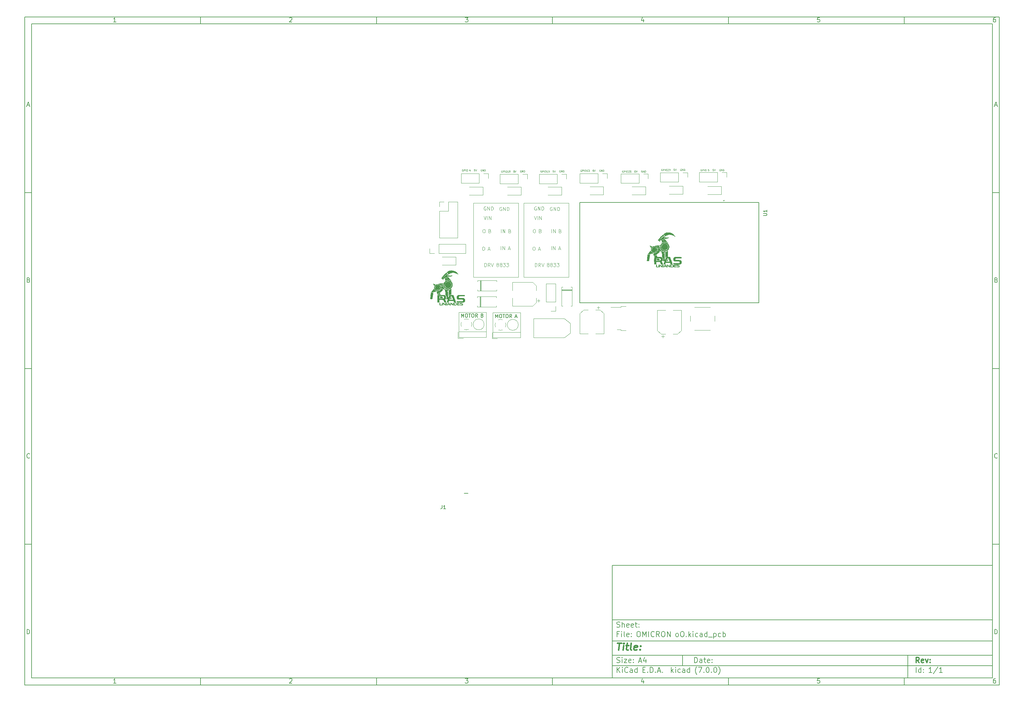
<source format=gbr>
%TF.GenerationSoftware,KiCad,Pcbnew,(7.0.0)*%
%TF.CreationDate,2023-04-21T00:05:07-05:00*%
%TF.ProjectId,OMICRON oO,4f4d4943-524f-44e2-906f-4f2e6b696361,rev?*%
%TF.SameCoordinates,Original*%
%TF.FileFunction,Legend,Top*%
%TF.FilePolarity,Positive*%
%FSLAX46Y46*%
G04 Gerber Fmt 4.6, Leading zero omitted, Abs format (unit mm)*
G04 Created by KiCad (PCBNEW (7.0.0)) date 2023-04-21 00:05:07*
%MOMM*%
%LPD*%
G01*
G04 APERTURE LIST*
%ADD10C,0.100000*%
%ADD11C,0.150000*%
%ADD12C,0.300000*%
%ADD13C,0.400000*%
%ADD14C,0.125000*%
%ADD15C,0.120000*%
%ADD16C,0.127000*%
%ADD17C,0.200000*%
G04 APERTURE END LIST*
D10*
D11*
X177002200Y-166007200D02*
X285002200Y-166007200D01*
X285002200Y-198007200D01*
X177002200Y-198007200D01*
X177002200Y-166007200D01*
D10*
D11*
X10000000Y-10000000D02*
X287002200Y-10000000D01*
X287002200Y-200007200D01*
X10000000Y-200007200D01*
X10000000Y-10000000D01*
D10*
D11*
X12000000Y-12000000D02*
X285002200Y-12000000D01*
X285002200Y-198007200D01*
X12000000Y-198007200D01*
X12000000Y-12000000D01*
D10*
D11*
X60000000Y-12000000D02*
X60000000Y-10000000D01*
D10*
D11*
X110000000Y-12000000D02*
X110000000Y-10000000D01*
D10*
D11*
X160000000Y-12000000D02*
X160000000Y-10000000D01*
D10*
D11*
X210000000Y-12000000D02*
X210000000Y-10000000D01*
D10*
D11*
X260000000Y-12000000D02*
X260000000Y-10000000D01*
D10*
D11*
X35990476Y-11477595D02*
X35247619Y-11477595D01*
X35619047Y-11477595D02*
X35619047Y-10177595D01*
X35619047Y-10177595D02*
X35495238Y-10363309D01*
X35495238Y-10363309D02*
X35371428Y-10487119D01*
X35371428Y-10487119D02*
X35247619Y-10549023D01*
D10*
D11*
X85247619Y-10301404D02*
X85309523Y-10239500D01*
X85309523Y-10239500D02*
X85433333Y-10177595D01*
X85433333Y-10177595D02*
X85742857Y-10177595D01*
X85742857Y-10177595D02*
X85866666Y-10239500D01*
X85866666Y-10239500D02*
X85928571Y-10301404D01*
X85928571Y-10301404D02*
X85990476Y-10425214D01*
X85990476Y-10425214D02*
X85990476Y-10549023D01*
X85990476Y-10549023D02*
X85928571Y-10734738D01*
X85928571Y-10734738D02*
X85185714Y-11477595D01*
X85185714Y-11477595D02*
X85990476Y-11477595D01*
D10*
D11*
X135185714Y-10177595D02*
X135990476Y-10177595D01*
X135990476Y-10177595D02*
X135557142Y-10672833D01*
X135557142Y-10672833D02*
X135742857Y-10672833D01*
X135742857Y-10672833D02*
X135866666Y-10734738D01*
X135866666Y-10734738D02*
X135928571Y-10796642D01*
X135928571Y-10796642D02*
X135990476Y-10920452D01*
X135990476Y-10920452D02*
X135990476Y-11229976D01*
X135990476Y-11229976D02*
X135928571Y-11353785D01*
X135928571Y-11353785D02*
X135866666Y-11415690D01*
X135866666Y-11415690D02*
X135742857Y-11477595D01*
X135742857Y-11477595D02*
X135371428Y-11477595D01*
X135371428Y-11477595D02*
X135247619Y-11415690D01*
X135247619Y-11415690D02*
X135185714Y-11353785D01*
D10*
D11*
X185866666Y-10610928D02*
X185866666Y-11477595D01*
X185557142Y-10115690D02*
X185247619Y-11044261D01*
X185247619Y-11044261D02*
X186052380Y-11044261D01*
D10*
D11*
X235928571Y-10177595D02*
X235309523Y-10177595D01*
X235309523Y-10177595D02*
X235247619Y-10796642D01*
X235247619Y-10796642D02*
X235309523Y-10734738D01*
X235309523Y-10734738D02*
X235433333Y-10672833D01*
X235433333Y-10672833D02*
X235742857Y-10672833D01*
X235742857Y-10672833D02*
X235866666Y-10734738D01*
X235866666Y-10734738D02*
X235928571Y-10796642D01*
X235928571Y-10796642D02*
X235990476Y-10920452D01*
X235990476Y-10920452D02*
X235990476Y-11229976D01*
X235990476Y-11229976D02*
X235928571Y-11353785D01*
X235928571Y-11353785D02*
X235866666Y-11415690D01*
X235866666Y-11415690D02*
X235742857Y-11477595D01*
X235742857Y-11477595D02*
X235433333Y-11477595D01*
X235433333Y-11477595D02*
X235309523Y-11415690D01*
X235309523Y-11415690D02*
X235247619Y-11353785D01*
D10*
D11*
X285866666Y-10177595D02*
X285619047Y-10177595D01*
X285619047Y-10177595D02*
X285495238Y-10239500D01*
X285495238Y-10239500D02*
X285433333Y-10301404D01*
X285433333Y-10301404D02*
X285309523Y-10487119D01*
X285309523Y-10487119D02*
X285247619Y-10734738D01*
X285247619Y-10734738D02*
X285247619Y-11229976D01*
X285247619Y-11229976D02*
X285309523Y-11353785D01*
X285309523Y-11353785D02*
X285371428Y-11415690D01*
X285371428Y-11415690D02*
X285495238Y-11477595D01*
X285495238Y-11477595D02*
X285742857Y-11477595D01*
X285742857Y-11477595D02*
X285866666Y-11415690D01*
X285866666Y-11415690D02*
X285928571Y-11353785D01*
X285928571Y-11353785D02*
X285990476Y-11229976D01*
X285990476Y-11229976D02*
X285990476Y-10920452D01*
X285990476Y-10920452D02*
X285928571Y-10796642D01*
X285928571Y-10796642D02*
X285866666Y-10734738D01*
X285866666Y-10734738D02*
X285742857Y-10672833D01*
X285742857Y-10672833D02*
X285495238Y-10672833D01*
X285495238Y-10672833D02*
X285371428Y-10734738D01*
X285371428Y-10734738D02*
X285309523Y-10796642D01*
X285309523Y-10796642D02*
X285247619Y-10920452D01*
D10*
D11*
X60000000Y-198007200D02*
X60000000Y-200007200D01*
D10*
D11*
X110000000Y-198007200D02*
X110000000Y-200007200D01*
D10*
D11*
X160000000Y-198007200D02*
X160000000Y-200007200D01*
D10*
D11*
X210000000Y-198007200D02*
X210000000Y-200007200D01*
D10*
D11*
X260000000Y-198007200D02*
X260000000Y-200007200D01*
D10*
D11*
X35990476Y-199484795D02*
X35247619Y-199484795D01*
X35619047Y-199484795D02*
X35619047Y-198184795D01*
X35619047Y-198184795D02*
X35495238Y-198370509D01*
X35495238Y-198370509D02*
X35371428Y-198494319D01*
X35371428Y-198494319D02*
X35247619Y-198556223D01*
D10*
D11*
X85247619Y-198308604D02*
X85309523Y-198246700D01*
X85309523Y-198246700D02*
X85433333Y-198184795D01*
X85433333Y-198184795D02*
X85742857Y-198184795D01*
X85742857Y-198184795D02*
X85866666Y-198246700D01*
X85866666Y-198246700D02*
X85928571Y-198308604D01*
X85928571Y-198308604D02*
X85990476Y-198432414D01*
X85990476Y-198432414D02*
X85990476Y-198556223D01*
X85990476Y-198556223D02*
X85928571Y-198741938D01*
X85928571Y-198741938D02*
X85185714Y-199484795D01*
X85185714Y-199484795D02*
X85990476Y-199484795D01*
D10*
D11*
X135185714Y-198184795D02*
X135990476Y-198184795D01*
X135990476Y-198184795D02*
X135557142Y-198680033D01*
X135557142Y-198680033D02*
X135742857Y-198680033D01*
X135742857Y-198680033D02*
X135866666Y-198741938D01*
X135866666Y-198741938D02*
X135928571Y-198803842D01*
X135928571Y-198803842D02*
X135990476Y-198927652D01*
X135990476Y-198927652D02*
X135990476Y-199237176D01*
X135990476Y-199237176D02*
X135928571Y-199360985D01*
X135928571Y-199360985D02*
X135866666Y-199422890D01*
X135866666Y-199422890D02*
X135742857Y-199484795D01*
X135742857Y-199484795D02*
X135371428Y-199484795D01*
X135371428Y-199484795D02*
X135247619Y-199422890D01*
X135247619Y-199422890D02*
X135185714Y-199360985D01*
D10*
D11*
X185866666Y-198618128D02*
X185866666Y-199484795D01*
X185557142Y-198122890D02*
X185247619Y-199051461D01*
X185247619Y-199051461D02*
X186052380Y-199051461D01*
D10*
D11*
X235928571Y-198184795D02*
X235309523Y-198184795D01*
X235309523Y-198184795D02*
X235247619Y-198803842D01*
X235247619Y-198803842D02*
X235309523Y-198741938D01*
X235309523Y-198741938D02*
X235433333Y-198680033D01*
X235433333Y-198680033D02*
X235742857Y-198680033D01*
X235742857Y-198680033D02*
X235866666Y-198741938D01*
X235866666Y-198741938D02*
X235928571Y-198803842D01*
X235928571Y-198803842D02*
X235990476Y-198927652D01*
X235990476Y-198927652D02*
X235990476Y-199237176D01*
X235990476Y-199237176D02*
X235928571Y-199360985D01*
X235928571Y-199360985D02*
X235866666Y-199422890D01*
X235866666Y-199422890D02*
X235742857Y-199484795D01*
X235742857Y-199484795D02*
X235433333Y-199484795D01*
X235433333Y-199484795D02*
X235309523Y-199422890D01*
X235309523Y-199422890D02*
X235247619Y-199360985D01*
D10*
D11*
X285866666Y-198184795D02*
X285619047Y-198184795D01*
X285619047Y-198184795D02*
X285495238Y-198246700D01*
X285495238Y-198246700D02*
X285433333Y-198308604D01*
X285433333Y-198308604D02*
X285309523Y-198494319D01*
X285309523Y-198494319D02*
X285247619Y-198741938D01*
X285247619Y-198741938D02*
X285247619Y-199237176D01*
X285247619Y-199237176D02*
X285309523Y-199360985D01*
X285309523Y-199360985D02*
X285371428Y-199422890D01*
X285371428Y-199422890D02*
X285495238Y-199484795D01*
X285495238Y-199484795D02*
X285742857Y-199484795D01*
X285742857Y-199484795D02*
X285866666Y-199422890D01*
X285866666Y-199422890D02*
X285928571Y-199360985D01*
X285928571Y-199360985D02*
X285990476Y-199237176D01*
X285990476Y-199237176D02*
X285990476Y-198927652D01*
X285990476Y-198927652D02*
X285928571Y-198803842D01*
X285928571Y-198803842D02*
X285866666Y-198741938D01*
X285866666Y-198741938D02*
X285742857Y-198680033D01*
X285742857Y-198680033D02*
X285495238Y-198680033D01*
X285495238Y-198680033D02*
X285371428Y-198741938D01*
X285371428Y-198741938D02*
X285309523Y-198803842D01*
X285309523Y-198803842D02*
X285247619Y-198927652D01*
D10*
D11*
X10000000Y-60000000D02*
X12000000Y-60000000D01*
D10*
D11*
X10000000Y-110000000D02*
X12000000Y-110000000D01*
D10*
D11*
X10000000Y-160000000D02*
X12000000Y-160000000D01*
D10*
D11*
X10690476Y-35106166D02*
X11309523Y-35106166D01*
X10566666Y-35477595D02*
X10999999Y-34177595D01*
X10999999Y-34177595D02*
X11433333Y-35477595D01*
D10*
D11*
X11092857Y-84796642D02*
X11278571Y-84858547D01*
X11278571Y-84858547D02*
X11340476Y-84920452D01*
X11340476Y-84920452D02*
X11402380Y-85044261D01*
X11402380Y-85044261D02*
X11402380Y-85229976D01*
X11402380Y-85229976D02*
X11340476Y-85353785D01*
X11340476Y-85353785D02*
X11278571Y-85415690D01*
X11278571Y-85415690D02*
X11154761Y-85477595D01*
X11154761Y-85477595D02*
X10659523Y-85477595D01*
X10659523Y-85477595D02*
X10659523Y-84177595D01*
X10659523Y-84177595D02*
X11092857Y-84177595D01*
X11092857Y-84177595D02*
X11216666Y-84239500D01*
X11216666Y-84239500D02*
X11278571Y-84301404D01*
X11278571Y-84301404D02*
X11340476Y-84425214D01*
X11340476Y-84425214D02*
X11340476Y-84549023D01*
X11340476Y-84549023D02*
X11278571Y-84672833D01*
X11278571Y-84672833D02*
X11216666Y-84734738D01*
X11216666Y-84734738D02*
X11092857Y-84796642D01*
X11092857Y-84796642D02*
X10659523Y-84796642D01*
D10*
D11*
X11402380Y-135353785D02*
X11340476Y-135415690D01*
X11340476Y-135415690D02*
X11154761Y-135477595D01*
X11154761Y-135477595D02*
X11030952Y-135477595D01*
X11030952Y-135477595D02*
X10845238Y-135415690D01*
X10845238Y-135415690D02*
X10721428Y-135291880D01*
X10721428Y-135291880D02*
X10659523Y-135168071D01*
X10659523Y-135168071D02*
X10597619Y-134920452D01*
X10597619Y-134920452D02*
X10597619Y-134734738D01*
X10597619Y-134734738D02*
X10659523Y-134487119D01*
X10659523Y-134487119D02*
X10721428Y-134363309D01*
X10721428Y-134363309D02*
X10845238Y-134239500D01*
X10845238Y-134239500D02*
X11030952Y-134177595D01*
X11030952Y-134177595D02*
X11154761Y-134177595D01*
X11154761Y-134177595D02*
X11340476Y-134239500D01*
X11340476Y-134239500D02*
X11402380Y-134301404D01*
D10*
D11*
X10659523Y-185477595D02*
X10659523Y-184177595D01*
X10659523Y-184177595D02*
X10969047Y-184177595D01*
X10969047Y-184177595D02*
X11154761Y-184239500D01*
X11154761Y-184239500D02*
X11278571Y-184363309D01*
X11278571Y-184363309D02*
X11340476Y-184487119D01*
X11340476Y-184487119D02*
X11402380Y-184734738D01*
X11402380Y-184734738D02*
X11402380Y-184920452D01*
X11402380Y-184920452D02*
X11340476Y-185168071D01*
X11340476Y-185168071D02*
X11278571Y-185291880D01*
X11278571Y-185291880D02*
X11154761Y-185415690D01*
X11154761Y-185415690D02*
X10969047Y-185477595D01*
X10969047Y-185477595D02*
X10659523Y-185477595D01*
D10*
D11*
X287002200Y-60000000D02*
X285002200Y-60000000D01*
D10*
D11*
X287002200Y-110000000D02*
X285002200Y-110000000D01*
D10*
D11*
X287002200Y-160000000D02*
X285002200Y-160000000D01*
D10*
D11*
X285692676Y-35106166D02*
X286311723Y-35106166D01*
X285568866Y-35477595D02*
X286002199Y-34177595D01*
X286002199Y-34177595D02*
X286435533Y-35477595D01*
D10*
D11*
X286095057Y-84796642D02*
X286280771Y-84858547D01*
X286280771Y-84858547D02*
X286342676Y-84920452D01*
X286342676Y-84920452D02*
X286404580Y-85044261D01*
X286404580Y-85044261D02*
X286404580Y-85229976D01*
X286404580Y-85229976D02*
X286342676Y-85353785D01*
X286342676Y-85353785D02*
X286280771Y-85415690D01*
X286280771Y-85415690D02*
X286156961Y-85477595D01*
X286156961Y-85477595D02*
X285661723Y-85477595D01*
X285661723Y-85477595D02*
X285661723Y-84177595D01*
X285661723Y-84177595D02*
X286095057Y-84177595D01*
X286095057Y-84177595D02*
X286218866Y-84239500D01*
X286218866Y-84239500D02*
X286280771Y-84301404D01*
X286280771Y-84301404D02*
X286342676Y-84425214D01*
X286342676Y-84425214D02*
X286342676Y-84549023D01*
X286342676Y-84549023D02*
X286280771Y-84672833D01*
X286280771Y-84672833D02*
X286218866Y-84734738D01*
X286218866Y-84734738D02*
X286095057Y-84796642D01*
X286095057Y-84796642D02*
X285661723Y-84796642D01*
D10*
D11*
X286404580Y-135353785D02*
X286342676Y-135415690D01*
X286342676Y-135415690D02*
X286156961Y-135477595D01*
X286156961Y-135477595D02*
X286033152Y-135477595D01*
X286033152Y-135477595D02*
X285847438Y-135415690D01*
X285847438Y-135415690D02*
X285723628Y-135291880D01*
X285723628Y-135291880D02*
X285661723Y-135168071D01*
X285661723Y-135168071D02*
X285599819Y-134920452D01*
X285599819Y-134920452D02*
X285599819Y-134734738D01*
X285599819Y-134734738D02*
X285661723Y-134487119D01*
X285661723Y-134487119D02*
X285723628Y-134363309D01*
X285723628Y-134363309D02*
X285847438Y-134239500D01*
X285847438Y-134239500D02*
X286033152Y-134177595D01*
X286033152Y-134177595D02*
X286156961Y-134177595D01*
X286156961Y-134177595D02*
X286342676Y-134239500D01*
X286342676Y-134239500D02*
X286404580Y-134301404D01*
D10*
D11*
X285661723Y-185477595D02*
X285661723Y-184177595D01*
X285661723Y-184177595D02*
X285971247Y-184177595D01*
X285971247Y-184177595D02*
X286156961Y-184239500D01*
X286156961Y-184239500D02*
X286280771Y-184363309D01*
X286280771Y-184363309D02*
X286342676Y-184487119D01*
X286342676Y-184487119D02*
X286404580Y-184734738D01*
X286404580Y-184734738D02*
X286404580Y-184920452D01*
X286404580Y-184920452D02*
X286342676Y-185168071D01*
X286342676Y-185168071D02*
X286280771Y-185291880D01*
X286280771Y-185291880D02*
X286156961Y-185415690D01*
X286156961Y-185415690D02*
X285971247Y-185477595D01*
X285971247Y-185477595D02*
X285661723Y-185477595D01*
D10*
D11*
X200359342Y-193658271D02*
X200359342Y-192158271D01*
X200359342Y-192158271D02*
X200716485Y-192158271D01*
X200716485Y-192158271D02*
X200930771Y-192229700D01*
X200930771Y-192229700D02*
X201073628Y-192372557D01*
X201073628Y-192372557D02*
X201145057Y-192515414D01*
X201145057Y-192515414D02*
X201216485Y-192801128D01*
X201216485Y-192801128D02*
X201216485Y-193015414D01*
X201216485Y-193015414D02*
X201145057Y-193301128D01*
X201145057Y-193301128D02*
X201073628Y-193443985D01*
X201073628Y-193443985D02*
X200930771Y-193586842D01*
X200930771Y-193586842D02*
X200716485Y-193658271D01*
X200716485Y-193658271D02*
X200359342Y-193658271D01*
X202502200Y-193658271D02*
X202502200Y-192872557D01*
X202502200Y-192872557D02*
X202430771Y-192729700D01*
X202430771Y-192729700D02*
X202287914Y-192658271D01*
X202287914Y-192658271D02*
X202002200Y-192658271D01*
X202002200Y-192658271D02*
X201859342Y-192729700D01*
X202502200Y-193586842D02*
X202359342Y-193658271D01*
X202359342Y-193658271D02*
X202002200Y-193658271D01*
X202002200Y-193658271D02*
X201859342Y-193586842D01*
X201859342Y-193586842D02*
X201787914Y-193443985D01*
X201787914Y-193443985D02*
X201787914Y-193301128D01*
X201787914Y-193301128D02*
X201859342Y-193158271D01*
X201859342Y-193158271D02*
X202002200Y-193086842D01*
X202002200Y-193086842D02*
X202359342Y-193086842D01*
X202359342Y-193086842D02*
X202502200Y-193015414D01*
X203002200Y-192658271D02*
X203573628Y-192658271D01*
X203216485Y-192158271D02*
X203216485Y-193443985D01*
X203216485Y-193443985D02*
X203287914Y-193586842D01*
X203287914Y-193586842D02*
X203430771Y-193658271D01*
X203430771Y-193658271D02*
X203573628Y-193658271D01*
X204645057Y-193586842D02*
X204502200Y-193658271D01*
X204502200Y-193658271D02*
X204216486Y-193658271D01*
X204216486Y-193658271D02*
X204073628Y-193586842D01*
X204073628Y-193586842D02*
X204002200Y-193443985D01*
X204002200Y-193443985D02*
X204002200Y-192872557D01*
X204002200Y-192872557D02*
X204073628Y-192729700D01*
X204073628Y-192729700D02*
X204216486Y-192658271D01*
X204216486Y-192658271D02*
X204502200Y-192658271D01*
X204502200Y-192658271D02*
X204645057Y-192729700D01*
X204645057Y-192729700D02*
X204716486Y-192872557D01*
X204716486Y-192872557D02*
X204716486Y-193015414D01*
X204716486Y-193015414D02*
X204002200Y-193158271D01*
X205359342Y-193515414D02*
X205430771Y-193586842D01*
X205430771Y-193586842D02*
X205359342Y-193658271D01*
X205359342Y-193658271D02*
X205287914Y-193586842D01*
X205287914Y-193586842D02*
X205359342Y-193515414D01*
X205359342Y-193515414D02*
X205359342Y-193658271D01*
X205359342Y-192729700D02*
X205430771Y-192801128D01*
X205430771Y-192801128D02*
X205359342Y-192872557D01*
X205359342Y-192872557D02*
X205287914Y-192801128D01*
X205287914Y-192801128D02*
X205359342Y-192729700D01*
X205359342Y-192729700D02*
X205359342Y-192872557D01*
D10*
D11*
X177002200Y-194507200D02*
X285002200Y-194507200D01*
D10*
D11*
X178359342Y-196458271D02*
X178359342Y-194958271D01*
X179216485Y-196458271D02*
X178573628Y-195601128D01*
X179216485Y-194958271D02*
X178359342Y-195815414D01*
X179859342Y-196458271D02*
X179859342Y-195458271D01*
X179859342Y-194958271D02*
X179787914Y-195029700D01*
X179787914Y-195029700D02*
X179859342Y-195101128D01*
X179859342Y-195101128D02*
X179930771Y-195029700D01*
X179930771Y-195029700D02*
X179859342Y-194958271D01*
X179859342Y-194958271D02*
X179859342Y-195101128D01*
X181430771Y-196315414D02*
X181359343Y-196386842D01*
X181359343Y-196386842D02*
X181145057Y-196458271D01*
X181145057Y-196458271D02*
X181002200Y-196458271D01*
X181002200Y-196458271D02*
X180787914Y-196386842D01*
X180787914Y-196386842D02*
X180645057Y-196243985D01*
X180645057Y-196243985D02*
X180573628Y-196101128D01*
X180573628Y-196101128D02*
X180502200Y-195815414D01*
X180502200Y-195815414D02*
X180502200Y-195601128D01*
X180502200Y-195601128D02*
X180573628Y-195315414D01*
X180573628Y-195315414D02*
X180645057Y-195172557D01*
X180645057Y-195172557D02*
X180787914Y-195029700D01*
X180787914Y-195029700D02*
X181002200Y-194958271D01*
X181002200Y-194958271D02*
X181145057Y-194958271D01*
X181145057Y-194958271D02*
X181359343Y-195029700D01*
X181359343Y-195029700D02*
X181430771Y-195101128D01*
X182716486Y-196458271D02*
X182716486Y-195672557D01*
X182716486Y-195672557D02*
X182645057Y-195529700D01*
X182645057Y-195529700D02*
X182502200Y-195458271D01*
X182502200Y-195458271D02*
X182216486Y-195458271D01*
X182216486Y-195458271D02*
X182073628Y-195529700D01*
X182716486Y-196386842D02*
X182573628Y-196458271D01*
X182573628Y-196458271D02*
X182216486Y-196458271D01*
X182216486Y-196458271D02*
X182073628Y-196386842D01*
X182073628Y-196386842D02*
X182002200Y-196243985D01*
X182002200Y-196243985D02*
X182002200Y-196101128D01*
X182002200Y-196101128D02*
X182073628Y-195958271D01*
X182073628Y-195958271D02*
X182216486Y-195886842D01*
X182216486Y-195886842D02*
X182573628Y-195886842D01*
X182573628Y-195886842D02*
X182716486Y-195815414D01*
X184073629Y-196458271D02*
X184073629Y-194958271D01*
X184073629Y-196386842D02*
X183930771Y-196458271D01*
X183930771Y-196458271D02*
X183645057Y-196458271D01*
X183645057Y-196458271D02*
X183502200Y-196386842D01*
X183502200Y-196386842D02*
X183430771Y-196315414D01*
X183430771Y-196315414D02*
X183359343Y-196172557D01*
X183359343Y-196172557D02*
X183359343Y-195743985D01*
X183359343Y-195743985D02*
X183430771Y-195601128D01*
X183430771Y-195601128D02*
X183502200Y-195529700D01*
X183502200Y-195529700D02*
X183645057Y-195458271D01*
X183645057Y-195458271D02*
X183930771Y-195458271D01*
X183930771Y-195458271D02*
X184073629Y-195529700D01*
X185687914Y-195672557D02*
X186187914Y-195672557D01*
X186402200Y-196458271D02*
X185687914Y-196458271D01*
X185687914Y-196458271D02*
X185687914Y-194958271D01*
X185687914Y-194958271D02*
X186402200Y-194958271D01*
X187045057Y-196315414D02*
X187116486Y-196386842D01*
X187116486Y-196386842D02*
X187045057Y-196458271D01*
X187045057Y-196458271D02*
X186973629Y-196386842D01*
X186973629Y-196386842D02*
X187045057Y-196315414D01*
X187045057Y-196315414D02*
X187045057Y-196458271D01*
X187759343Y-196458271D02*
X187759343Y-194958271D01*
X187759343Y-194958271D02*
X188116486Y-194958271D01*
X188116486Y-194958271D02*
X188330772Y-195029700D01*
X188330772Y-195029700D02*
X188473629Y-195172557D01*
X188473629Y-195172557D02*
X188545058Y-195315414D01*
X188545058Y-195315414D02*
X188616486Y-195601128D01*
X188616486Y-195601128D02*
X188616486Y-195815414D01*
X188616486Y-195815414D02*
X188545058Y-196101128D01*
X188545058Y-196101128D02*
X188473629Y-196243985D01*
X188473629Y-196243985D02*
X188330772Y-196386842D01*
X188330772Y-196386842D02*
X188116486Y-196458271D01*
X188116486Y-196458271D02*
X187759343Y-196458271D01*
X189259343Y-196315414D02*
X189330772Y-196386842D01*
X189330772Y-196386842D02*
X189259343Y-196458271D01*
X189259343Y-196458271D02*
X189187915Y-196386842D01*
X189187915Y-196386842D02*
X189259343Y-196315414D01*
X189259343Y-196315414D02*
X189259343Y-196458271D01*
X189902201Y-196029700D02*
X190616487Y-196029700D01*
X189759344Y-196458271D02*
X190259344Y-194958271D01*
X190259344Y-194958271D02*
X190759344Y-196458271D01*
X191259343Y-196315414D02*
X191330772Y-196386842D01*
X191330772Y-196386842D02*
X191259343Y-196458271D01*
X191259343Y-196458271D02*
X191187915Y-196386842D01*
X191187915Y-196386842D02*
X191259343Y-196315414D01*
X191259343Y-196315414D02*
X191259343Y-196458271D01*
X193773629Y-196458271D02*
X193773629Y-194958271D01*
X193916487Y-195886842D02*
X194345058Y-196458271D01*
X194345058Y-195458271D02*
X193773629Y-196029700D01*
X194987915Y-196458271D02*
X194987915Y-195458271D01*
X194987915Y-194958271D02*
X194916487Y-195029700D01*
X194916487Y-195029700D02*
X194987915Y-195101128D01*
X194987915Y-195101128D02*
X195059344Y-195029700D01*
X195059344Y-195029700D02*
X194987915Y-194958271D01*
X194987915Y-194958271D02*
X194987915Y-195101128D01*
X196345059Y-196386842D02*
X196202201Y-196458271D01*
X196202201Y-196458271D02*
X195916487Y-196458271D01*
X195916487Y-196458271D02*
X195773630Y-196386842D01*
X195773630Y-196386842D02*
X195702201Y-196315414D01*
X195702201Y-196315414D02*
X195630773Y-196172557D01*
X195630773Y-196172557D02*
X195630773Y-195743985D01*
X195630773Y-195743985D02*
X195702201Y-195601128D01*
X195702201Y-195601128D02*
X195773630Y-195529700D01*
X195773630Y-195529700D02*
X195916487Y-195458271D01*
X195916487Y-195458271D02*
X196202201Y-195458271D01*
X196202201Y-195458271D02*
X196345059Y-195529700D01*
X197630773Y-196458271D02*
X197630773Y-195672557D01*
X197630773Y-195672557D02*
X197559344Y-195529700D01*
X197559344Y-195529700D02*
X197416487Y-195458271D01*
X197416487Y-195458271D02*
X197130773Y-195458271D01*
X197130773Y-195458271D02*
X196987915Y-195529700D01*
X197630773Y-196386842D02*
X197487915Y-196458271D01*
X197487915Y-196458271D02*
X197130773Y-196458271D01*
X197130773Y-196458271D02*
X196987915Y-196386842D01*
X196987915Y-196386842D02*
X196916487Y-196243985D01*
X196916487Y-196243985D02*
X196916487Y-196101128D01*
X196916487Y-196101128D02*
X196987915Y-195958271D01*
X196987915Y-195958271D02*
X197130773Y-195886842D01*
X197130773Y-195886842D02*
X197487915Y-195886842D01*
X197487915Y-195886842D02*
X197630773Y-195815414D01*
X198987916Y-196458271D02*
X198987916Y-194958271D01*
X198987916Y-196386842D02*
X198845058Y-196458271D01*
X198845058Y-196458271D02*
X198559344Y-196458271D01*
X198559344Y-196458271D02*
X198416487Y-196386842D01*
X198416487Y-196386842D02*
X198345058Y-196315414D01*
X198345058Y-196315414D02*
X198273630Y-196172557D01*
X198273630Y-196172557D02*
X198273630Y-195743985D01*
X198273630Y-195743985D02*
X198345058Y-195601128D01*
X198345058Y-195601128D02*
X198416487Y-195529700D01*
X198416487Y-195529700D02*
X198559344Y-195458271D01*
X198559344Y-195458271D02*
X198845058Y-195458271D01*
X198845058Y-195458271D02*
X198987916Y-195529700D01*
X201030773Y-197029700D02*
X200959344Y-196958271D01*
X200959344Y-196958271D02*
X200816487Y-196743985D01*
X200816487Y-196743985D02*
X200745059Y-196601128D01*
X200745059Y-196601128D02*
X200673630Y-196386842D01*
X200673630Y-196386842D02*
X200602201Y-196029700D01*
X200602201Y-196029700D02*
X200602201Y-195743985D01*
X200602201Y-195743985D02*
X200673630Y-195386842D01*
X200673630Y-195386842D02*
X200745059Y-195172557D01*
X200745059Y-195172557D02*
X200816487Y-195029700D01*
X200816487Y-195029700D02*
X200959344Y-194815414D01*
X200959344Y-194815414D02*
X201030773Y-194743985D01*
X201459344Y-194958271D02*
X202459344Y-194958271D01*
X202459344Y-194958271D02*
X201816487Y-196458271D01*
X203030772Y-196315414D02*
X203102201Y-196386842D01*
X203102201Y-196386842D02*
X203030772Y-196458271D01*
X203030772Y-196458271D02*
X202959344Y-196386842D01*
X202959344Y-196386842D02*
X203030772Y-196315414D01*
X203030772Y-196315414D02*
X203030772Y-196458271D01*
X204030773Y-194958271D02*
X204173630Y-194958271D01*
X204173630Y-194958271D02*
X204316487Y-195029700D01*
X204316487Y-195029700D02*
X204387916Y-195101128D01*
X204387916Y-195101128D02*
X204459344Y-195243985D01*
X204459344Y-195243985D02*
X204530773Y-195529700D01*
X204530773Y-195529700D02*
X204530773Y-195886842D01*
X204530773Y-195886842D02*
X204459344Y-196172557D01*
X204459344Y-196172557D02*
X204387916Y-196315414D01*
X204387916Y-196315414D02*
X204316487Y-196386842D01*
X204316487Y-196386842D02*
X204173630Y-196458271D01*
X204173630Y-196458271D02*
X204030773Y-196458271D01*
X204030773Y-196458271D02*
X203887916Y-196386842D01*
X203887916Y-196386842D02*
X203816487Y-196315414D01*
X203816487Y-196315414D02*
X203745058Y-196172557D01*
X203745058Y-196172557D02*
X203673630Y-195886842D01*
X203673630Y-195886842D02*
X203673630Y-195529700D01*
X203673630Y-195529700D02*
X203745058Y-195243985D01*
X203745058Y-195243985D02*
X203816487Y-195101128D01*
X203816487Y-195101128D02*
X203887916Y-195029700D01*
X203887916Y-195029700D02*
X204030773Y-194958271D01*
X205173629Y-196315414D02*
X205245058Y-196386842D01*
X205245058Y-196386842D02*
X205173629Y-196458271D01*
X205173629Y-196458271D02*
X205102201Y-196386842D01*
X205102201Y-196386842D02*
X205173629Y-196315414D01*
X205173629Y-196315414D02*
X205173629Y-196458271D01*
X206173630Y-194958271D02*
X206316487Y-194958271D01*
X206316487Y-194958271D02*
X206459344Y-195029700D01*
X206459344Y-195029700D02*
X206530773Y-195101128D01*
X206530773Y-195101128D02*
X206602201Y-195243985D01*
X206602201Y-195243985D02*
X206673630Y-195529700D01*
X206673630Y-195529700D02*
X206673630Y-195886842D01*
X206673630Y-195886842D02*
X206602201Y-196172557D01*
X206602201Y-196172557D02*
X206530773Y-196315414D01*
X206530773Y-196315414D02*
X206459344Y-196386842D01*
X206459344Y-196386842D02*
X206316487Y-196458271D01*
X206316487Y-196458271D02*
X206173630Y-196458271D01*
X206173630Y-196458271D02*
X206030773Y-196386842D01*
X206030773Y-196386842D02*
X205959344Y-196315414D01*
X205959344Y-196315414D02*
X205887915Y-196172557D01*
X205887915Y-196172557D02*
X205816487Y-195886842D01*
X205816487Y-195886842D02*
X205816487Y-195529700D01*
X205816487Y-195529700D02*
X205887915Y-195243985D01*
X205887915Y-195243985D02*
X205959344Y-195101128D01*
X205959344Y-195101128D02*
X206030773Y-195029700D01*
X206030773Y-195029700D02*
X206173630Y-194958271D01*
X207173629Y-197029700D02*
X207245058Y-196958271D01*
X207245058Y-196958271D02*
X207387915Y-196743985D01*
X207387915Y-196743985D02*
X207459344Y-196601128D01*
X207459344Y-196601128D02*
X207530772Y-196386842D01*
X207530772Y-196386842D02*
X207602201Y-196029700D01*
X207602201Y-196029700D02*
X207602201Y-195743985D01*
X207602201Y-195743985D02*
X207530772Y-195386842D01*
X207530772Y-195386842D02*
X207459344Y-195172557D01*
X207459344Y-195172557D02*
X207387915Y-195029700D01*
X207387915Y-195029700D02*
X207245058Y-194815414D01*
X207245058Y-194815414D02*
X207173629Y-194743985D01*
D10*
D11*
X177002200Y-191507200D02*
X285002200Y-191507200D01*
D10*
D12*
X264216485Y-193658271D02*
X263716485Y-192943985D01*
X263359342Y-193658271D02*
X263359342Y-192158271D01*
X263359342Y-192158271D02*
X263930771Y-192158271D01*
X263930771Y-192158271D02*
X264073628Y-192229700D01*
X264073628Y-192229700D02*
X264145057Y-192301128D01*
X264145057Y-192301128D02*
X264216485Y-192443985D01*
X264216485Y-192443985D02*
X264216485Y-192658271D01*
X264216485Y-192658271D02*
X264145057Y-192801128D01*
X264145057Y-192801128D02*
X264073628Y-192872557D01*
X264073628Y-192872557D02*
X263930771Y-192943985D01*
X263930771Y-192943985D02*
X263359342Y-192943985D01*
X265430771Y-193586842D02*
X265287914Y-193658271D01*
X265287914Y-193658271D02*
X265002200Y-193658271D01*
X265002200Y-193658271D02*
X264859342Y-193586842D01*
X264859342Y-193586842D02*
X264787914Y-193443985D01*
X264787914Y-193443985D02*
X264787914Y-192872557D01*
X264787914Y-192872557D02*
X264859342Y-192729700D01*
X264859342Y-192729700D02*
X265002200Y-192658271D01*
X265002200Y-192658271D02*
X265287914Y-192658271D01*
X265287914Y-192658271D02*
X265430771Y-192729700D01*
X265430771Y-192729700D02*
X265502200Y-192872557D01*
X265502200Y-192872557D02*
X265502200Y-193015414D01*
X265502200Y-193015414D02*
X264787914Y-193158271D01*
X266002199Y-192658271D02*
X266359342Y-193658271D01*
X266359342Y-193658271D02*
X266716485Y-192658271D01*
X267287913Y-193515414D02*
X267359342Y-193586842D01*
X267359342Y-193586842D02*
X267287913Y-193658271D01*
X267287913Y-193658271D02*
X267216485Y-193586842D01*
X267216485Y-193586842D02*
X267287913Y-193515414D01*
X267287913Y-193515414D02*
X267287913Y-193658271D01*
X267287913Y-192729700D02*
X267359342Y-192801128D01*
X267359342Y-192801128D02*
X267287913Y-192872557D01*
X267287913Y-192872557D02*
X267216485Y-192801128D01*
X267216485Y-192801128D02*
X267287913Y-192729700D01*
X267287913Y-192729700D02*
X267287913Y-192872557D01*
D10*
D11*
X178287914Y-193586842D02*
X178502200Y-193658271D01*
X178502200Y-193658271D02*
X178859342Y-193658271D01*
X178859342Y-193658271D02*
X179002200Y-193586842D01*
X179002200Y-193586842D02*
X179073628Y-193515414D01*
X179073628Y-193515414D02*
X179145057Y-193372557D01*
X179145057Y-193372557D02*
X179145057Y-193229700D01*
X179145057Y-193229700D02*
X179073628Y-193086842D01*
X179073628Y-193086842D02*
X179002200Y-193015414D01*
X179002200Y-193015414D02*
X178859342Y-192943985D01*
X178859342Y-192943985D02*
X178573628Y-192872557D01*
X178573628Y-192872557D02*
X178430771Y-192801128D01*
X178430771Y-192801128D02*
X178359342Y-192729700D01*
X178359342Y-192729700D02*
X178287914Y-192586842D01*
X178287914Y-192586842D02*
X178287914Y-192443985D01*
X178287914Y-192443985D02*
X178359342Y-192301128D01*
X178359342Y-192301128D02*
X178430771Y-192229700D01*
X178430771Y-192229700D02*
X178573628Y-192158271D01*
X178573628Y-192158271D02*
X178930771Y-192158271D01*
X178930771Y-192158271D02*
X179145057Y-192229700D01*
X179787913Y-193658271D02*
X179787913Y-192658271D01*
X179787913Y-192158271D02*
X179716485Y-192229700D01*
X179716485Y-192229700D02*
X179787913Y-192301128D01*
X179787913Y-192301128D02*
X179859342Y-192229700D01*
X179859342Y-192229700D02*
X179787913Y-192158271D01*
X179787913Y-192158271D02*
X179787913Y-192301128D01*
X180359342Y-192658271D02*
X181145057Y-192658271D01*
X181145057Y-192658271D02*
X180359342Y-193658271D01*
X180359342Y-193658271D02*
X181145057Y-193658271D01*
X182287914Y-193586842D02*
X182145057Y-193658271D01*
X182145057Y-193658271D02*
X181859343Y-193658271D01*
X181859343Y-193658271D02*
X181716485Y-193586842D01*
X181716485Y-193586842D02*
X181645057Y-193443985D01*
X181645057Y-193443985D02*
X181645057Y-192872557D01*
X181645057Y-192872557D02*
X181716485Y-192729700D01*
X181716485Y-192729700D02*
X181859343Y-192658271D01*
X181859343Y-192658271D02*
X182145057Y-192658271D01*
X182145057Y-192658271D02*
X182287914Y-192729700D01*
X182287914Y-192729700D02*
X182359343Y-192872557D01*
X182359343Y-192872557D02*
X182359343Y-193015414D01*
X182359343Y-193015414D02*
X181645057Y-193158271D01*
X183002199Y-193515414D02*
X183073628Y-193586842D01*
X183073628Y-193586842D02*
X183002199Y-193658271D01*
X183002199Y-193658271D02*
X182930771Y-193586842D01*
X182930771Y-193586842D02*
X183002199Y-193515414D01*
X183002199Y-193515414D02*
X183002199Y-193658271D01*
X183002199Y-192729700D02*
X183073628Y-192801128D01*
X183073628Y-192801128D02*
X183002199Y-192872557D01*
X183002199Y-192872557D02*
X182930771Y-192801128D01*
X182930771Y-192801128D02*
X183002199Y-192729700D01*
X183002199Y-192729700D02*
X183002199Y-192872557D01*
X184545057Y-193229700D02*
X185259343Y-193229700D01*
X184402200Y-193658271D02*
X184902200Y-192158271D01*
X184902200Y-192158271D02*
X185402200Y-193658271D01*
X186545057Y-192658271D02*
X186545057Y-193658271D01*
X186187914Y-192086842D02*
X185830771Y-193158271D01*
X185830771Y-193158271D02*
X186759342Y-193158271D01*
D10*
D11*
X263359342Y-196458271D02*
X263359342Y-194958271D01*
X264716486Y-196458271D02*
X264716486Y-194958271D01*
X264716486Y-196386842D02*
X264573628Y-196458271D01*
X264573628Y-196458271D02*
X264287914Y-196458271D01*
X264287914Y-196458271D02*
X264145057Y-196386842D01*
X264145057Y-196386842D02*
X264073628Y-196315414D01*
X264073628Y-196315414D02*
X264002200Y-196172557D01*
X264002200Y-196172557D02*
X264002200Y-195743985D01*
X264002200Y-195743985D02*
X264073628Y-195601128D01*
X264073628Y-195601128D02*
X264145057Y-195529700D01*
X264145057Y-195529700D02*
X264287914Y-195458271D01*
X264287914Y-195458271D02*
X264573628Y-195458271D01*
X264573628Y-195458271D02*
X264716486Y-195529700D01*
X265430771Y-196315414D02*
X265502200Y-196386842D01*
X265502200Y-196386842D02*
X265430771Y-196458271D01*
X265430771Y-196458271D02*
X265359343Y-196386842D01*
X265359343Y-196386842D02*
X265430771Y-196315414D01*
X265430771Y-196315414D02*
X265430771Y-196458271D01*
X265430771Y-195529700D02*
X265502200Y-195601128D01*
X265502200Y-195601128D02*
X265430771Y-195672557D01*
X265430771Y-195672557D02*
X265359343Y-195601128D01*
X265359343Y-195601128D02*
X265430771Y-195529700D01*
X265430771Y-195529700D02*
X265430771Y-195672557D01*
X267830772Y-196458271D02*
X266973629Y-196458271D01*
X267402200Y-196458271D02*
X267402200Y-194958271D01*
X267402200Y-194958271D02*
X267259343Y-195172557D01*
X267259343Y-195172557D02*
X267116486Y-195315414D01*
X267116486Y-195315414D02*
X266973629Y-195386842D01*
X269545057Y-194886842D02*
X268259343Y-196815414D01*
X270830772Y-196458271D02*
X269973629Y-196458271D01*
X270402200Y-196458271D02*
X270402200Y-194958271D01*
X270402200Y-194958271D02*
X270259343Y-195172557D01*
X270259343Y-195172557D02*
X270116486Y-195315414D01*
X270116486Y-195315414D02*
X269973629Y-195386842D01*
D10*
D11*
X177002200Y-187507200D02*
X285002200Y-187507200D01*
D10*
D13*
X178454580Y-188041961D02*
X179597438Y-188041961D01*
X178776009Y-190041961D02*
X179026009Y-188041961D01*
X180014105Y-190041961D02*
X180180771Y-188708628D01*
X180264105Y-188041961D02*
X180156962Y-188137200D01*
X180156962Y-188137200D02*
X180240295Y-188232438D01*
X180240295Y-188232438D02*
X180347438Y-188137200D01*
X180347438Y-188137200D02*
X180264105Y-188041961D01*
X180264105Y-188041961D02*
X180240295Y-188232438D01*
X180847438Y-188708628D02*
X181609343Y-188708628D01*
X181216486Y-188041961D02*
X181002200Y-189756247D01*
X181002200Y-189756247D02*
X181073629Y-189946723D01*
X181073629Y-189946723D02*
X181252200Y-190041961D01*
X181252200Y-190041961D02*
X181442676Y-190041961D01*
X182395057Y-190041961D02*
X182216486Y-189946723D01*
X182216486Y-189946723D02*
X182145057Y-189756247D01*
X182145057Y-189756247D02*
X182359343Y-188041961D01*
X183930771Y-189946723D02*
X183728390Y-190041961D01*
X183728390Y-190041961D02*
X183347438Y-190041961D01*
X183347438Y-190041961D02*
X183168867Y-189946723D01*
X183168867Y-189946723D02*
X183097438Y-189756247D01*
X183097438Y-189756247D02*
X183192676Y-188994342D01*
X183192676Y-188994342D02*
X183311724Y-188803866D01*
X183311724Y-188803866D02*
X183514105Y-188708628D01*
X183514105Y-188708628D02*
X183895057Y-188708628D01*
X183895057Y-188708628D02*
X184073628Y-188803866D01*
X184073628Y-188803866D02*
X184145057Y-188994342D01*
X184145057Y-188994342D02*
X184121247Y-189184819D01*
X184121247Y-189184819D02*
X183145057Y-189375295D01*
X184895057Y-189851485D02*
X184978391Y-189946723D01*
X184978391Y-189946723D02*
X184871248Y-190041961D01*
X184871248Y-190041961D02*
X184787914Y-189946723D01*
X184787914Y-189946723D02*
X184895057Y-189851485D01*
X184895057Y-189851485D02*
X184871248Y-190041961D01*
X185026010Y-188803866D02*
X185109343Y-188899104D01*
X185109343Y-188899104D02*
X185002200Y-188994342D01*
X185002200Y-188994342D02*
X184918867Y-188899104D01*
X184918867Y-188899104D02*
X185026010Y-188803866D01*
X185026010Y-188803866D02*
X185002200Y-188994342D01*
D10*
D11*
X178859342Y-185472557D02*
X178359342Y-185472557D01*
X178359342Y-186258271D02*
X178359342Y-184758271D01*
X178359342Y-184758271D02*
X179073628Y-184758271D01*
X179645056Y-186258271D02*
X179645056Y-185258271D01*
X179645056Y-184758271D02*
X179573628Y-184829700D01*
X179573628Y-184829700D02*
X179645056Y-184901128D01*
X179645056Y-184901128D02*
X179716485Y-184829700D01*
X179716485Y-184829700D02*
X179645056Y-184758271D01*
X179645056Y-184758271D02*
X179645056Y-184901128D01*
X180573628Y-186258271D02*
X180430771Y-186186842D01*
X180430771Y-186186842D02*
X180359342Y-186043985D01*
X180359342Y-186043985D02*
X180359342Y-184758271D01*
X181716485Y-186186842D02*
X181573628Y-186258271D01*
X181573628Y-186258271D02*
X181287914Y-186258271D01*
X181287914Y-186258271D02*
X181145056Y-186186842D01*
X181145056Y-186186842D02*
X181073628Y-186043985D01*
X181073628Y-186043985D02*
X181073628Y-185472557D01*
X181073628Y-185472557D02*
X181145056Y-185329700D01*
X181145056Y-185329700D02*
X181287914Y-185258271D01*
X181287914Y-185258271D02*
X181573628Y-185258271D01*
X181573628Y-185258271D02*
X181716485Y-185329700D01*
X181716485Y-185329700D02*
X181787914Y-185472557D01*
X181787914Y-185472557D02*
X181787914Y-185615414D01*
X181787914Y-185615414D02*
X181073628Y-185758271D01*
X182430770Y-186115414D02*
X182502199Y-186186842D01*
X182502199Y-186186842D02*
X182430770Y-186258271D01*
X182430770Y-186258271D02*
X182359342Y-186186842D01*
X182359342Y-186186842D02*
X182430770Y-186115414D01*
X182430770Y-186115414D02*
X182430770Y-186258271D01*
X182430770Y-185329700D02*
X182502199Y-185401128D01*
X182502199Y-185401128D02*
X182430770Y-185472557D01*
X182430770Y-185472557D02*
X182359342Y-185401128D01*
X182359342Y-185401128D02*
X182430770Y-185329700D01*
X182430770Y-185329700D02*
X182430770Y-185472557D01*
X184330771Y-184758271D02*
X184616485Y-184758271D01*
X184616485Y-184758271D02*
X184759342Y-184829700D01*
X184759342Y-184829700D02*
X184902199Y-184972557D01*
X184902199Y-184972557D02*
X184973628Y-185258271D01*
X184973628Y-185258271D02*
X184973628Y-185758271D01*
X184973628Y-185758271D02*
X184902199Y-186043985D01*
X184902199Y-186043985D02*
X184759342Y-186186842D01*
X184759342Y-186186842D02*
X184616485Y-186258271D01*
X184616485Y-186258271D02*
X184330771Y-186258271D01*
X184330771Y-186258271D02*
X184187914Y-186186842D01*
X184187914Y-186186842D02*
X184045056Y-186043985D01*
X184045056Y-186043985D02*
X183973628Y-185758271D01*
X183973628Y-185758271D02*
X183973628Y-185258271D01*
X183973628Y-185258271D02*
X184045056Y-184972557D01*
X184045056Y-184972557D02*
X184187914Y-184829700D01*
X184187914Y-184829700D02*
X184330771Y-184758271D01*
X185616485Y-186258271D02*
X185616485Y-184758271D01*
X185616485Y-184758271D02*
X186116485Y-185829700D01*
X186116485Y-185829700D02*
X186616485Y-184758271D01*
X186616485Y-184758271D02*
X186616485Y-186258271D01*
X187330771Y-186258271D02*
X187330771Y-184758271D01*
X188902200Y-186115414D02*
X188830772Y-186186842D01*
X188830772Y-186186842D02*
X188616486Y-186258271D01*
X188616486Y-186258271D02*
X188473629Y-186258271D01*
X188473629Y-186258271D02*
X188259343Y-186186842D01*
X188259343Y-186186842D02*
X188116486Y-186043985D01*
X188116486Y-186043985D02*
X188045057Y-185901128D01*
X188045057Y-185901128D02*
X187973629Y-185615414D01*
X187973629Y-185615414D02*
X187973629Y-185401128D01*
X187973629Y-185401128D02*
X188045057Y-185115414D01*
X188045057Y-185115414D02*
X188116486Y-184972557D01*
X188116486Y-184972557D02*
X188259343Y-184829700D01*
X188259343Y-184829700D02*
X188473629Y-184758271D01*
X188473629Y-184758271D02*
X188616486Y-184758271D01*
X188616486Y-184758271D02*
X188830772Y-184829700D01*
X188830772Y-184829700D02*
X188902200Y-184901128D01*
X190402200Y-186258271D02*
X189902200Y-185543985D01*
X189545057Y-186258271D02*
X189545057Y-184758271D01*
X189545057Y-184758271D02*
X190116486Y-184758271D01*
X190116486Y-184758271D02*
X190259343Y-184829700D01*
X190259343Y-184829700D02*
X190330772Y-184901128D01*
X190330772Y-184901128D02*
X190402200Y-185043985D01*
X190402200Y-185043985D02*
X190402200Y-185258271D01*
X190402200Y-185258271D02*
X190330772Y-185401128D01*
X190330772Y-185401128D02*
X190259343Y-185472557D01*
X190259343Y-185472557D02*
X190116486Y-185543985D01*
X190116486Y-185543985D02*
X189545057Y-185543985D01*
X191330772Y-184758271D02*
X191616486Y-184758271D01*
X191616486Y-184758271D02*
X191759343Y-184829700D01*
X191759343Y-184829700D02*
X191902200Y-184972557D01*
X191902200Y-184972557D02*
X191973629Y-185258271D01*
X191973629Y-185258271D02*
X191973629Y-185758271D01*
X191973629Y-185758271D02*
X191902200Y-186043985D01*
X191902200Y-186043985D02*
X191759343Y-186186842D01*
X191759343Y-186186842D02*
X191616486Y-186258271D01*
X191616486Y-186258271D02*
X191330772Y-186258271D01*
X191330772Y-186258271D02*
X191187915Y-186186842D01*
X191187915Y-186186842D02*
X191045057Y-186043985D01*
X191045057Y-186043985D02*
X190973629Y-185758271D01*
X190973629Y-185758271D02*
X190973629Y-185258271D01*
X190973629Y-185258271D02*
X191045057Y-184972557D01*
X191045057Y-184972557D02*
X191187915Y-184829700D01*
X191187915Y-184829700D02*
X191330772Y-184758271D01*
X192616486Y-186258271D02*
X192616486Y-184758271D01*
X192616486Y-184758271D02*
X193473629Y-186258271D01*
X193473629Y-186258271D02*
X193473629Y-184758271D01*
X195302201Y-186258271D02*
X195159344Y-186186842D01*
X195159344Y-186186842D02*
X195087915Y-186115414D01*
X195087915Y-186115414D02*
X195016487Y-185972557D01*
X195016487Y-185972557D02*
X195016487Y-185543985D01*
X195016487Y-185543985D02*
X195087915Y-185401128D01*
X195087915Y-185401128D02*
X195159344Y-185329700D01*
X195159344Y-185329700D02*
X195302201Y-185258271D01*
X195302201Y-185258271D02*
X195516487Y-185258271D01*
X195516487Y-185258271D02*
X195659344Y-185329700D01*
X195659344Y-185329700D02*
X195730773Y-185401128D01*
X195730773Y-185401128D02*
X195802201Y-185543985D01*
X195802201Y-185543985D02*
X195802201Y-185972557D01*
X195802201Y-185972557D02*
X195730773Y-186115414D01*
X195730773Y-186115414D02*
X195659344Y-186186842D01*
X195659344Y-186186842D02*
X195516487Y-186258271D01*
X195516487Y-186258271D02*
X195302201Y-186258271D01*
X196730773Y-184758271D02*
X197016487Y-184758271D01*
X197016487Y-184758271D02*
X197159344Y-184829700D01*
X197159344Y-184829700D02*
X197302201Y-184972557D01*
X197302201Y-184972557D02*
X197373630Y-185258271D01*
X197373630Y-185258271D02*
X197373630Y-185758271D01*
X197373630Y-185758271D02*
X197302201Y-186043985D01*
X197302201Y-186043985D02*
X197159344Y-186186842D01*
X197159344Y-186186842D02*
X197016487Y-186258271D01*
X197016487Y-186258271D02*
X196730773Y-186258271D01*
X196730773Y-186258271D02*
X196587916Y-186186842D01*
X196587916Y-186186842D02*
X196445058Y-186043985D01*
X196445058Y-186043985D02*
X196373630Y-185758271D01*
X196373630Y-185758271D02*
X196373630Y-185258271D01*
X196373630Y-185258271D02*
X196445058Y-184972557D01*
X196445058Y-184972557D02*
X196587916Y-184829700D01*
X196587916Y-184829700D02*
X196730773Y-184758271D01*
X198016487Y-186115414D02*
X198087916Y-186186842D01*
X198087916Y-186186842D02*
X198016487Y-186258271D01*
X198016487Y-186258271D02*
X197945059Y-186186842D01*
X197945059Y-186186842D02*
X198016487Y-186115414D01*
X198016487Y-186115414D02*
X198016487Y-186258271D01*
X198730773Y-186258271D02*
X198730773Y-184758271D01*
X198873631Y-185686842D02*
X199302202Y-186258271D01*
X199302202Y-185258271D02*
X198730773Y-185829700D01*
X199945059Y-186258271D02*
X199945059Y-185258271D01*
X199945059Y-184758271D02*
X199873631Y-184829700D01*
X199873631Y-184829700D02*
X199945059Y-184901128D01*
X199945059Y-184901128D02*
X200016488Y-184829700D01*
X200016488Y-184829700D02*
X199945059Y-184758271D01*
X199945059Y-184758271D02*
X199945059Y-184901128D01*
X201302203Y-186186842D02*
X201159345Y-186258271D01*
X201159345Y-186258271D02*
X200873631Y-186258271D01*
X200873631Y-186258271D02*
X200730774Y-186186842D01*
X200730774Y-186186842D02*
X200659345Y-186115414D01*
X200659345Y-186115414D02*
X200587917Y-185972557D01*
X200587917Y-185972557D02*
X200587917Y-185543985D01*
X200587917Y-185543985D02*
X200659345Y-185401128D01*
X200659345Y-185401128D02*
X200730774Y-185329700D01*
X200730774Y-185329700D02*
X200873631Y-185258271D01*
X200873631Y-185258271D02*
X201159345Y-185258271D01*
X201159345Y-185258271D02*
X201302203Y-185329700D01*
X202587917Y-186258271D02*
X202587917Y-185472557D01*
X202587917Y-185472557D02*
X202516488Y-185329700D01*
X202516488Y-185329700D02*
X202373631Y-185258271D01*
X202373631Y-185258271D02*
X202087917Y-185258271D01*
X202087917Y-185258271D02*
X201945059Y-185329700D01*
X202587917Y-186186842D02*
X202445059Y-186258271D01*
X202445059Y-186258271D02*
X202087917Y-186258271D01*
X202087917Y-186258271D02*
X201945059Y-186186842D01*
X201945059Y-186186842D02*
X201873631Y-186043985D01*
X201873631Y-186043985D02*
X201873631Y-185901128D01*
X201873631Y-185901128D02*
X201945059Y-185758271D01*
X201945059Y-185758271D02*
X202087917Y-185686842D01*
X202087917Y-185686842D02*
X202445059Y-185686842D01*
X202445059Y-185686842D02*
X202587917Y-185615414D01*
X203945060Y-186258271D02*
X203945060Y-184758271D01*
X203945060Y-186186842D02*
X203802202Y-186258271D01*
X203802202Y-186258271D02*
X203516488Y-186258271D01*
X203516488Y-186258271D02*
X203373631Y-186186842D01*
X203373631Y-186186842D02*
X203302202Y-186115414D01*
X203302202Y-186115414D02*
X203230774Y-185972557D01*
X203230774Y-185972557D02*
X203230774Y-185543985D01*
X203230774Y-185543985D02*
X203302202Y-185401128D01*
X203302202Y-185401128D02*
X203373631Y-185329700D01*
X203373631Y-185329700D02*
X203516488Y-185258271D01*
X203516488Y-185258271D02*
X203802202Y-185258271D01*
X203802202Y-185258271D02*
X203945060Y-185329700D01*
X204302203Y-186401128D02*
X205445060Y-186401128D01*
X205802202Y-185258271D02*
X205802202Y-186758271D01*
X205802202Y-185329700D02*
X205945060Y-185258271D01*
X205945060Y-185258271D02*
X206230774Y-185258271D01*
X206230774Y-185258271D02*
X206373631Y-185329700D01*
X206373631Y-185329700D02*
X206445060Y-185401128D01*
X206445060Y-185401128D02*
X206516488Y-185543985D01*
X206516488Y-185543985D02*
X206516488Y-185972557D01*
X206516488Y-185972557D02*
X206445060Y-186115414D01*
X206445060Y-186115414D02*
X206373631Y-186186842D01*
X206373631Y-186186842D02*
X206230774Y-186258271D01*
X206230774Y-186258271D02*
X205945060Y-186258271D01*
X205945060Y-186258271D02*
X205802202Y-186186842D01*
X207802203Y-186186842D02*
X207659345Y-186258271D01*
X207659345Y-186258271D02*
X207373631Y-186258271D01*
X207373631Y-186258271D02*
X207230774Y-186186842D01*
X207230774Y-186186842D02*
X207159345Y-186115414D01*
X207159345Y-186115414D02*
X207087917Y-185972557D01*
X207087917Y-185972557D02*
X207087917Y-185543985D01*
X207087917Y-185543985D02*
X207159345Y-185401128D01*
X207159345Y-185401128D02*
X207230774Y-185329700D01*
X207230774Y-185329700D02*
X207373631Y-185258271D01*
X207373631Y-185258271D02*
X207659345Y-185258271D01*
X207659345Y-185258271D02*
X207802203Y-185329700D01*
X208445059Y-186258271D02*
X208445059Y-184758271D01*
X208445059Y-185329700D02*
X208587917Y-185258271D01*
X208587917Y-185258271D02*
X208873631Y-185258271D01*
X208873631Y-185258271D02*
X209016488Y-185329700D01*
X209016488Y-185329700D02*
X209087917Y-185401128D01*
X209087917Y-185401128D02*
X209159345Y-185543985D01*
X209159345Y-185543985D02*
X209159345Y-185972557D01*
X209159345Y-185972557D02*
X209087917Y-186115414D01*
X209087917Y-186115414D02*
X209016488Y-186186842D01*
X209016488Y-186186842D02*
X208873631Y-186258271D01*
X208873631Y-186258271D02*
X208587917Y-186258271D01*
X208587917Y-186258271D02*
X208445059Y-186186842D01*
D10*
D11*
X177002200Y-181507200D02*
X285002200Y-181507200D01*
D10*
D11*
X178287914Y-183486842D02*
X178502200Y-183558271D01*
X178502200Y-183558271D02*
X178859342Y-183558271D01*
X178859342Y-183558271D02*
X179002200Y-183486842D01*
X179002200Y-183486842D02*
X179073628Y-183415414D01*
X179073628Y-183415414D02*
X179145057Y-183272557D01*
X179145057Y-183272557D02*
X179145057Y-183129700D01*
X179145057Y-183129700D02*
X179073628Y-182986842D01*
X179073628Y-182986842D02*
X179002200Y-182915414D01*
X179002200Y-182915414D02*
X178859342Y-182843985D01*
X178859342Y-182843985D02*
X178573628Y-182772557D01*
X178573628Y-182772557D02*
X178430771Y-182701128D01*
X178430771Y-182701128D02*
X178359342Y-182629700D01*
X178359342Y-182629700D02*
X178287914Y-182486842D01*
X178287914Y-182486842D02*
X178287914Y-182343985D01*
X178287914Y-182343985D02*
X178359342Y-182201128D01*
X178359342Y-182201128D02*
X178430771Y-182129700D01*
X178430771Y-182129700D02*
X178573628Y-182058271D01*
X178573628Y-182058271D02*
X178930771Y-182058271D01*
X178930771Y-182058271D02*
X179145057Y-182129700D01*
X179787913Y-183558271D02*
X179787913Y-182058271D01*
X180430771Y-183558271D02*
X180430771Y-182772557D01*
X180430771Y-182772557D02*
X180359342Y-182629700D01*
X180359342Y-182629700D02*
X180216485Y-182558271D01*
X180216485Y-182558271D02*
X180002199Y-182558271D01*
X180002199Y-182558271D02*
X179859342Y-182629700D01*
X179859342Y-182629700D02*
X179787913Y-182701128D01*
X181716485Y-183486842D02*
X181573628Y-183558271D01*
X181573628Y-183558271D02*
X181287914Y-183558271D01*
X181287914Y-183558271D02*
X181145056Y-183486842D01*
X181145056Y-183486842D02*
X181073628Y-183343985D01*
X181073628Y-183343985D02*
X181073628Y-182772557D01*
X181073628Y-182772557D02*
X181145056Y-182629700D01*
X181145056Y-182629700D02*
X181287914Y-182558271D01*
X181287914Y-182558271D02*
X181573628Y-182558271D01*
X181573628Y-182558271D02*
X181716485Y-182629700D01*
X181716485Y-182629700D02*
X181787914Y-182772557D01*
X181787914Y-182772557D02*
X181787914Y-182915414D01*
X181787914Y-182915414D02*
X181073628Y-183058271D01*
X183002199Y-183486842D02*
X182859342Y-183558271D01*
X182859342Y-183558271D02*
X182573628Y-183558271D01*
X182573628Y-183558271D02*
X182430770Y-183486842D01*
X182430770Y-183486842D02*
X182359342Y-183343985D01*
X182359342Y-183343985D02*
X182359342Y-182772557D01*
X182359342Y-182772557D02*
X182430770Y-182629700D01*
X182430770Y-182629700D02*
X182573628Y-182558271D01*
X182573628Y-182558271D02*
X182859342Y-182558271D01*
X182859342Y-182558271D02*
X183002199Y-182629700D01*
X183002199Y-182629700D02*
X183073628Y-182772557D01*
X183073628Y-182772557D02*
X183073628Y-182915414D01*
X183073628Y-182915414D02*
X182359342Y-183058271D01*
X183502199Y-182558271D02*
X184073627Y-182558271D01*
X183716484Y-182058271D02*
X183716484Y-183343985D01*
X183716484Y-183343985D02*
X183787913Y-183486842D01*
X183787913Y-183486842D02*
X183930770Y-183558271D01*
X183930770Y-183558271D02*
X184073627Y-183558271D01*
X184573627Y-183415414D02*
X184645056Y-183486842D01*
X184645056Y-183486842D02*
X184573627Y-183558271D01*
X184573627Y-183558271D02*
X184502199Y-183486842D01*
X184502199Y-183486842D02*
X184573627Y-183415414D01*
X184573627Y-183415414D02*
X184573627Y-183558271D01*
X184573627Y-182629700D02*
X184645056Y-182701128D01*
X184645056Y-182701128D02*
X184573627Y-182772557D01*
X184573627Y-182772557D02*
X184502199Y-182701128D01*
X184502199Y-182701128D02*
X184573627Y-182629700D01*
X184573627Y-182629700D02*
X184573627Y-182772557D01*
D10*
D12*
D10*
D11*
D10*
D11*
D10*
D11*
D10*
D11*
D10*
D11*
X197002200Y-191507200D02*
X197002200Y-194507200D01*
D10*
D11*
X261002200Y-191507200D02*
X261002200Y-198007200D01*
D14*
X196589047Y-53247500D02*
X196541428Y-53223690D01*
X196541428Y-53223690D02*
X196469999Y-53223690D01*
X196469999Y-53223690D02*
X196398571Y-53247500D01*
X196398571Y-53247500D02*
X196350952Y-53295119D01*
X196350952Y-53295119D02*
X196327142Y-53342738D01*
X196327142Y-53342738D02*
X196303333Y-53437976D01*
X196303333Y-53437976D02*
X196303333Y-53509404D01*
X196303333Y-53509404D02*
X196327142Y-53604642D01*
X196327142Y-53604642D02*
X196350952Y-53652261D01*
X196350952Y-53652261D02*
X196398571Y-53699880D01*
X196398571Y-53699880D02*
X196469999Y-53723690D01*
X196469999Y-53723690D02*
X196517618Y-53723690D01*
X196517618Y-53723690D02*
X196589047Y-53699880D01*
X196589047Y-53699880D02*
X196612856Y-53676071D01*
X196612856Y-53676071D02*
X196612856Y-53509404D01*
X196612856Y-53509404D02*
X196517618Y-53509404D01*
X196827142Y-53723690D02*
X196827142Y-53223690D01*
X196827142Y-53223690D02*
X197112856Y-53723690D01*
X197112856Y-53723690D02*
X197112856Y-53223690D01*
X197350952Y-53723690D02*
X197350952Y-53223690D01*
X197350952Y-53223690D02*
X197470000Y-53223690D01*
X197470000Y-53223690D02*
X197541428Y-53247500D01*
X197541428Y-53247500D02*
X197589047Y-53295119D01*
X197589047Y-53295119D02*
X197612857Y-53342738D01*
X197612857Y-53342738D02*
X197636666Y-53437976D01*
X197636666Y-53437976D02*
X197636666Y-53509404D01*
X197636666Y-53509404D02*
X197612857Y-53604642D01*
X197612857Y-53604642D02*
X197589047Y-53652261D01*
X197589047Y-53652261D02*
X197541428Y-53699880D01*
X197541428Y-53699880D02*
X197470000Y-53723690D01*
X197470000Y-53723690D02*
X197350952Y-53723690D01*
X134601905Y-53397500D02*
X134554286Y-53373690D01*
X134554286Y-53373690D02*
X134482857Y-53373690D01*
X134482857Y-53373690D02*
X134411429Y-53397500D01*
X134411429Y-53397500D02*
X134363810Y-53445119D01*
X134363810Y-53445119D02*
X134340000Y-53492738D01*
X134340000Y-53492738D02*
X134316191Y-53587976D01*
X134316191Y-53587976D02*
X134316191Y-53659404D01*
X134316191Y-53659404D02*
X134340000Y-53754642D01*
X134340000Y-53754642D02*
X134363810Y-53802261D01*
X134363810Y-53802261D02*
X134411429Y-53849880D01*
X134411429Y-53849880D02*
X134482857Y-53873690D01*
X134482857Y-53873690D02*
X134530476Y-53873690D01*
X134530476Y-53873690D02*
X134601905Y-53849880D01*
X134601905Y-53849880D02*
X134625714Y-53826071D01*
X134625714Y-53826071D02*
X134625714Y-53659404D01*
X134625714Y-53659404D02*
X134530476Y-53659404D01*
X134840000Y-53873690D02*
X134840000Y-53373690D01*
X134840000Y-53373690D02*
X135030476Y-53373690D01*
X135030476Y-53373690D02*
X135078095Y-53397500D01*
X135078095Y-53397500D02*
X135101905Y-53421309D01*
X135101905Y-53421309D02*
X135125714Y-53468928D01*
X135125714Y-53468928D02*
X135125714Y-53540357D01*
X135125714Y-53540357D02*
X135101905Y-53587976D01*
X135101905Y-53587976D02*
X135078095Y-53611785D01*
X135078095Y-53611785D02*
X135030476Y-53635595D01*
X135030476Y-53635595D02*
X134840000Y-53635595D01*
X135340000Y-53873690D02*
X135340000Y-53373690D01*
X135673333Y-53373690D02*
X135768571Y-53373690D01*
X135768571Y-53373690D02*
X135816190Y-53397500D01*
X135816190Y-53397500D02*
X135863809Y-53445119D01*
X135863809Y-53445119D02*
X135887619Y-53540357D01*
X135887619Y-53540357D02*
X135887619Y-53707023D01*
X135887619Y-53707023D02*
X135863809Y-53802261D01*
X135863809Y-53802261D02*
X135816190Y-53849880D01*
X135816190Y-53849880D02*
X135768571Y-53873690D01*
X135768571Y-53873690D02*
X135673333Y-53873690D01*
X135673333Y-53873690D02*
X135625714Y-53849880D01*
X135625714Y-53849880D02*
X135578095Y-53802261D01*
X135578095Y-53802261D02*
X135554286Y-53707023D01*
X135554286Y-53707023D02*
X135554286Y-53540357D01*
X135554286Y-53540357D02*
X135578095Y-53445119D01*
X135578095Y-53445119D02*
X135625714Y-53397500D01*
X135625714Y-53397500D02*
X135673333Y-53373690D01*
X136616191Y-53540357D02*
X136616191Y-53873690D01*
X136497143Y-53349880D02*
X136378096Y-53707023D01*
X136378096Y-53707023D02*
X136687619Y-53707023D01*
X185479047Y-53707500D02*
X185431428Y-53683690D01*
X185431428Y-53683690D02*
X185359999Y-53683690D01*
X185359999Y-53683690D02*
X185288571Y-53707500D01*
X185288571Y-53707500D02*
X185240952Y-53755119D01*
X185240952Y-53755119D02*
X185217142Y-53802738D01*
X185217142Y-53802738D02*
X185193333Y-53897976D01*
X185193333Y-53897976D02*
X185193333Y-53969404D01*
X185193333Y-53969404D02*
X185217142Y-54064642D01*
X185217142Y-54064642D02*
X185240952Y-54112261D01*
X185240952Y-54112261D02*
X185288571Y-54159880D01*
X185288571Y-54159880D02*
X185359999Y-54183690D01*
X185359999Y-54183690D02*
X185407618Y-54183690D01*
X185407618Y-54183690D02*
X185479047Y-54159880D01*
X185479047Y-54159880D02*
X185502856Y-54136071D01*
X185502856Y-54136071D02*
X185502856Y-53969404D01*
X185502856Y-53969404D02*
X185407618Y-53969404D01*
X185717142Y-54183690D02*
X185717142Y-53683690D01*
X185717142Y-53683690D02*
X186002856Y-54183690D01*
X186002856Y-54183690D02*
X186002856Y-53683690D01*
X186240952Y-54183690D02*
X186240952Y-53683690D01*
X186240952Y-53683690D02*
X186360000Y-53683690D01*
X186360000Y-53683690D02*
X186431428Y-53707500D01*
X186431428Y-53707500D02*
X186479047Y-53755119D01*
X186479047Y-53755119D02*
X186502857Y-53802738D01*
X186502857Y-53802738D02*
X186526666Y-53897976D01*
X186526666Y-53897976D02*
X186526666Y-53969404D01*
X186526666Y-53969404D02*
X186502857Y-54064642D01*
X186502857Y-54064642D02*
X186479047Y-54112261D01*
X186479047Y-54112261D02*
X186431428Y-54159880D01*
X186431428Y-54159880D02*
X186360000Y-54183690D01*
X186360000Y-54183690D02*
X186240952Y-54183690D01*
X202401905Y-53357500D02*
X202354286Y-53333690D01*
X202354286Y-53333690D02*
X202282857Y-53333690D01*
X202282857Y-53333690D02*
X202211429Y-53357500D01*
X202211429Y-53357500D02*
X202163810Y-53405119D01*
X202163810Y-53405119D02*
X202140000Y-53452738D01*
X202140000Y-53452738D02*
X202116191Y-53547976D01*
X202116191Y-53547976D02*
X202116191Y-53619404D01*
X202116191Y-53619404D02*
X202140000Y-53714642D01*
X202140000Y-53714642D02*
X202163810Y-53762261D01*
X202163810Y-53762261D02*
X202211429Y-53809880D01*
X202211429Y-53809880D02*
X202282857Y-53833690D01*
X202282857Y-53833690D02*
X202330476Y-53833690D01*
X202330476Y-53833690D02*
X202401905Y-53809880D01*
X202401905Y-53809880D02*
X202425714Y-53786071D01*
X202425714Y-53786071D02*
X202425714Y-53619404D01*
X202425714Y-53619404D02*
X202330476Y-53619404D01*
X202640000Y-53833690D02*
X202640000Y-53333690D01*
X202640000Y-53333690D02*
X202830476Y-53333690D01*
X202830476Y-53333690D02*
X202878095Y-53357500D01*
X202878095Y-53357500D02*
X202901905Y-53381309D01*
X202901905Y-53381309D02*
X202925714Y-53428928D01*
X202925714Y-53428928D02*
X202925714Y-53500357D01*
X202925714Y-53500357D02*
X202901905Y-53547976D01*
X202901905Y-53547976D02*
X202878095Y-53571785D01*
X202878095Y-53571785D02*
X202830476Y-53595595D01*
X202830476Y-53595595D02*
X202640000Y-53595595D01*
X203140000Y-53833690D02*
X203140000Y-53333690D01*
X203473333Y-53333690D02*
X203568571Y-53333690D01*
X203568571Y-53333690D02*
X203616190Y-53357500D01*
X203616190Y-53357500D02*
X203663809Y-53405119D01*
X203663809Y-53405119D02*
X203687619Y-53500357D01*
X203687619Y-53500357D02*
X203687619Y-53667023D01*
X203687619Y-53667023D02*
X203663809Y-53762261D01*
X203663809Y-53762261D02*
X203616190Y-53809880D01*
X203616190Y-53809880D02*
X203568571Y-53833690D01*
X203568571Y-53833690D02*
X203473333Y-53833690D01*
X203473333Y-53833690D02*
X203425714Y-53809880D01*
X203425714Y-53809880D02*
X203378095Y-53762261D01*
X203378095Y-53762261D02*
X203354286Y-53667023D01*
X203354286Y-53667023D02*
X203354286Y-53500357D01*
X203354286Y-53500357D02*
X203378095Y-53405119D01*
X203378095Y-53405119D02*
X203425714Y-53357500D01*
X203425714Y-53357500D02*
X203473333Y-53333690D01*
X204440000Y-53333690D02*
X204201905Y-53333690D01*
X204201905Y-53333690D02*
X204178096Y-53571785D01*
X204178096Y-53571785D02*
X204201905Y-53547976D01*
X204201905Y-53547976D02*
X204249524Y-53524166D01*
X204249524Y-53524166D02*
X204368572Y-53524166D01*
X204368572Y-53524166D02*
X204416191Y-53547976D01*
X204416191Y-53547976D02*
X204440000Y-53571785D01*
X204440000Y-53571785D02*
X204463810Y-53619404D01*
X204463810Y-53619404D02*
X204463810Y-53738452D01*
X204463810Y-53738452D02*
X204440000Y-53786071D01*
X204440000Y-53786071D02*
X204416191Y-53809880D01*
X204416191Y-53809880D02*
X204368572Y-53833690D01*
X204368572Y-53833690D02*
X204249524Y-53833690D01*
X204249524Y-53833690D02*
X204201905Y-53809880D01*
X204201905Y-53809880D02*
X204178096Y-53786071D01*
X168233810Y-53507500D02*
X168186191Y-53483690D01*
X168186191Y-53483690D02*
X168114762Y-53483690D01*
X168114762Y-53483690D02*
X168043334Y-53507500D01*
X168043334Y-53507500D02*
X167995715Y-53555119D01*
X167995715Y-53555119D02*
X167971905Y-53602738D01*
X167971905Y-53602738D02*
X167948096Y-53697976D01*
X167948096Y-53697976D02*
X167948096Y-53769404D01*
X167948096Y-53769404D02*
X167971905Y-53864642D01*
X167971905Y-53864642D02*
X167995715Y-53912261D01*
X167995715Y-53912261D02*
X168043334Y-53959880D01*
X168043334Y-53959880D02*
X168114762Y-53983690D01*
X168114762Y-53983690D02*
X168162381Y-53983690D01*
X168162381Y-53983690D02*
X168233810Y-53959880D01*
X168233810Y-53959880D02*
X168257619Y-53936071D01*
X168257619Y-53936071D02*
X168257619Y-53769404D01*
X168257619Y-53769404D02*
X168162381Y-53769404D01*
X168471905Y-53983690D02*
X168471905Y-53483690D01*
X168471905Y-53483690D02*
X168662381Y-53483690D01*
X168662381Y-53483690D02*
X168710000Y-53507500D01*
X168710000Y-53507500D02*
X168733810Y-53531309D01*
X168733810Y-53531309D02*
X168757619Y-53578928D01*
X168757619Y-53578928D02*
X168757619Y-53650357D01*
X168757619Y-53650357D02*
X168733810Y-53697976D01*
X168733810Y-53697976D02*
X168710000Y-53721785D01*
X168710000Y-53721785D02*
X168662381Y-53745595D01*
X168662381Y-53745595D02*
X168471905Y-53745595D01*
X168971905Y-53983690D02*
X168971905Y-53483690D01*
X169305238Y-53483690D02*
X169400476Y-53483690D01*
X169400476Y-53483690D02*
X169448095Y-53507500D01*
X169448095Y-53507500D02*
X169495714Y-53555119D01*
X169495714Y-53555119D02*
X169519524Y-53650357D01*
X169519524Y-53650357D02*
X169519524Y-53817023D01*
X169519524Y-53817023D02*
X169495714Y-53912261D01*
X169495714Y-53912261D02*
X169448095Y-53959880D01*
X169448095Y-53959880D02*
X169400476Y-53983690D01*
X169400476Y-53983690D02*
X169305238Y-53983690D01*
X169305238Y-53983690D02*
X169257619Y-53959880D01*
X169257619Y-53959880D02*
X169210000Y-53912261D01*
X169210000Y-53912261D02*
X169186191Y-53817023D01*
X169186191Y-53817023D02*
X169186191Y-53650357D01*
X169186191Y-53650357D02*
X169210000Y-53555119D01*
X169210000Y-53555119D02*
X169257619Y-53507500D01*
X169257619Y-53507500D02*
X169305238Y-53483690D01*
X169995715Y-53983690D02*
X169710001Y-53983690D01*
X169852858Y-53983690D02*
X169852858Y-53483690D01*
X169852858Y-53483690D02*
X169805239Y-53555119D01*
X169805239Y-53555119D02*
X169757620Y-53602738D01*
X169757620Y-53602738D02*
X169710001Y-53626547D01*
X170162381Y-53483690D02*
X170471905Y-53483690D01*
X170471905Y-53483690D02*
X170305238Y-53674166D01*
X170305238Y-53674166D02*
X170376667Y-53674166D01*
X170376667Y-53674166D02*
X170424286Y-53697976D01*
X170424286Y-53697976D02*
X170448095Y-53721785D01*
X170448095Y-53721785D02*
X170471905Y-53769404D01*
X170471905Y-53769404D02*
X170471905Y-53888452D01*
X170471905Y-53888452D02*
X170448095Y-53936071D01*
X170448095Y-53936071D02*
X170424286Y-53959880D01*
X170424286Y-53959880D02*
X170376667Y-53983690D01*
X170376667Y-53983690D02*
X170233810Y-53983690D01*
X170233810Y-53983690D02*
X170186191Y-53959880D01*
X170186191Y-53959880D02*
X170162381Y-53936071D01*
X173609047Y-53477500D02*
X173561428Y-53453690D01*
X173561428Y-53453690D02*
X173489999Y-53453690D01*
X173489999Y-53453690D02*
X173418571Y-53477500D01*
X173418571Y-53477500D02*
X173370952Y-53525119D01*
X173370952Y-53525119D02*
X173347142Y-53572738D01*
X173347142Y-53572738D02*
X173323333Y-53667976D01*
X173323333Y-53667976D02*
X173323333Y-53739404D01*
X173323333Y-53739404D02*
X173347142Y-53834642D01*
X173347142Y-53834642D02*
X173370952Y-53882261D01*
X173370952Y-53882261D02*
X173418571Y-53929880D01*
X173418571Y-53929880D02*
X173489999Y-53953690D01*
X173489999Y-53953690D02*
X173537618Y-53953690D01*
X173537618Y-53953690D02*
X173609047Y-53929880D01*
X173609047Y-53929880D02*
X173632856Y-53906071D01*
X173632856Y-53906071D02*
X173632856Y-53739404D01*
X173632856Y-53739404D02*
X173537618Y-53739404D01*
X173847142Y-53953690D02*
X173847142Y-53453690D01*
X173847142Y-53453690D02*
X174132856Y-53953690D01*
X174132856Y-53953690D02*
X174132856Y-53453690D01*
X174370952Y-53953690D02*
X174370952Y-53453690D01*
X174370952Y-53453690D02*
X174490000Y-53453690D01*
X174490000Y-53453690D02*
X174561428Y-53477500D01*
X174561428Y-53477500D02*
X174609047Y-53525119D01*
X174609047Y-53525119D02*
X174632857Y-53572738D01*
X174632857Y-53572738D02*
X174656666Y-53667976D01*
X174656666Y-53667976D02*
X174656666Y-53739404D01*
X174656666Y-53739404D02*
X174632857Y-53834642D01*
X174632857Y-53834642D02*
X174609047Y-53882261D01*
X174609047Y-53882261D02*
X174561428Y-53929880D01*
X174561428Y-53929880D02*
X174490000Y-53953690D01*
X174490000Y-53953690D02*
X174370952Y-53953690D01*
X149174762Y-53673690D02*
X148936667Y-53673690D01*
X148936667Y-53673690D02*
X148912858Y-53911785D01*
X148912858Y-53911785D02*
X148936667Y-53887976D01*
X148936667Y-53887976D02*
X148984286Y-53864166D01*
X148984286Y-53864166D02*
X149103334Y-53864166D01*
X149103334Y-53864166D02*
X149150953Y-53887976D01*
X149150953Y-53887976D02*
X149174762Y-53911785D01*
X149174762Y-53911785D02*
X149198572Y-53959404D01*
X149198572Y-53959404D02*
X149198572Y-54078452D01*
X149198572Y-54078452D02*
X149174762Y-54126071D01*
X149174762Y-54126071D02*
X149150953Y-54149880D01*
X149150953Y-54149880D02*
X149103334Y-54173690D01*
X149103334Y-54173690D02*
X148984286Y-54173690D01*
X148984286Y-54173690D02*
X148936667Y-54149880D01*
X148936667Y-54149880D02*
X148912858Y-54126071D01*
X149341429Y-53673690D02*
X149508095Y-54173690D01*
X149508095Y-54173690D02*
X149674762Y-53673690D01*
X180103810Y-53737500D02*
X180056191Y-53713690D01*
X180056191Y-53713690D02*
X179984762Y-53713690D01*
X179984762Y-53713690D02*
X179913334Y-53737500D01*
X179913334Y-53737500D02*
X179865715Y-53785119D01*
X179865715Y-53785119D02*
X179841905Y-53832738D01*
X179841905Y-53832738D02*
X179818096Y-53927976D01*
X179818096Y-53927976D02*
X179818096Y-53999404D01*
X179818096Y-53999404D02*
X179841905Y-54094642D01*
X179841905Y-54094642D02*
X179865715Y-54142261D01*
X179865715Y-54142261D02*
X179913334Y-54189880D01*
X179913334Y-54189880D02*
X179984762Y-54213690D01*
X179984762Y-54213690D02*
X180032381Y-54213690D01*
X180032381Y-54213690D02*
X180103810Y-54189880D01*
X180103810Y-54189880D02*
X180127619Y-54166071D01*
X180127619Y-54166071D02*
X180127619Y-53999404D01*
X180127619Y-53999404D02*
X180032381Y-53999404D01*
X180341905Y-54213690D02*
X180341905Y-53713690D01*
X180341905Y-53713690D02*
X180532381Y-53713690D01*
X180532381Y-53713690D02*
X180580000Y-53737500D01*
X180580000Y-53737500D02*
X180603810Y-53761309D01*
X180603810Y-53761309D02*
X180627619Y-53808928D01*
X180627619Y-53808928D02*
X180627619Y-53880357D01*
X180627619Y-53880357D02*
X180603810Y-53927976D01*
X180603810Y-53927976D02*
X180580000Y-53951785D01*
X180580000Y-53951785D02*
X180532381Y-53975595D01*
X180532381Y-53975595D02*
X180341905Y-53975595D01*
X180841905Y-54213690D02*
X180841905Y-53713690D01*
X181175238Y-53713690D02*
X181270476Y-53713690D01*
X181270476Y-53713690D02*
X181318095Y-53737500D01*
X181318095Y-53737500D02*
X181365714Y-53785119D01*
X181365714Y-53785119D02*
X181389524Y-53880357D01*
X181389524Y-53880357D02*
X181389524Y-54047023D01*
X181389524Y-54047023D02*
X181365714Y-54142261D01*
X181365714Y-54142261D02*
X181318095Y-54189880D01*
X181318095Y-54189880D02*
X181270476Y-54213690D01*
X181270476Y-54213690D02*
X181175238Y-54213690D01*
X181175238Y-54213690D02*
X181127619Y-54189880D01*
X181127619Y-54189880D02*
X181080000Y-54142261D01*
X181080000Y-54142261D02*
X181056191Y-54047023D01*
X181056191Y-54047023D02*
X181056191Y-53880357D01*
X181056191Y-53880357D02*
X181080000Y-53785119D01*
X181080000Y-53785119D02*
X181127619Y-53737500D01*
X181127619Y-53737500D02*
X181175238Y-53713690D01*
X181580001Y-53761309D02*
X181603810Y-53737500D01*
X181603810Y-53737500D02*
X181651429Y-53713690D01*
X181651429Y-53713690D02*
X181770477Y-53713690D01*
X181770477Y-53713690D02*
X181818096Y-53737500D01*
X181818096Y-53737500D02*
X181841905Y-53761309D01*
X181841905Y-53761309D02*
X181865715Y-53808928D01*
X181865715Y-53808928D02*
X181865715Y-53856547D01*
X181865715Y-53856547D02*
X181841905Y-53927976D01*
X181841905Y-53927976D02*
X181556191Y-54213690D01*
X181556191Y-54213690D02*
X181865715Y-54213690D01*
X182318095Y-53713690D02*
X182080000Y-53713690D01*
X182080000Y-53713690D02*
X182056191Y-53951785D01*
X182056191Y-53951785D02*
X182080000Y-53927976D01*
X182080000Y-53927976D02*
X182127619Y-53904166D01*
X182127619Y-53904166D02*
X182246667Y-53904166D01*
X182246667Y-53904166D02*
X182294286Y-53927976D01*
X182294286Y-53927976D02*
X182318095Y-53951785D01*
X182318095Y-53951785D02*
X182341905Y-53999404D01*
X182341905Y-53999404D02*
X182341905Y-54118452D01*
X182341905Y-54118452D02*
X182318095Y-54166071D01*
X182318095Y-54166071D02*
X182294286Y-54189880D01*
X182294286Y-54189880D02*
X182246667Y-54213690D01*
X182246667Y-54213690D02*
X182127619Y-54213690D01*
X182127619Y-54213690D02*
X182080000Y-54189880D01*
X182080000Y-54189880D02*
X182056191Y-54166071D01*
X194664762Y-53233690D02*
X194426667Y-53233690D01*
X194426667Y-53233690D02*
X194402858Y-53471785D01*
X194402858Y-53471785D02*
X194426667Y-53447976D01*
X194426667Y-53447976D02*
X194474286Y-53424166D01*
X194474286Y-53424166D02*
X194593334Y-53424166D01*
X194593334Y-53424166D02*
X194640953Y-53447976D01*
X194640953Y-53447976D02*
X194664762Y-53471785D01*
X194664762Y-53471785D02*
X194688572Y-53519404D01*
X194688572Y-53519404D02*
X194688572Y-53638452D01*
X194688572Y-53638452D02*
X194664762Y-53686071D01*
X194664762Y-53686071D02*
X194640953Y-53709880D01*
X194640953Y-53709880D02*
X194593334Y-53733690D01*
X194593334Y-53733690D02*
X194474286Y-53733690D01*
X194474286Y-53733690D02*
X194426667Y-53709880D01*
X194426667Y-53709880D02*
X194402858Y-53686071D01*
X194831429Y-53233690D02*
X194998095Y-53733690D01*
X194998095Y-53733690D02*
X195164762Y-53233690D01*
X139889047Y-53367500D02*
X139841428Y-53343690D01*
X139841428Y-53343690D02*
X139769999Y-53343690D01*
X139769999Y-53343690D02*
X139698571Y-53367500D01*
X139698571Y-53367500D02*
X139650952Y-53415119D01*
X139650952Y-53415119D02*
X139627142Y-53462738D01*
X139627142Y-53462738D02*
X139603333Y-53557976D01*
X139603333Y-53557976D02*
X139603333Y-53629404D01*
X139603333Y-53629404D02*
X139627142Y-53724642D01*
X139627142Y-53724642D02*
X139650952Y-53772261D01*
X139650952Y-53772261D02*
X139698571Y-53819880D01*
X139698571Y-53819880D02*
X139769999Y-53843690D01*
X139769999Y-53843690D02*
X139817618Y-53843690D01*
X139817618Y-53843690D02*
X139889047Y-53819880D01*
X139889047Y-53819880D02*
X139912856Y-53796071D01*
X139912856Y-53796071D02*
X139912856Y-53629404D01*
X139912856Y-53629404D02*
X139817618Y-53629404D01*
X140127142Y-53843690D02*
X140127142Y-53343690D01*
X140127142Y-53343690D02*
X140412856Y-53843690D01*
X140412856Y-53843690D02*
X140412856Y-53343690D01*
X140650952Y-53843690D02*
X140650952Y-53343690D01*
X140650952Y-53343690D02*
X140770000Y-53343690D01*
X140770000Y-53343690D02*
X140841428Y-53367500D01*
X140841428Y-53367500D02*
X140889047Y-53415119D01*
X140889047Y-53415119D02*
X140912857Y-53462738D01*
X140912857Y-53462738D02*
X140936666Y-53557976D01*
X140936666Y-53557976D02*
X140936666Y-53629404D01*
X140936666Y-53629404D02*
X140912857Y-53724642D01*
X140912857Y-53724642D02*
X140889047Y-53772261D01*
X140889047Y-53772261D02*
X140841428Y-53819880D01*
X140841428Y-53819880D02*
X140770000Y-53843690D01*
X140770000Y-53843690D02*
X140650952Y-53843690D01*
X137964762Y-53353690D02*
X137726667Y-53353690D01*
X137726667Y-53353690D02*
X137702858Y-53591785D01*
X137702858Y-53591785D02*
X137726667Y-53567976D01*
X137726667Y-53567976D02*
X137774286Y-53544166D01*
X137774286Y-53544166D02*
X137893334Y-53544166D01*
X137893334Y-53544166D02*
X137940953Y-53567976D01*
X137940953Y-53567976D02*
X137964762Y-53591785D01*
X137964762Y-53591785D02*
X137988572Y-53639404D01*
X137988572Y-53639404D02*
X137988572Y-53758452D01*
X137988572Y-53758452D02*
X137964762Y-53806071D01*
X137964762Y-53806071D02*
X137940953Y-53829880D01*
X137940953Y-53829880D02*
X137893334Y-53853690D01*
X137893334Y-53853690D02*
X137774286Y-53853690D01*
X137774286Y-53853690D02*
X137726667Y-53829880D01*
X137726667Y-53829880D02*
X137702858Y-53806071D01*
X138131429Y-53353690D02*
X138298095Y-53853690D01*
X138298095Y-53853690D02*
X138464762Y-53353690D01*
X156863810Y-53717500D02*
X156816191Y-53693690D01*
X156816191Y-53693690D02*
X156744762Y-53693690D01*
X156744762Y-53693690D02*
X156673334Y-53717500D01*
X156673334Y-53717500D02*
X156625715Y-53765119D01*
X156625715Y-53765119D02*
X156601905Y-53812738D01*
X156601905Y-53812738D02*
X156578096Y-53907976D01*
X156578096Y-53907976D02*
X156578096Y-53979404D01*
X156578096Y-53979404D02*
X156601905Y-54074642D01*
X156601905Y-54074642D02*
X156625715Y-54122261D01*
X156625715Y-54122261D02*
X156673334Y-54169880D01*
X156673334Y-54169880D02*
X156744762Y-54193690D01*
X156744762Y-54193690D02*
X156792381Y-54193690D01*
X156792381Y-54193690D02*
X156863810Y-54169880D01*
X156863810Y-54169880D02*
X156887619Y-54146071D01*
X156887619Y-54146071D02*
X156887619Y-53979404D01*
X156887619Y-53979404D02*
X156792381Y-53979404D01*
X157101905Y-54193690D02*
X157101905Y-53693690D01*
X157101905Y-53693690D02*
X157292381Y-53693690D01*
X157292381Y-53693690D02*
X157340000Y-53717500D01*
X157340000Y-53717500D02*
X157363810Y-53741309D01*
X157363810Y-53741309D02*
X157387619Y-53788928D01*
X157387619Y-53788928D02*
X157387619Y-53860357D01*
X157387619Y-53860357D02*
X157363810Y-53907976D01*
X157363810Y-53907976D02*
X157340000Y-53931785D01*
X157340000Y-53931785D02*
X157292381Y-53955595D01*
X157292381Y-53955595D02*
X157101905Y-53955595D01*
X157601905Y-54193690D02*
X157601905Y-53693690D01*
X157935238Y-53693690D02*
X158030476Y-53693690D01*
X158030476Y-53693690D02*
X158078095Y-53717500D01*
X158078095Y-53717500D02*
X158125714Y-53765119D01*
X158125714Y-53765119D02*
X158149524Y-53860357D01*
X158149524Y-53860357D02*
X158149524Y-54027023D01*
X158149524Y-54027023D02*
X158125714Y-54122261D01*
X158125714Y-54122261D02*
X158078095Y-54169880D01*
X158078095Y-54169880D02*
X158030476Y-54193690D01*
X158030476Y-54193690D02*
X157935238Y-54193690D01*
X157935238Y-54193690D02*
X157887619Y-54169880D01*
X157887619Y-54169880D02*
X157840000Y-54122261D01*
X157840000Y-54122261D02*
X157816191Y-54027023D01*
X157816191Y-54027023D02*
X157816191Y-53860357D01*
X157816191Y-53860357D02*
X157840000Y-53765119D01*
X157840000Y-53765119D02*
X157887619Y-53717500D01*
X157887619Y-53717500D02*
X157935238Y-53693690D01*
X158625715Y-54193690D02*
X158340001Y-54193690D01*
X158482858Y-54193690D02*
X158482858Y-53693690D01*
X158482858Y-53693690D02*
X158435239Y-53765119D01*
X158435239Y-53765119D02*
X158387620Y-53812738D01*
X158387620Y-53812738D02*
X158340001Y-53836547D01*
X158863810Y-54193690D02*
X158959048Y-54193690D01*
X158959048Y-54193690D02*
X159006667Y-54169880D01*
X159006667Y-54169880D02*
X159030476Y-54146071D01*
X159030476Y-54146071D02*
X159078095Y-54074642D01*
X159078095Y-54074642D02*
X159101905Y-53979404D01*
X159101905Y-53979404D02*
X159101905Y-53788928D01*
X159101905Y-53788928D02*
X159078095Y-53741309D01*
X159078095Y-53741309D02*
X159054286Y-53717500D01*
X159054286Y-53717500D02*
X159006667Y-53693690D01*
X159006667Y-53693690D02*
X158911429Y-53693690D01*
X158911429Y-53693690D02*
X158863810Y-53717500D01*
X158863810Y-53717500D02*
X158840000Y-53741309D01*
X158840000Y-53741309D02*
X158816191Y-53788928D01*
X158816191Y-53788928D02*
X158816191Y-53907976D01*
X158816191Y-53907976D02*
X158840000Y-53955595D01*
X158840000Y-53955595D02*
X158863810Y-53979404D01*
X158863810Y-53979404D02*
X158911429Y-54003214D01*
X158911429Y-54003214D02*
X159006667Y-54003214D01*
X159006667Y-54003214D02*
X159054286Y-53979404D01*
X159054286Y-53979404D02*
X159078095Y-53955595D01*
X159078095Y-53955595D02*
X159101905Y-53907976D01*
X160314762Y-53673690D02*
X160076667Y-53673690D01*
X160076667Y-53673690D02*
X160052858Y-53911785D01*
X160052858Y-53911785D02*
X160076667Y-53887976D01*
X160076667Y-53887976D02*
X160124286Y-53864166D01*
X160124286Y-53864166D02*
X160243334Y-53864166D01*
X160243334Y-53864166D02*
X160290953Y-53887976D01*
X160290953Y-53887976D02*
X160314762Y-53911785D01*
X160314762Y-53911785D02*
X160338572Y-53959404D01*
X160338572Y-53959404D02*
X160338572Y-54078452D01*
X160338572Y-54078452D02*
X160314762Y-54126071D01*
X160314762Y-54126071D02*
X160290953Y-54149880D01*
X160290953Y-54149880D02*
X160243334Y-54173690D01*
X160243334Y-54173690D02*
X160124286Y-54173690D01*
X160124286Y-54173690D02*
X160076667Y-54149880D01*
X160076667Y-54149880D02*
X160052858Y-54126071D01*
X160481429Y-53673690D02*
X160648095Y-54173690D01*
X160648095Y-54173690D02*
X160814762Y-53673690D01*
X191213810Y-53277500D02*
X191166191Y-53253690D01*
X191166191Y-53253690D02*
X191094762Y-53253690D01*
X191094762Y-53253690D02*
X191023334Y-53277500D01*
X191023334Y-53277500D02*
X190975715Y-53325119D01*
X190975715Y-53325119D02*
X190951905Y-53372738D01*
X190951905Y-53372738D02*
X190928096Y-53467976D01*
X190928096Y-53467976D02*
X190928096Y-53539404D01*
X190928096Y-53539404D02*
X190951905Y-53634642D01*
X190951905Y-53634642D02*
X190975715Y-53682261D01*
X190975715Y-53682261D02*
X191023334Y-53729880D01*
X191023334Y-53729880D02*
X191094762Y-53753690D01*
X191094762Y-53753690D02*
X191142381Y-53753690D01*
X191142381Y-53753690D02*
X191213810Y-53729880D01*
X191213810Y-53729880D02*
X191237619Y-53706071D01*
X191237619Y-53706071D02*
X191237619Y-53539404D01*
X191237619Y-53539404D02*
X191142381Y-53539404D01*
X191451905Y-53753690D02*
X191451905Y-53253690D01*
X191451905Y-53253690D02*
X191642381Y-53253690D01*
X191642381Y-53253690D02*
X191690000Y-53277500D01*
X191690000Y-53277500D02*
X191713810Y-53301309D01*
X191713810Y-53301309D02*
X191737619Y-53348928D01*
X191737619Y-53348928D02*
X191737619Y-53420357D01*
X191737619Y-53420357D02*
X191713810Y-53467976D01*
X191713810Y-53467976D02*
X191690000Y-53491785D01*
X191690000Y-53491785D02*
X191642381Y-53515595D01*
X191642381Y-53515595D02*
X191451905Y-53515595D01*
X191951905Y-53753690D02*
X191951905Y-53253690D01*
X192285238Y-53253690D02*
X192380476Y-53253690D01*
X192380476Y-53253690D02*
X192428095Y-53277500D01*
X192428095Y-53277500D02*
X192475714Y-53325119D01*
X192475714Y-53325119D02*
X192499524Y-53420357D01*
X192499524Y-53420357D02*
X192499524Y-53587023D01*
X192499524Y-53587023D02*
X192475714Y-53682261D01*
X192475714Y-53682261D02*
X192428095Y-53729880D01*
X192428095Y-53729880D02*
X192380476Y-53753690D01*
X192380476Y-53753690D02*
X192285238Y-53753690D01*
X192285238Y-53753690D02*
X192237619Y-53729880D01*
X192237619Y-53729880D02*
X192190000Y-53682261D01*
X192190000Y-53682261D02*
X192166191Y-53587023D01*
X192166191Y-53587023D02*
X192166191Y-53420357D01*
X192166191Y-53420357D02*
X192190000Y-53325119D01*
X192190000Y-53325119D02*
X192237619Y-53277500D01*
X192237619Y-53277500D02*
X192285238Y-53253690D01*
X192690001Y-53301309D02*
X192713810Y-53277500D01*
X192713810Y-53277500D02*
X192761429Y-53253690D01*
X192761429Y-53253690D02*
X192880477Y-53253690D01*
X192880477Y-53253690D02*
X192928096Y-53277500D01*
X192928096Y-53277500D02*
X192951905Y-53301309D01*
X192951905Y-53301309D02*
X192975715Y-53348928D01*
X192975715Y-53348928D02*
X192975715Y-53396547D01*
X192975715Y-53396547D02*
X192951905Y-53467976D01*
X192951905Y-53467976D02*
X192666191Y-53753690D01*
X192666191Y-53753690D02*
X192975715Y-53753690D01*
X193142381Y-53253690D02*
X193451905Y-53253690D01*
X193451905Y-53253690D02*
X193285238Y-53444166D01*
X193285238Y-53444166D02*
X193356667Y-53444166D01*
X193356667Y-53444166D02*
X193404286Y-53467976D01*
X193404286Y-53467976D02*
X193428095Y-53491785D01*
X193428095Y-53491785D02*
X193451905Y-53539404D01*
X193451905Y-53539404D02*
X193451905Y-53658452D01*
X193451905Y-53658452D02*
X193428095Y-53706071D01*
X193428095Y-53706071D02*
X193404286Y-53729880D01*
X193404286Y-53729880D02*
X193356667Y-53753690D01*
X193356667Y-53753690D02*
X193213810Y-53753690D01*
X193213810Y-53753690D02*
X193166191Y-53729880D01*
X193166191Y-53729880D02*
X193142381Y-53706071D01*
X207689047Y-53327500D02*
X207641428Y-53303690D01*
X207641428Y-53303690D02*
X207569999Y-53303690D01*
X207569999Y-53303690D02*
X207498571Y-53327500D01*
X207498571Y-53327500D02*
X207450952Y-53375119D01*
X207450952Y-53375119D02*
X207427142Y-53422738D01*
X207427142Y-53422738D02*
X207403333Y-53517976D01*
X207403333Y-53517976D02*
X207403333Y-53589404D01*
X207403333Y-53589404D02*
X207427142Y-53684642D01*
X207427142Y-53684642D02*
X207450952Y-53732261D01*
X207450952Y-53732261D02*
X207498571Y-53779880D01*
X207498571Y-53779880D02*
X207569999Y-53803690D01*
X207569999Y-53803690D02*
X207617618Y-53803690D01*
X207617618Y-53803690D02*
X207689047Y-53779880D01*
X207689047Y-53779880D02*
X207712856Y-53756071D01*
X207712856Y-53756071D02*
X207712856Y-53589404D01*
X207712856Y-53589404D02*
X207617618Y-53589404D01*
X207927142Y-53803690D02*
X207927142Y-53303690D01*
X207927142Y-53303690D02*
X208212856Y-53803690D01*
X208212856Y-53803690D02*
X208212856Y-53303690D01*
X208450952Y-53803690D02*
X208450952Y-53303690D01*
X208450952Y-53303690D02*
X208570000Y-53303690D01*
X208570000Y-53303690D02*
X208641428Y-53327500D01*
X208641428Y-53327500D02*
X208689047Y-53375119D01*
X208689047Y-53375119D02*
X208712857Y-53422738D01*
X208712857Y-53422738D02*
X208736666Y-53517976D01*
X208736666Y-53517976D02*
X208736666Y-53589404D01*
X208736666Y-53589404D02*
X208712857Y-53684642D01*
X208712857Y-53684642D02*
X208689047Y-53732261D01*
X208689047Y-53732261D02*
X208641428Y-53779880D01*
X208641428Y-53779880D02*
X208570000Y-53803690D01*
X208570000Y-53803690D02*
X208450952Y-53803690D01*
X183554762Y-53693690D02*
X183316667Y-53693690D01*
X183316667Y-53693690D02*
X183292858Y-53931785D01*
X183292858Y-53931785D02*
X183316667Y-53907976D01*
X183316667Y-53907976D02*
X183364286Y-53884166D01*
X183364286Y-53884166D02*
X183483334Y-53884166D01*
X183483334Y-53884166D02*
X183530953Y-53907976D01*
X183530953Y-53907976D02*
X183554762Y-53931785D01*
X183554762Y-53931785D02*
X183578572Y-53979404D01*
X183578572Y-53979404D02*
X183578572Y-54098452D01*
X183578572Y-54098452D02*
X183554762Y-54146071D01*
X183554762Y-54146071D02*
X183530953Y-54169880D01*
X183530953Y-54169880D02*
X183483334Y-54193690D01*
X183483334Y-54193690D02*
X183364286Y-54193690D01*
X183364286Y-54193690D02*
X183316667Y-54169880D01*
X183316667Y-54169880D02*
X183292858Y-54146071D01*
X183721429Y-53693690D02*
X183888095Y-54193690D01*
X183888095Y-54193690D02*
X184054762Y-53693690D01*
X145723810Y-53717500D02*
X145676191Y-53693690D01*
X145676191Y-53693690D02*
X145604762Y-53693690D01*
X145604762Y-53693690D02*
X145533334Y-53717500D01*
X145533334Y-53717500D02*
X145485715Y-53765119D01*
X145485715Y-53765119D02*
X145461905Y-53812738D01*
X145461905Y-53812738D02*
X145438096Y-53907976D01*
X145438096Y-53907976D02*
X145438096Y-53979404D01*
X145438096Y-53979404D02*
X145461905Y-54074642D01*
X145461905Y-54074642D02*
X145485715Y-54122261D01*
X145485715Y-54122261D02*
X145533334Y-54169880D01*
X145533334Y-54169880D02*
X145604762Y-54193690D01*
X145604762Y-54193690D02*
X145652381Y-54193690D01*
X145652381Y-54193690D02*
X145723810Y-54169880D01*
X145723810Y-54169880D02*
X145747619Y-54146071D01*
X145747619Y-54146071D02*
X145747619Y-53979404D01*
X145747619Y-53979404D02*
X145652381Y-53979404D01*
X145961905Y-54193690D02*
X145961905Y-53693690D01*
X145961905Y-53693690D02*
X146152381Y-53693690D01*
X146152381Y-53693690D02*
X146200000Y-53717500D01*
X146200000Y-53717500D02*
X146223810Y-53741309D01*
X146223810Y-53741309D02*
X146247619Y-53788928D01*
X146247619Y-53788928D02*
X146247619Y-53860357D01*
X146247619Y-53860357D02*
X146223810Y-53907976D01*
X146223810Y-53907976D02*
X146200000Y-53931785D01*
X146200000Y-53931785D02*
X146152381Y-53955595D01*
X146152381Y-53955595D02*
X145961905Y-53955595D01*
X146461905Y-54193690D02*
X146461905Y-53693690D01*
X146795238Y-53693690D02*
X146890476Y-53693690D01*
X146890476Y-53693690D02*
X146938095Y-53717500D01*
X146938095Y-53717500D02*
X146985714Y-53765119D01*
X146985714Y-53765119D02*
X147009524Y-53860357D01*
X147009524Y-53860357D02*
X147009524Y-54027023D01*
X147009524Y-54027023D02*
X146985714Y-54122261D01*
X146985714Y-54122261D02*
X146938095Y-54169880D01*
X146938095Y-54169880D02*
X146890476Y-54193690D01*
X146890476Y-54193690D02*
X146795238Y-54193690D01*
X146795238Y-54193690D02*
X146747619Y-54169880D01*
X146747619Y-54169880D02*
X146700000Y-54122261D01*
X146700000Y-54122261D02*
X146676191Y-54027023D01*
X146676191Y-54027023D02*
X146676191Y-53860357D01*
X146676191Y-53860357D02*
X146700000Y-53765119D01*
X146700000Y-53765119D02*
X146747619Y-53717500D01*
X146747619Y-53717500D02*
X146795238Y-53693690D01*
X147485715Y-54193690D02*
X147200001Y-54193690D01*
X147342858Y-54193690D02*
X147342858Y-53693690D01*
X147342858Y-53693690D02*
X147295239Y-53765119D01*
X147295239Y-53765119D02*
X147247620Y-53812738D01*
X147247620Y-53812738D02*
X147200001Y-53836547D01*
X147771429Y-53907976D02*
X147723810Y-53884166D01*
X147723810Y-53884166D02*
X147700000Y-53860357D01*
X147700000Y-53860357D02*
X147676191Y-53812738D01*
X147676191Y-53812738D02*
X147676191Y-53788928D01*
X147676191Y-53788928D02*
X147700000Y-53741309D01*
X147700000Y-53741309D02*
X147723810Y-53717500D01*
X147723810Y-53717500D02*
X147771429Y-53693690D01*
X147771429Y-53693690D02*
X147866667Y-53693690D01*
X147866667Y-53693690D02*
X147914286Y-53717500D01*
X147914286Y-53717500D02*
X147938095Y-53741309D01*
X147938095Y-53741309D02*
X147961905Y-53788928D01*
X147961905Y-53788928D02*
X147961905Y-53812738D01*
X147961905Y-53812738D02*
X147938095Y-53860357D01*
X147938095Y-53860357D02*
X147914286Y-53884166D01*
X147914286Y-53884166D02*
X147866667Y-53907976D01*
X147866667Y-53907976D02*
X147771429Y-53907976D01*
X147771429Y-53907976D02*
X147723810Y-53931785D01*
X147723810Y-53931785D02*
X147700000Y-53955595D01*
X147700000Y-53955595D02*
X147676191Y-54003214D01*
X147676191Y-54003214D02*
X147676191Y-54098452D01*
X147676191Y-54098452D02*
X147700000Y-54146071D01*
X147700000Y-54146071D02*
X147723810Y-54169880D01*
X147723810Y-54169880D02*
X147771429Y-54193690D01*
X147771429Y-54193690D02*
X147866667Y-54193690D01*
X147866667Y-54193690D02*
X147914286Y-54169880D01*
X147914286Y-54169880D02*
X147938095Y-54146071D01*
X147938095Y-54146071D02*
X147961905Y-54098452D01*
X147961905Y-54098452D02*
X147961905Y-54003214D01*
X147961905Y-54003214D02*
X147938095Y-53955595D01*
X147938095Y-53955595D02*
X147914286Y-53931785D01*
X147914286Y-53931785D02*
X147866667Y-53907976D01*
X205764762Y-53313690D02*
X205526667Y-53313690D01*
X205526667Y-53313690D02*
X205502858Y-53551785D01*
X205502858Y-53551785D02*
X205526667Y-53527976D01*
X205526667Y-53527976D02*
X205574286Y-53504166D01*
X205574286Y-53504166D02*
X205693334Y-53504166D01*
X205693334Y-53504166D02*
X205740953Y-53527976D01*
X205740953Y-53527976D02*
X205764762Y-53551785D01*
X205764762Y-53551785D02*
X205788572Y-53599404D01*
X205788572Y-53599404D02*
X205788572Y-53718452D01*
X205788572Y-53718452D02*
X205764762Y-53766071D01*
X205764762Y-53766071D02*
X205740953Y-53789880D01*
X205740953Y-53789880D02*
X205693334Y-53813690D01*
X205693334Y-53813690D02*
X205574286Y-53813690D01*
X205574286Y-53813690D02*
X205526667Y-53789880D01*
X205526667Y-53789880D02*
X205502858Y-53766071D01*
X205931429Y-53313690D02*
X206098095Y-53813690D01*
X206098095Y-53813690D02*
X206264762Y-53313690D01*
X151099047Y-53687500D02*
X151051428Y-53663690D01*
X151051428Y-53663690D02*
X150979999Y-53663690D01*
X150979999Y-53663690D02*
X150908571Y-53687500D01*
X150908571Y-53687500D02*
X150860952Y-53735119D01*
X150860952Y-53735119D02*
X150837142Y-53782738D01*
X150837142Y-53782738D02*
X150813333Y-53877976D01*
X150813333Y-53877976D02*
X150813333Y-53949404D01*
X150813333Y-53949404D02*
X150837142Y-54044642D01*
X150837142Y-54044642D02*
X150860952Y-54092261D01*
X150860952Y-54092261D02*
X150908571Y-54139880D01*
X150908571Y-54139880D02*
X150979999Y-54163690D01*
X150979999Y-54163690D02*
X151027618Y-54163690D01*
X151027618Y-54163690D02*
X151099047Y-54139880D01*
X151099047Y-54139880D02*
X151122856Y-54116071D01*
X151122856Y-54116071D02*
X151122856Y-53949404D01*
X151122856Y-53949404D02*
X151027618Y-53949404D01*
X151337142Y-54163690D02*
X151337142Y-53663690D01*
X151337142Y-53663690D02*
X151622856Y-54163690D01*
X151622856Y-54163690D02*
X151622856Y-53663690D01*
X151860952Y-54163690D02*
X151860952Y-53663690D01*
X151860952Y-53663690D02*
X151980000Y-53663690D01*
X151980000Y-53663690D02*
X152051428Y-53687500D01*
X152051428Y-53687500D02*
X152099047Y-53735119D01*
X152099047Y-53735119D02*
X152122857Y-53782738D01*
X152122857Y-53782738D02*
X152146666Y-53877976D01*
X152146666Y-53877976D02*
X152146666Y-53949404D01*
X152146666Y-53949404D02*
X152122857Y-54044642D01*
X152122857Y-54044642D02*
X152099047Y-54092261D01*
X152099047Y-54092261D02*
X152051428Y-54139880D01*
X152051428Y-54139880D02*
X151980000Y-54163690D01*
X151980000Y-54163690D02*
X151860952Y-54163690D01*
X162239047Y-53687500D02*
X162191428Y-53663690D01*
X162191428Y-53663690D02*
X162119999Y-53663690D01*
X162119999Y-53663690D02*
X162048571Y-53687500D01*
X162048571Y-53687500D02*
X162000952Y-53735119D01*
X162000952Y-53735119D02*
X161977142Y-53782738D01*
X161977142Y-53782738D02*
X161953333Y-53877976D01*
X161953333Y-53877976D02*
X161953333Y-53949404D01*
X161953333Y-53949404D02*
X161977142Y-54044642D01*
X161977142Y-54044642D02*
X162000952Y-54092261D01*
X162000952Y-54092261D02*
X162048571Y-54139880D01*
X162048571Y-54139880D02*
X162119999Y-54163690D01*
X162119999Y-54163690D02*
X162167618Y-54163690D01*
X162167618Y-54163690D02*
X162239047Y-54139880D01*
X162239047Y-54139880D02*
X162262856Y-54116071D01*
X162262856Y-54116071D02*
X162262856Y-53949404D01*
X162262856Y-53949404D02*
X162167618Y-53949404D01*
X162477142Y-54163690D02*
X162477142Y-53663690D01*
X162477142Y-53663690D02*
X162762856Y-54163690D01*
X162762856Y-54163690D02*
X162762856Y-53663690D01*
X163000952Y-54163690D02*
X163000952Y-53663690D01*
X163000952Y-53663690D02*
X163120000Y-53663690D01*
X163120000Y-53663690D02*
X163191428Y-53687500D01*
X163191428Y-53687500D02*
X163239047Y-53735119D01*
X163239047Y-53735119D02*
X163262857Y-53782738D01*
X163262857Y-53782738D02*
X163286666Y-53877976D01*
X163286666Y-53877976D02*
X163286666Y-53949404D01*
X163286666Y-53949404D02*
X163262857Y-54044642D01*
X163262857Y-54044642D02*
X163239047Y-54092261D01*
X163239047Y-54092261D02*
X163191428Y-54139880D01*
X163191428Y-54139880D02*
X163120000Y-54163690D01*
X163120000Y-54163690D02*
X163000952Y-54163690D01*
X171684762Y-53463690D02*
X171446667Y-53463690D01*
X171446667Y-53463690D02*
X171422858Y-53701785D01*
X171422858Y-53701785D02*
X171446667Y-53677976D01*
X171446667Y-53677976D02*
X171494286Y-53654166D01*
X171494286Y-53654166D02*
X171613334Y-53654166D01*
X171613334Y-53654166D02*
X171660953Y-53677976D01*
X171660953Y-53677976D02*
X171684762Y-53701785D01*
X171684762Y-53701785D02*
X171708572Y-53749404D01*
X171708572Y-53749404D02*
X171708572Y-53868452D01*
X171708572Y-53868452D02*
X171684762Y-53916071D01*
X171684762Y-53916071D02*
X171660953Y-53939880D01*
X171660953Y-53939880D02*
X171613334Y-53963690D01*
X171613334Y-53963690D02*
X171494286Y-53963690D01*
X171494286Y-53963690D02*
X171446667Y-53939880D01*
X171446667Y-53939880D02*
X171422858Y-53916071D01*
X171851429Y-53463690D02*
X172018095Y-53963690D01*
X172018095Y-53963690D02*
X172184762Y-53463690D01*
D10*
%TO.C,DRV 8833*%
X155032562Y-81020980D02*
X155032562Y-80020980D01*
X155032562Y-80020980D02*
X155270657Y-80020980D01*
X155270657Y-80020980D02*
X155413514Y-80068600D01*
X155413514Y-80068600D02*
X155508752Y-80163838D01*
X155508752Y-80163838D02*
X155556371Y-80259076D01*
X155556371Y-80259076D02*
X155603990Y-80449552D01*
X155603990Y-80449552D02*
X155603990Y-80592409D01*
X155603990Y-80592409D02*
X155556371Y-80782885D01*
X155556371Y-80782885D02*
X155508752Y-80878123D01*
X155508752Y-80878123D02*
X155413514Y-80973361D01*
X155413514Y-80973361D02*
X155270657Y-81020980D01*
X155270657Y-81020980D02*
X155032562Y-81020980D01*
X156603990Y-81020980D02*
X156270657Y-80544790D01*
X156032562Y-81020980D02*
X156032562Y-80020980D01*
X156032562Y-80020980D02*
X156413514Y-80020980D01*
X156413514Y-80020980D02*
X156508752Y-80068600D01*
X156508752Y-80068600D02*
X156556371Y-80116219D01*
X156556371Y-80116219D02*
X156603990Y-80211457D01*
X156603990Y-80211457D02*
X156603990Y-80354314D01*
X156603990Y-80354314D02*
X156556371Y-80449552D01*
X156556371Y-80449552D02*
X156508752Y-80497171D01*
X156508752Y-80497171D02*
X156413514Y-80544790D01*
X156413514Y-80544790D02*
X156032562Y-80544790D01*
X156889705Y-80020980D02*
X157223038Y-81020980D01*
X157223038Y-81020980D02*
X157556371Y-80020980D01*
X158632562Y-80449552D02*
X158537324Y-80401933D01*
X158537324Y-80401933D02*
X158489705Y-80354314D01*
X158489705Y-80354314D02*
X158442086Y-80259076D01*
X158442086Y-80259076D02*
X158442086Y-80211457D01*
X158442086Y-80211457D02*
X158489705Y-80116219D01*
X158489705Y-80116219D02*
X158537324Y-80068600D01*
X158537324Y-80068600D02*
X158632562Y-80020980D01*
X158632562Y-80020980D02*
X158823038Y-80020980D01*
X158823038Y-80020980D02*
X158918276Y-80068600D01*
X158918276Y-80068600D02*
X158965895Y-80116219D01*
X158965895Y-80116219D02*
X159013514Y-80211457D01*
X159013514Y-80211457D02*
X159013514Y-80259076D01*
X159013514Y-80259076D02*
X158965895Y-80354314D01*
X158965895Y-80354314D02*
X158918276Y-80401933D01*
X158918276Y-80401933D02*
X158823038Y-80449552D01*
X158823038Y-80449552D02*
X158632562Y-80449552D01*
X158632562Y-80449552D02*
X158537324Y-80497171D01*
X158537324Y-80497171D02*
X158489705Y-80544790D01*
X158489705Y-80544790D02*
X158442086Y-80640028D01*
X158442086Y-80640028D02*
X158442086Y-80830504D01*
X158442086Y-80830504D02*
X158489705Y-80925742D01*
X158489705Y-80925742D02*
X158537324Y-80973361D01*
X158537324Y-80973361D02*
X158632562Y-81020980D01*
X158632562Y-81020980D02*
X158823038Y-81020980D01*
X158823038Y-81020980D02*
X158918276Y-80973361D01*
X158918276Y-80973361D02*
X158965895Y-80925742D01*
X158965895Y-80925742D02*
X159013514Y-80830504D01*
X159013514Y-80830504D02*
X159013514Y-80640028D01*
X159013514Y-80640028D02*
X158965895Y-80544790D01*
X158965895Y-80544790D02*
X158918276Y-80497171D01*
X158918276Y-80497171D02*
X158823038Y-80449552D01*
X159584943Y-80449552D02*
X159489705Y-80401933D01*
X159489705Y-80401933D02*
X159442086Y-80354314D01*
X159442086Y-80354314D02*
X159394467Y-80259076D01*
X159394467Y-80259076D02*
X159394467Y-80211457D01*
X159394467Y-80211457D02*
X159442086Y-80116219D01*
X159442086Y-80116219D02*
X159489705Y-80068600D01*
X159489705Y-80068600D02*
X159584943Y-80020980D01*
X159584943Y-80020980D02*
X159775419Y-80020980D01*
X159775419Y-80020980D02*
X159870657Y-80068600D01*
X159870657Y-80068600D02*
X159918276Y-80116219D01*
X159918276Y-80116219D02*
X159965895Y-80211457D01*
X159965895Y-80211457D02*
X159965895Y-80259076D01*
X159965895Y-80259076D02*
X159918276Y-80354314D01*
X159918276Y-80354314D02*
X159870657Y-80401933D01*
X159870657Y-80401933D02*
X159775419Y-80449552D01*
X159775419Y-80449552D02*
X159584943Y-80449552D01*
X159584943Y-80449552D02*
X159489705Y-80497171D01*
X159489705Y-80497171D02*
X159442086Y-80544790D01*
X159442086Y-80544790D02*
X159394467Y-80640028D01*
X159394467Y-80640028D02*
X159394467Y-80830504D01*
X159394467Y-80830504D02*
X159442086Y-80925742D01*
X159442086Y-80925742D02*
X159489705Y-80973361D01*
X159489705Y-80973361D02*
X159584943Y-81020980D01*
X159584943Y-81020980D02*
X159775419Y-81020980D01*
X159775419Y-81020980D02*
X159870657Y-80973361D01*
X159870657Y-80973361D02*
X159918276Y-80925742D01*
X159918276Y-80925742D02*
X159965895Y-80830504D01*
X159965895Y-80830504D02*
X159965895Y-80640028D01*
X159965895Y-80640028D02*
X159918276Y-80544790D01*
X159918276Y-80544790D02*
X159870657Y-80497171D01*
X159870657Y-80497171D02*
X159775419Y-80449552D01*
X160299229Y-80020980D02*
X160918276Y-80020980D01*
X160918276Y-80020980D02*
X160584943Y-80401933D01*
X160584943Y-80401933D02*
X160727800Y-80401933D01*
X160727800Y-80401933D02*
X160823038Y-80449552D01*
X160823038Y-80449552D02*
X160870657Y-80497171D01*
X160870657Y-80497171D02*
X160918276Y-80592409D01*
X160918276Y-80592409D02*
X160918276Y-80830504D01*
X160918276Y-80830504D02*
X160870657Y-80925742D01*
X160870657Y-80925742D02*
X160823038Y-80973361D01*
X160823038Y-80973361D02*
X160727800Y-81020980D01*
X160727800Y-81020980D02*
X160442086Y-81020980D01*
X160442086Y-81020980D02*
X160346848Y-80973361D01*
X160346848Y-80973361D02*
X160299229Y-80925742D01*
X161251610Y-80020980D02*
X161870657Y-80020980D01*
X161870657Y-80020980D02*
X161537324Y-80401933D01*
X161537324Y-80401933D02*
X161680181Y-80401933D01*
X161680181Y-80401933D02*
X161775419Y-80449552D01*
X161775419Y-80449552D02*
X161823038Y-80497171D01*
X161823038Y-80497171D02*
X161870657Y-80592409D01*
X161870657Y-80592409D02*
X161870657Y-80830504D01*
X161870657Y-80830504D02*
X161823038Y-80925742D01*
X161823038Y-80925742D02*
X161775419Y-80973361D01*
X161775419Y-80973361D02*
X161680181Y-81020980D01*
X161680181Y-81020980D02*
X161394467Y-81020980D01*
X161394467Y-81020980D02*
X161299229Y-80973361D01*
X161299229Y-80973361D02*
X161251610Y-80925742D01*
X154614571Y-75397380D02*
X154805047Y-75397380D01*
X154805047Y-75397380D02*
X154900285Y-75445000D01*
X154900285Y-75445000D02*
X154995523Y-75540238D01*
X154995523Y-75540238D02*
X155043142Y-75730714D01*
X155043142Y-75730714D02*
X155043142Y-76064047D01*
X155043142Y-76064047D02*
X154995523Y-76254523D01*
X154995523Y-76254523D02*
X154900285Y-76349761D01*
X154900285Y-76349761D02*
X154805047Y-76397380D01*
X154805047Y-76397380D02*
X154614571Y-76397380D01*
X154614571Y-76397380D02*
X154519333Y-76349761D01*
X154519333Y-76349761D02*
X154424095Y-76254523D01*
X154424095Y-76254523D02*
X154376476Y-76064047D01*
X154376476Y-76064047D02*
X154376476Y-75730714D01*
X154376476Y-75730714D02*
X154424095Y-75540238D01*
X154424095Y-75540238D02*
X154519333Y-75445000D01*
X154519333Y-75445000D02*
X154614571Y-75397380D01*
X156024095Y-76111666D02*
X156500285Y-76111666D01*
X155928857Y-76397380D02*
X156262190Y-75397380D01*
X156262190Y-75397380D02*
X156595523Y-76397380D01*
X159681895Y-76219580D02*
X159681895Y-75219580D01*
X160158085Y-76219580D02*
X160158085Y-75219580D01*
X160158085Y-75219580D02*
X160729513Y-76219580D01*
X160729513Y-76219580D02*
X160729513Y-75219580D01*
X161758085Y-75933866D02*
X162234275Y-75933866D01*
X161662847Y-76219580D02*
X161996180Y-75219580D01*
X161996180Y-75219580D02*
X162329513Y-76219580D01*
X154741571Y-70393580D02*
X154932047Y-70393580D01*
X154932047Y-70393580D02*
X155027285Y-70441200D01*
X155027285Y-70441200D02*
X155122523Y-70536438D01*
X155122523Y-70536438D02*
X155170142Y-70726914D01*
X155170142Y-70726914D02*
X155170142Y-71060247D01*
X155170142Y-71060247D02*
X155122523Y-71250723D01*
X155122523Y-71250723D02*
X155027285Y-71345961D01*
X155027285Y-71345961D02*
X154932047Y-71393580D01*
X154932047Y-71393580D02*
X154741571Y-71393580D01*
X154741571Y-71393580D02*
X154646333Y-71345961D01*
X154646333Y-71345961D02*
X154551095Y-71250723D01*
X154551095Y-71250723D02*
X154503476Y-71060247D01*
X154503476Y-71060247D02*
X154503476Y-70726914D01*
X154503476Y-70726914D02*
X154551095Y-70536438D01*
X154551095Y-70536438D02*
X154646333Y-70441200D01*
X154646333Y-70441200D02*
X154741571Y-70393580D01*
X156532047Y-70869771D02*
X156674904Y-70917390D01*
X156674904Y-70917390D02*
X156722523Y-70965009D01*
X156722523Y-70965009D02*
X156770142Y-71060247D01*
X156770142Y-71060247D02*
X156770142Y-71203104D01*
X156770142Y-71203104D02*
X156722523Y-71298342D01*
X156722523Y-71298342D02*
X156674904Y-71345961D01*
X156674904Y-71345961D02*
X156579666Y-71393580D01*
X156579666Y-71393580D02*
X156198714Y-71393580D01*
X156198714Y-71393580D02*
X156198714Y-70393580D01*
X156198714Y-70393580D02*
X156532047Y-70393580D01*
X156532047Y-70393580D02*
X156627285Y-70441200D01*
X156627285Y-70441200D02*
X156674904Y-70488819D01*
X156674904Y-70488819D02*
X156722523Y-70584057D01*
X156722523Y-70584057D02*
X156722523Y-70679295D01*
X156722523Y-70679295D02*
X156674904Y-70774533D01*
X156674904Y-70774533D02*
X156627285Y-70822152D01*
X156627285Y-70822152D02*
X156532047Y-70869771D01*
X156532047Y-70869771D02*
X156198714Y-70869771D01*
X154789238Y-66685180D02*
X155122571Y-67685180D01*
X155122571Y-67685180D02*
X155455904Y-66685180D01*
X155789238Y-67685180D02*
X155789238Y-66685180D01*
X156265428Y-67685180D02*
X156265428Y-66685180D01*
X156265428Y-66685180D02*
X156836856Y-67685180D01*
X156836856Y-67685180D02*
X156836856Y-66685180D01*
X159875504Y-64142000D02*
X159780266Y-64094380D01*
X159780266Y-64094380D02*
X159637409Y-64094380D01*
X159637409Y-64094380D02*
X159494552Y-64142000D01*
X159494552Y-64142000D02*
X159399314Y-64237238D01*
X159399314Y-64237238D02*
X159351695Y-64332476D01*
X159351695Y-64332476D02*
X159304076Y-64522952D01*
X159304076Y-64522952D02*
X159304076Y-64665809D01*
X159304076Y-64665809D02*
X159351695Y-64856285D01*
X159351695Y-64856285D02*
X159399314Y-64951523D01*
X159399314Y-64951523D02*
X159494552Y-65046761D01*
X159494552Y-65046761D02*
X159637409Y-65094380D01*
X159637409Y-65094380D02*
X159732647Y-65094380D01*
X159732647Y-65094380D02*
X159875504Y-65046761D01*
X159875504Y-65046761D02*
X159923123Y-64999142D01*
X159923123Y-64999142D02*
X159923123Y-64665809D01*
X159923123Y-64665809D02*
X159732647Y-64665809D01*
X160351695Y-65094380D02*
X160351695Y-64094380D01*
X160351695Y-64094380D02*
X160923123Y-65094380D01*
X160923123Y-65094380D02*
X160923123Y-64094380D01*
X161399314Y-65094380D02*
X161399314Y-64094380D01*
X161399314Y-64094380D02*
X161637409Y-64094380D01*
X161637409Y-64094380D02*
X161780266Y-64142000D01*
X161780266Y-64142000D02*
X161875504Y-64237238D01*
X161875504Y-64237238D02*
X161923123Y-64332476D01*
X161923123Y-64332476D02*
X161970742Y-64522952D01*
X161970742Y-64522952D02*
X161970742Y-64665809D01*
X161970742Y-64665809D02*
X161923123Y-64856285D01*
X161923123Y-64856285D02*
X161875504Y-64951523D01*
X161875504Y-64951523D02*
X161780266Y-65046761D01*
X161780266Y-65046761D02*
X161637409Y-65094380D01*
X161637409Y-65094380D02*
X161399314Y-65094380D01*
X159732695Y-71418980D02*
X159732695Y-70418980D01*
X160208885Y-71418980D02*
X160208885Y-70418980D01*
X160208885Y-70418980D02*
X160780313Y-71418980D01*
X160780313Y-71418980D02*
X160780313Y-70418980D01*
X162189837Y-70895171D02*
X162332694Y-70942790D01*
X162332694Y-70942790D02*
X162380313Y-70990409D01*
X162380313Y-70990409D02*
X162427932Y-71085647D01*
X162427932Y-71085647D02*
X162427932Y-71228504D01*
X162427932Y-71228504D02*
X162380313Y-71323742D01*
X162380313Y-71323742D02*
X162332694Y-71371361D01*
X162332694Y-71371361D02*
X162237456Y-71418980D01*
X162237456Y-71418980D02*
X161856504Y-71418980D01*
X161856504Y-71418980D02*
X161856504Y-70418980D01*
X161856504Y-70418980D02*
X162189837Y-70418980D01*
X162189837Y-70418980D02*
X162285075Y-70466600D01*
X162285075Y-70466600D02*
X162332694Y-70514219D01*
X162332694Y-70514219D02*
X162380313Y-70609457D01*
X162380313Y-70609457D02*
X162380313Y-70704695D01*
X162380313Y-70704695D02*
X162332694Y-70799933D01*
X162332694Y-70799933D02*
X162285075Y-70847552D01*
X162285075Y-70847552D02*
X162189837Y-70895171D01*
X162189837Y-70895171D02*
X161856504Y-70895171D01*
X155405104Y-63989600D02*
X155309866Y-63941980D01*
X155309866Y-63941980D02*
X155167009Y-63941980D01*
X155167009Y-63941980D02*
X155024152Y-63989600D01*
X155024152Y-63989600D02*
X154928914Y-64084838D01*
X154928914Y-64084838D02*
X154881295Y-64180076D01*
X154881295Y-64180076D02*
X154833676Y-64370552D01*
X154833676Y-64370552D02*
X154833676Y-64513409D01*
X154833676Y-64513409D02*
X154881295Y-64703885D01*
X154881295Y-64703885D02*
X154928914Y-64799123D01*
X154928914Y-64799123D02*
X155024152Y-64894361D01*
X155024152Y-64894361D02*
X155167009Y-64941980D01*
X155167009Y-64941980D02*
X155262247Y-64941980D01*
X155262247Y-64941980D02*
X155405104Y-64894361D01*
X155405104Y-64894361D02*
X155452723Y-64846742D01*
X155452723Y-64846742D02*
X155452723Y-64513409D01*
X155452723Y-64513409D02*
X155262247Y-64513409D01*
X155881295Y-64941980D02*
X155881295Y-63941980D01*
X155881295Y-63941980D02*
X156452723Y-64941980D01*
X156452723Y-64941980D02*
X156452723Y-63941980D01*
X156928914Y-64941980D02*
X156928914Y-63941980D01*
X156928914Y-63941980D02*
X157167009Y-63941980D01*
X157167009Y-63941980D02*
X157309866Y-63989600D01*
X157309866Y-63989600D02*
X157405104Y-64084838D01*
X157405104Y-64084838D02*
X157452723Y-64180076D01*
X157452723Y-64180076D02*
X157500342Y-64370552D01*
X157500342Y-64370552D02*
X157500342Y-64513409D01*
X157500342Y-64513409D02*
X157452723Y-64703885D01*
X157452723Y-64703885D02*
X157405104Y-64799123D01*
X157405104Y-64799123D02*
X157309866Y-64894361D01*
X157309866Y-64894361D02*
X157167009Y-64941980D01*
X157167009Y-64941980D02*
X156928914Y-64941980D01*
D11*
%TO.C,J12*%
X134109595Y-95406380D02*
X134109595Y-94406380D01*
X134109595Y-94406380D02*
X134442928Y-95120666D01*
X134442928Y-95120666D02*
X134776261Y-94406380D01*
X134776261Y-94406380D02*
X134776261Y-95406380D01*
X135442928Y-94406380D02*
X135633404Y-94406380D01*
X135633404Y-94406380D02*
X135728642Y-94454000D01*
X135728642Y-94454000D02*
X135823880Y-94549238D01*
X135823880Y-94549238D02*
X135871499Y-94739714D01*
X135871499Y-94739714D02*
X135871499Y-95073047D01*
X135871499Y-95073047D02*
X135823880Y-95263523D01*
X135823880Y-95263523D02*
X135728642Y-95358761D01*
X135728642Y-95358761D02*
X135633404Y-95406380D01*
X135633404Y-95406380D02*
X135442928Y-95406380D01*
X135442928Y-95406380D02*
X135347690Y-95358761D01*
X135347690Y-95358761D02*
X135252452Y-95263523D01*
X135252452Y-95263523D02*
X135204833Y-95073047D01*
X135204833Y-95073047D02*
X135204833Y-94739714D01*
X135204833Y-94739714D02*
X135252452Y-94549238D01*
X135252452Y-94549238D02*
X135347690Y-94454000D01*
X135347690Y-94454000D02*
X135442928Y-94406380D01*
X136157214Y-94406380D02*
X136728642Y-94406380D01*
X136442928Y-95406380D02*
X136442928Y-94406380D01*
X137252452Y-94406380D02*
X137442928Y-94406380D01*
X137442928Y-94406380D02*
X137538166Y-94454000D01*
X137538166Y-94454000D02*
X137633404Y-94549238D01*
X137633404Y-94549238D02*
X137681023Y-94739714D01*
X137681023Y-94739714D02*
X137681023Y-95073047D01*
X137681023Y-95073047D02*
X137633404Y-95263523D01*
X137633404Y-95263523D02*
X137538166Y-95358761D01*
X137538166Y-95358761D02*
X137442928Y-95406380D01*
X137442928Y-95406380D02*
X137252452Y-95406380D01*
X137252452Y-95406380D02*
X137157214Y-95358761D01*
X137157214Y-95358761D02*
X137061976Y-95263523D01*
X137061976Y-95263523D02*
X137014357Y-95073047D01*
X137014357Y-95073047D02*
X137014357Y-94739714D01*
X137014357Y-94739714D02*
X137061976Y-94549238D01*
X137061976Y-94549238D02*
X137157214Y-94454000D01*
X137157214Y-94454000D02*
X137252452Y-94406380D01*
X138681023Y-95406380D02*
X138347690Y-94930190D01*
X138109595Y-95406380D02*
X138109595Y-94406380D01*
X138109595Y-94406380D02*
X138490547Y-94406380D01*
X138490547Y-94406380D02*
X138585785Y-94454000D01*
X138585785Y-94454000D02*
X138633404Y-94501619D01*
X138633404Y-94501619D02*
X138681023Y-94596857D01*
X138681023Y-94596857D02*
X138681023Y-94739714D01*
X138681023Y-94739714D02*
X138633404Y-94834952D01*
X138633404Y-94834952D02*
X138585785Y-94882571D01*
X138585785Y-94882571D02*
X138490547Y-94930190D01*
X138490547Y-94930190D02*
X138109595Y-94930190D01*
X140042928Y-94882571D02*
X140185785Y-94930190D01*
X140185785Y-94930190D02*
X140233404Y-94977809D01*
X140233404Y-94977809D02*
X140281023Y-95073047D01*
X140281023Y-95073047D02*
X140281023Y-95215904D01*
X140281023Y-95215904D02*
X140233404Y-95311142D01*
X140233404Y-95311142D02*
X140185785Y-95358761D01*
X140185785Y-95358761D02*
X140090547Y-95406380D01*
X140090547Y-95406380D02*
X139709595Y-95406380D01*
X139709595Y-95406380D02*
X139709595Y-94406380D01*
X139709595Y-94406380D02*
X140042928Y-94406380D01*
X140042928Y-94406380D02*
X140138166Y-94454000D01*
X140138166Y-94454000D02*
X140185785Y-94501619D01*
X140185785Y-94501619D02*
X140233404Y-94596857D01*
X140233404Y-94596857D02*
X140233404Y-94692095D01*
X140233404Y-94692095D02*
X140185785Y-94787333D01*
X140185785Y-94787333D02*
X140138166Y-94834952D01*
X140138166Y-94834952D02*
X140042928Y-94882571D01*
X140042928Y-94882571D02*
X139709595Y-94882571D01*
D10*
%TO.C,DRV 8833*%
X140702562Y-81020980D02*
X140702562Y-80020980D01*
X140702562Y-80020980D02*
X140940657Y-80020980D01*
X140940657Y-80020980D02*
X141083514Y-80068600D01*
X141083514Y-80068600D02*
X141178752Y-80163838D01*
X141178752Y-80163838D02*
X141226371Y-80259076D01*
X141226371Y-80259076D02*
X141273990Y-80449552D01*
X141273990Y-80449552D02*
X141273990Y-80592409D01*
X141273990Y-80592409D02*
X141226371Y-80782885D01*
X141226371Y-80782885D02*
X141178752Y-80878123D01*
X141178752Y-80878123D02*
X141083514Y-80973361D01*
X141083514Y-80973361D02*
X140940657Y-81020980D01*
X140940657Y-81020980D02*
X140702562Y-81020980D01*
X142273990Y-81020980D02*
X141940657Y-80544790D01*
X141702562Y-81020980D02*
X141702562Y-80020980D01*
X141702562Y-80020980D02*
X142083514Y-80020980D01*
X142083514Y-80020980D02*
X142178752Y-80068600D01*
X142178752Y-80068600D02*
X142226371Y-80116219D01*
X142226371Y-80116219D02*
X142273990Y-80211457D01*
X142273990Y-80211457D02*
X142273990Y-80354314D01*
X142273990Y-80354314D02*
X142226371Y-80449552D01*
X142226371Y-80449552D02*
X142178752Y-80497171D01*
X142178752Y-80497171D02*
X142083514Y-80544790D01*
X142083514Y-80544790D02*
X141702562Y-80544790D01*
X142559705Y-80020980D02*
X142893038Y-81020980D01*
X142893038Y-81020980D02*
X143226371Y-80020980D01*
X144302562Y-80449552D02*
X144207324Y-80401933D01*
X144207324Y-80401933D02*
X144159705Y-80354314D01*
X144159705Y-80354314D02*
X144112086Y-80259076D01*
X144112086Y-80259076D02*
X144112086Y-80211457D01*
X144112086Y-80211457D02*
X144159705Y-80116219D01*
X144159705Y-80116219D02*
X144207324Y-80068600D01*
X144207324Y-80068600D02*
X144302562Y-80020980D01*
X144302562Y-80020980D02*
X144493038Y-80020980D01*
X144493038Y-80020980D02*
X144588276Y-80068600D01*
X144588276Y-80068600D02*
X144635895Y-80116219D01*
X144635895Y-80116219D02*
X144683514Y-80211457D01*
X144683514Y-80211457D02*
X144683514Y-80259076D01*
X144683514Y-80259076D02*
X144635895Y-80354314D01*
X144635895Y-80354314D02*
X144588276Y-80401933D01*
X144588276Y-80401933D02*
X144493038Y-80449552D01*
X144493038Y-80449552D02*
X144302562Y-80449552D01*
X144302562Y-80449552D02*
X144207324Y-80497171D01*
X144207324Y-80497171D02*
X144159705Y-80544790D01*
X144159705Y-80544790D02*
X144112086Y-80640028D01*
X144112086Y-80640028D02*
X144112086Y-80830504D01*
X144112086Y-80830504D02*
X144159705Y-80925742D01*
X144159705Y-80925742D02*
X144207324Y-80973361D01*
X144207324Y-80973361D02*
X144302562Y-81020980D01*
X144302562Y-81020980D02*
X144493038Y-81020980D01*
X144493038Y-81020980D02*
X144588276Y-80973361D01*
X144588276Y-80973361D02*
X144635895Y-80925742D01*
X144635895Y-80925742D02*
X144683514Y-80830504D01*
X144683514Y-80830504D02*
X144683514Y-80640028D01*
X144683514Y-80640028D02*
X144635895Y-80544790D01*
X144635895Y-80544790D02*
X144588276Y-80497171D01*
X144588276Y-80497171D02*
X144493038Y-80449552D01*
X145254943Y-80449552D02*
X145159705Y-80401933D01*
X145159705Y-80401933D02*
X145112086Y-80354314D01*
X145112086Y-80354314D02*
X145064467Y-80259076D01*
X145064467Y-80259076D02*
X145064467Y-80211457D01*
X145064467Y-80211457D02*
X145112086Y-80116219D01*
X145112086Y-80116219D02*
X145159705Y-80068600D01*
X145159705Y-80068600D02*
X145254943Y-80020980D01*
X145254943Y-80020980D02*
X145445419Y-80020980D01*
X145445419Y-80020980D02*
X145540657Y-80068600D01*
X145540657Y-80068600D02*
X145588276Y-80116219D01*
X145588276Y-80116219D02*
X145635895Y-80211457D01*
X145635895Y-80211457D02*
X145635895Y-80259076D01*
X145635895Y-80259076D02*
X145588276Y-80354314D01*
X145588276Y-80354314D02*
X145540657Y-80401933D01*
X145540657Y-80401933D02*
X145445419Y-80449552D01*
X145445419Y-80449552D02*
X145254943Y-80449552D01*
X145254943Y-80449552D02*
X145159705Y-80497171D01*
X145159705Y-80497171D02*
X145112086Y-80544790D01*
X145112086Y-80544790D02*
X145064467Y-80640028D01*
X145064467Y-80640028D02*
X145064467Y-80830504D01*
X145064467Y-80830504D02*
X145112086Y-80925742D01*
X145112086Y-80925742D02*
X145159705Y-80973361D01*
X145159705Y-80973361D02*
X145254943Y-81020980D01*
X145254943Y-81020980D02*
X145445419Y-81020980D01*
X145445419Y-81020980D02*
X145540657Y-80973361D01*
X145540657Y-80973361D02*
X145588276Y-80925742D01*
X145588276Y-80925742D02*
X145635895Y-80830504D01*
X145635895Y-80830504D02*
X145635895Y-80640028D01*
X145635895Y-80640028D02*
X145588276Y-80544790D01*
X145588276Y-80544790D02*
X145540657Y-80497171D01*
X145540657Y-80497171D02*
X145445419Y-80449552D01*
X145969229Y-80020980D02*
X146588276Y-80020980D01*
X146588276Y-80020980D02*
X146254943Y-80401933D01*
X146254943Y-80401933D02*
X146397800Y-80401933D01*
X146397800Y-80401933D02*
X146493038Y-80449552D01*
X146493038Y-80449552D02*
X146540657Y-80497171D01*
X146540657Y-80497171D02*
X146588276Y-80592409D01*
X146588276Y-80592409D02*
X146588276Y-80830504D01*
X146588276Y-80830504D02*
X146540657Y-80925742D01*
X146540657Y-80925742D02*
X146493038Y-80973361D01*
X146493038Y-80973361D02*
X146397800Y-81020980D01*
X146397800Y-81020980D02*
X146112086Y-81020980D01*
X146112086Y-81020980D02*
X146016848Y-80973361D01*
X146016848Y-80973361D02*
X145969229Y-80925742D01*
X146921610Y-80020980D02*
X147540657Y-80020980D01*
X147540657Y-80020980D02*
X147207324Y-80401933D01*
X147207324Y-80401933D02*
X147350181Y-80401933D01*
X147350181Y-80401933D02*
X147445419Y-80449552D01*
X147445419Y-80449552D02*
X147493038Y-80497171D01*
X147493038Y-80497171D02*
X147540657Y-80592409D01*
X147540657Y-80592409D02*
X147540657Y-80830504D01*
X147540657Y-80830504D02*
X147493038Y-80925742D01*
X147493038Y-80925742D02*
X147445419Y-80973361D01*
X147445419Y-80973361D02*
X147350181Y-81020980D01*
X147350181Y-81020980D02*
X147064467Y-81020980D01*
X147064467Y-81020980D02*
X146969229Y-80973361D01*
X146969229Y-80973361D02*
X146921610Y-80925742D01*
X140411571Y-70393580D02*
X140602047Y-70393580D01*
X140602047Y-70393580D02*
X140697285Y-70441200D01*
X140697285Y-70441200D02*
X140792523Y-70536438D01*
X140792523Y-70536438D02*
X140840142Y-70726914D01*
X140840142Y-70726914D02*
X140840142Y-71060247D01*
X140840142Y-71060247D02*
X140792523Y-71250723D01*
X140792523Y-71250723D02*
X140697285Y-71345961D01*
X140697285Y-71345961D02*
X140602047Y-71393580D01*
X140602047Y-71393580D02*
X140411571Y-71393580D01*
X140411571Y-71393580D02*
X140316333Y-71345961D01*
X140316333Y-71345961D02*
X140221095Y-71250723D01*
X140221095Y-71250723D02*
X140173476Y-71060247D01*
X140173476Y-71060247D02*
X140173476Y-70726914D01*
X140173476Y-70726914D02*
X140221095Y-70536438D01*
X140221095Y-70536438D02*
X140316333Y-70441200D01*
X140316333Y-70441200D02*
X140411571Y-70393580D01*
X142202047Y-70869771D02*
X142344904Y-70917390D01*
X142344904Y-70917390D02*
X142392523Y-70965009D01*
X142392523Y-70965009D02*
X142440142Y-71060247D01*
X142440142Y-71060247D02*
X142440142Y-71203104D01*
X142440142Y-71203104D02*
X142392523Y-71298342D01*
X142392523Y-71298342D02*
X142344904Y-71345961D01*
X142344904Y-71345961D02*
X142249666Y-71393580D01*
X142249666Y-71393580D02*
X141868714Y-71393580D01*
X141868714Y-71393580D02*
X141868714Y-70393580D01*
X141868714Y-70393580D02*
X142202047Y-70393580D01*
X142202047Y-70393580D02*
X142297285Y-70441200D01*
X142297285Y-70441200D02*
X142344904Y-70488819D01*
X142344904Y-70488819D02*
X142392523Y-70584057D01*
X142392523Y-70584057D02*
X142392523Y-70679295D01*
X142392523Y-70679295D02*
X142344904Y-70774533D01*
X142344904Y-70774533D02*
X142297285Y-70822152D01*
X142297285Y-70822152D02*
X142202047Y-70869771D01*
X142202047Y-70869771D02*
X141868714Y-70869771D01*
X140284571Y-75397380D02*
X140475047Y-75397380D01*
X140475047Y-75397380D02*
X140570285Y-75445000D01*
X140570285Y-75445000D02*
X140665523Y-75540238D01*
X140665523Y-75540238D02*
X140713142Y-75730714D01*
X140713142Y-75730714D02*
X140713142Y-76064047D01*
X140713142Y-76064047D02*
X140665523Y-76254523D01*
X140665523Y-76254523D02*
X140570285Y-76349761D01*
X140570285Y-76349761D02*
X140475047Y-76397380D01*
X140475047Y-76397380D02*
X140284571Y-76397380D01*
X140284571Y-76397380D02*
X140189333Y-76349761D01*
X140189333Y-76349761D02*
X140094095Y-76254523D01*
X140094095Y-76254523D02*
X140046476Y-76064047D01*
X140046476Y-76064047D02*
X140046476Y-75730714D01*
X140046476Y-75730714D02*
X140094095Y-75540238D01*
X140094095Y-75540238D02*
X140189333Y-75445000D01*
X140189333Y-75445000D02*
X140284571Y-75397380D01*
X141694095Y-76111666D02*
X142170285Y-76111666D01*
X141598857Y-76397380D02*
X141932190Y-75397380D01*
X141932190Y-75397380D02*
X142265523Y-76397380D01*
X145351895Y-76219580D02*
X145351895Y-75219580D01*
X145828085Y-76219580D02*
X145828085Y-75219580D01*
X145828085Y-75219580D02*
X146399513Y-76219580D01*
X146399513Y-76219580D02*
X146399513Y-75219580D01*
X147428085Y-75933866D02*
X147904275Y-75933866D01*
X147332847Y-76219580D02*
X147666180Y-75219580D01*
X147666180Y-75219580D02*
X147999513Y-76219580D01*
X140459238Y-66685180D02*
X140792571Y-67685180D01*
X140792571Y-67685180D02*
X141125904Y-66685180D01*
X141459238Y-67685180D02*
X141459238Y-66685180D01*
X141935428Y-67685180D02*
X141935428Y-66685180D01*
X141935428Y-66685180D02*
X142506856Y-67685180D01*
X142506856Y-67685180D02*
X142506856Y-66685180D01*
X145402695Y-71418980D02*
X145402695Y-70418980D01*
X145878885Y-71418980D02*
X145878885Y-70418980D01*
X145878885Y-70418980D02*
X146450313Y-71418980D01*
X146450313Y-71418980D02*
X146450313Y-70418980D01*
X147859837Y-70895171D02*
X148002694Y-70942790D01*
X148002694Y-70942790D02*
X148050313Y-70990409D01*
X148050313Y-70990409D02*
X148097932Y-71085647D01*
X148097932Y-71085647D02*
X148097932Y-71228504D01*
X148097932Y-71228504D02*
X148050313Y-71323742D01*
X148050313Y-71323742D02*
X148002694Y-71371361D01*
X148002694Y-71371361D02*
X147907456Y-71418980D01*
X147907456Y-71418980D02*
X147526504Y-71418980D01*
X147526504Y-71418980D02*
X147526504Y-70418980D01*
X147526504Y-70418980D02*
X147859837Y-70418980D01*
X147859837Y-70418980D02*
X147955075Y-70466600D01*
X147955075Y-70466600D02*
X148002694Y-70514219D01*
X148002694Y-70514219D02*
X148050313Y-70609457D01*
X148050313Y-70609457D02*
X148050313Y-70704695D01*
X148050313Y-70704695D02*
X148002694Y-70799933D01*
X148002694Y-70799933D02*
X147955075Y-70847552D01*
X147955075Y-70847552D02*
X147859837Y-70895171D01*
X147859837Y-70895171D02*
X147526504Y-70895171D01*
X141075104Y-63989600D02*
X140979866Y-63941980D01*
X140979866Y-63941980D02*
X140837009Y-63941980D01*
X140837009Y-63941980D02*
X140694152Y-63989600D01*
X140694152Y-63989600D02*
X140598914Y-64084838D01*
X140598914Y-64084838D02*
X140551295Y-64180076D01*
X140551295Y-64180076D02*
X140503676Y-64370552D01*
X140503676Y-64370552D02*
X140503676Y-64513409D01*
X140503676Y-64513409D02*
X140551295Y-64703885D01*
X140551295Y-64703885D02*
X140598914Y-64799123D01*
X140598914Y-64799123D02*
X140694152Y-64894361D01*
X140694152Y-64894361D02*
X140837009Y-64941980D01*
X140837009Y-64941980D02*
X140932247Y-64941980D01*
X140932247Y-64941980D02*
X141075104Y-64894361D01*
X141075104Y-64894361D02*
X141122723Y-64846742D01*
X141122723Y-64846742D02*
X141122723Y-64513409D01*
X141122723Y-64513409D02*
X140932247Y-64513409D01*
X141551295Y-64941980D02*
X141551295Y-63941980D01*
X141551295Y-63941980D02*
X142122723Y-64941980D01*
X142122723Y-64941980D02*
X142122723Y-63941980D01*
X142598914Y-64941980D02*
X142598914Y-63941980D01*
X142598914Y-63941980D02*
X142837009Y-63941980D01*
X142837009Y-63941980D02*
X142979866Y-63989600D01*
X142979866Y-63989600D02*
X143075104Y-64084838D01*
X143075104Y-64084838D02*
X143122723Y-64180076D01*
X143122723Y-64180076D02*
X143170342Y-64370552D01*
X143170342Y-64370552D02*
X143170342Y-64513409D01*
X143170342Y-64513409D02*
X143122723Y-64703885D01*
X143122723Y-64703885D02*
X143075104Y-64799123D01*
X143075104Y-64799123D02*
X142979866Y-64894361D01*
X142979866Y-64894361D02*
X142837009Y-64941980D01*
X142837009Y-64941980D02*
X142598914Y-64941980D01*
X145545504Y-64142000D02*
X145450266Y-64094380D01*
X145450266Y-64094380D02*
X145307409Y-64094380D01*
X145307409Y-64094380D02*
X145164552Y-64142000D01*
X145164552Y-64142000D02*
X145069314Y-64237238D01*
X145069314Y-64237238D02*
X145021695Y-64332476D01*
X145021695Y-64332476D02*
X144974076Y-64522952D01*
X144974076Y-64522952D02*
X144974076Y-64665809D01*
X144974076Y-64665809D02*
X145021695Y-64856285D01*
X145021695Y-64856285D02*
X145069314Y-64951523D01*
X145069314Y-64951523D02*
X145164552Y-65046761D01*
X145164552Y-65046761D02*
X145307409Y-65094380D01*
X145307409Y-65094380D02*
X145402647Y-65094380D01*
X145402647Y-65094380D02*
X145545504Y-65046761D01*
X145545504Y-65046761D02*
X145593123Y-64999142D01*
X145593123Y-64999142D02*
X145593123Y-64665809D01*
X145593123Y-64665809D02*
X145402647Y-64665809D01*
X146021695Y-65094380D02*
X146021695Y-64094380D01*
X146021695Y-64094380D02*
X146593123Y-65094380D01*
X146593123Y-65094380D02*
X146593123Y-64094380D01*
X147069314Y-65094380D02*
X147069314Y-64094380D01*
X147069314Y-64094380D02*
X147307409Y-64094380D01*
X147307409Y-64094380D02*
X147450266Y-64142000D01*
X147450266Y-64142000D02*
X147545504Y-64237238D01*
X147545504Y-64237238D02*
X147593123Y-64332476D01*
X147593123Y-64332476D02*
X147640742Y-64522952D01*
X147640742Y-64522952D02*
X147640742Y-64665809D01*
X147640742Y-64665809D02*
X147593123Y-64856285D01*
X147593123Y-64856285D02*
X147545504Y-64951523D01*
X147545504Y-64951523D02*
X147450266Y-65046761D01*
X147450266Y-65046761D02*
X147307409Y-65094380D01*
X147307409Y-65094380D02*
X147069314Y-65094380D01*
D11*
%TO.C,J1*%
X128626666Y-148892380D02*
X128626666Y-149606666D01*
X128626666Y-149606666D02*
X128579047Y-149749523D01*
X128579047Y-149749523D02*
X128483809Y-149844761D01*
X128483809Y-149844761D02*
X128340952Y-149892380D01*
X128340952Y-149892380D02*
X128245714Y-149892380D01*
X129626666Y-149892380D02*
X129055238Y-149892380D01*
X129340952Y-149892380D02*
X129340952Y-148892380D01*
X129340952Y-148892380D02*
X129245714Y-149035238D01*
X129245714Y-149035238D02*
X129150476Y-149130476D01*
X129150476Y-149130476D02*
X129055238Y-149178095D01*
X134888571Y-145504642D02*
X136031429Y-145504642D01*
%TO.C,U1*%
X219927380Y-66489404D02*
X220736904Y-66489404D01*
X220736904Y-66489404D02*
X220832142Y-66441785D01*
X220832142Y-66441785D02*
X220879761Y-66394166D01*
X220879761Y-66394166D02*
X220927380Y-66298928D01*
X220927380Y-66298928D02*
X220927380Y-66108452D01*
X220927380Y-66108452D02*
X220879761Y-66013214D01*
X220879761Y-66013214D02*
X220832142Y-65965595D01*
X220832142Y-65965595D02*
X220736904Y-65917976D01*
X220736904Y-65917976D02*
X219927380Y-65917976D01*
X220927380Y-64917976D02*
X220927380Y-65489404D01*
X220927380Y-65203690D02*
X219927380Y-65203690D01*
X219927380Y-65203690D02*
X220070238Y-65298928D01*
X220070238Y-65298928D02*
X220165476Y-65394166D01*
X220165476Y-65394166D02*
X220213095Y-65489404D01*
%TO.C,J11*%
X143834478Y-95564660D02*
X143834478Y-94564660D01*
X143834478Y-94564660D02*
X144167811Y-95278946D01*
X144167811Y-95278946D02*
X144501144Y-94564660D01*
X144501144Y-94564660D02*
X144501144Y-95564660D01*
X145167811Y-94564660D02*
X145358287Y-94564660D01*
X145358287Y-94564660D02*
X145453525Y-94612280D01*
X145453525Y-94612280D02*
X145548763Y-94707518D01*
X145548763Y-94707518D02*
X145596382Y-94897994D01*
X145596382Y-94897994D02*
X145596382Y-95231327D01*
X145596382Y-95231327D02*
X145548763Y-95421803D01*
X145548763Y-95421803D02*
X145453525Y-95517041D01*
X145453525Y-95517041D02*
X145358287Y-95564660D01*
X145358287Y-95564660D02*
X145167811Y-95564660D01*
X145167811Y-95564660D02*
X145072573Y-95517041D01*
X145072573Y-95517041D02*
X144977335Y-95421803D01*
X144977335Y-95421803D02*
X144929716Y-95231327D01*
X144929716Y-95231327D02*
X144929716Y-94897994D01*
X144929716Y-94897994D02*
X144977335Y-94707518D01*
X144977335Y-94707518D02*
X145072573Y-94612280D01*
X145072573Y-94612280D02*
X145167811Y-94564660D01*
X145882097Y-94564660D02*
X146453525Y-94564660D01*
X146167811Y-95564660D02*
X146167811Y-94564660D01*
X146977335Y-94564660D02*
X147167811Y-94564660D01*
X147167811Y-94564660D02*
X147263049Y-94612280D01*
X147263049Y-94612280D02*
X147358287Y-94707518D01*
X147358287Y-94707518D02*
X147405906Y-94897994D01*
X147405906Y-94897994D02*
X147405906Y-95231327D01*
X147405906Y-95231327D02*
X147358287Y-95421803D01*
X147358287Y-95421803D02*
X147263049Y-95517041D01*
X147263049Y-95517041D02*
X147167811Y-95564660D01*
X147167811Y-95564660D02*
X146977335Y-95564660D01*
X146977335Y-95564660D02*
X146882097Y-95517041D01*
X146882097Y-95517041D02*
X146786859Y-95421803D01*
X146786859Y-95421803D02*
X146739240Y-95231327D01*
X146739240Y-95231327D02*
X146739240Y-94897994D01*
X146739240Y-94897994D02*
X146786859Y-94707518D01*
X146786859Y-94707518D02*
X146882097Y-94612280D01*
X146882097Y-94612280D02*
X146977335Y-94564660D01*
X148405906Y-95564660D02*
X148072573Y-95088470D01*
X147834478Y-95564660D02*
X147834478Y-94564660D01*
X147834478Y-94564660D02*
X148215430Y-94564660D01*
X148215430Y-94564660D02*
X148310668Y-94612280D01*
X148310668Y-94612280D02*
X148358287Y-94659899D01*
X148358287Y-94659899D02*
X148405906Y-94755137D01*
X148405906Y-94755137D02*
X148405906Y-94897994D01*
X148405906Y-94897994D02*
X148358287Y-94993232D01*
X148358287Y-94993232D02*
X148310668Y-95040851D01*
X148310668Y-95040851D02*
X148215430Y-95088470D01*
X148215430Y-95088470D02*
X147834478Y-95088470D01*
X149386859Y-95278946D02*
X149863049Y-95278946D01*
X149291621Y-95564660D02*
X149624954Y-94564660D01*
X149624954Y-94564660D02*
X149958287Y-95564660D01*
%TO.C,REF\u002A\u002A*%
G36*
X129393347Y-84475133D02*
G01*
X129383968Y-84484513D01*
X129374588Y-84475133D01*
X129383968Y-84465753D01*
X129393347Y-84475133D01*
G37*
G36*
X129749773Y-83368338D02*
G01*
X129740393Y-83377718D01*
X129731014Y-83368338D01*
X129740393Y-83358959D01*
X129749773Y-83368338D01*
G37*
G36*
X131137956Y-86763759D02*
G01*
X131128576Y-86773139D01*
X131119197Y-86763759D01*
X131128576Y-86754380D01*
X131137956Y-86763759D01*
G37*
G36*
X131250511Y-85019151D02*
G01*
X131241132Y-85028530D01*
X131231752Y-85019151D01*
X131241132Y-85009771D01*
X131250511Y-85019151D01*
G37*
G36*
X129970585Y-91651097D02*
G01*
X129965504Y-92028735D01*
X129865471Y-92034112D01*
X129799819Y-92033567D01*
X129762743Y-92024125D01*
X129757176Y-92017959D01*
X129754845Y-91993177D01*
X129753308Y-91937122D01*
X129752619Y-91856034D01*
X129752828Y-91756152D01*
X129753989Y-91643714D01*
X129754034Y-91640582D01*
X129759153Y-91284734D01*
X129867410Y-91279097D01*
X129975667Y-91273459D01*
X129970585Y-91651097D01*
G37*
G36*
X131211544Y-89556655D02*
G01*
X131222349Y-89595493D01*
X131228482Y-89669988D01*
X131231176Y-89780161D01*
X131231682Y-89899865D01*
X131231612Y-90252976D01*
X131089497Y-90253162D01*
X131019382Y-90252066D01*
X130964294Y-90248998D01*
X130934634Y-90244582D01*
X130932929Y-90243783D01*
X130934679Y-90224094D01*
X130948120Y-90174930D01*
X130971474Y-90101830D01*
X131002964Y-90010337D01*
X131040813Y-89905991D01*
X131044324Y-89896551D01*
X131096968Y-89757433D01*
X131138780Y-89653862D01*
X131170992Y-89585861D01*
X131194836Y-89553451D01*
X131211544Y-89556655D01*
G37*
G36*
X127947225Y-88534604D02*
G01*
X127977732Y-88571814D01*
X128020232Y-88627847D01*
X128070342Y-88696489D01*
X128123682Y-88771524D01*
X128175869Y-88846738D01*
X128222522Y-88915916D01*
X128259259Y-88972841D01*
X128281697Y-89011300D01*
X128286553Y-89023778D01*
X128267936Y-89030703D01*
X128212588Y-89036046D01*
X128121265Y-89039773D01*
X127994724Y-89041854D01*
X127850401Y-89042291D01*
X127414249Y-89041576D01*
X127342898Y-88936499D01*
X127307978Y-88880454D01*
X127285293Y-88834944D01*
X127279756Y-88810034D01*
X127300432Y-88794447D01*
X127347718Y-88772588D01*
X127412209Y-88748692D01*
X127426143Y-88744107D01*
X127497932Y-88718095D01*
X127591674Y-88680145D01*
X127695863Y-88635289D01*
X127798991Y-88588558D01*
X127889551Y-88544983D01*
X127933093Y-88522434D01*
X127947225Y-88534604D01*
G37*
G36*
X126088959Y-85841456D02*
G01*
X126140266Y-85857681D01*
X126185784Y-85874065D01*
X126264123Y-85903338D01*
X126346768Y-85933733D01*
X126382491Y-85946679D01*
X126444985Y-85970116D01*
X126517407Y-85998716D01*
X126590838Y-86028765D01*
X126656361Y-86056549D01*
X126705061Y-86078356D01*
X126728019Y-86090470D01*
X126728259Y-86090684D01*
X126719888Y-86106435D01*
X126690320Y-86140935D01*
X126645637Y-86187173D01*
X126638378Y-86194324D01*
X126578935Y-86256485D01*
X126521771Y-86322759D01*
X126483991Y-86372251D01*
X126441434Y-86428094D01*
X126411340Y-86452136D01*
X126390442Y-86446640D01*
X126385821Y-86440163D01*
X126293346Y-86281428D01*
X126214634Y-86143649D01*
X126150738Y-86028780D01*
X126102713Y-85938779D01*
X126071611Y-85875599D01*
X126058487Y-85841197D01*
X126059822Y-85835177D01*
X126088959Y-85841456D01*
G37*
G36*
X128638288Y-91279108D02*
G01*
X128746154Y-91284734D01*
X128757532Y-91872068D01*
X128697683Y-91940233D01*
X128655878Y-91983634D01*
X128619217Y-92014737D01*
X128607577Y-92021751D01*
X128578863Y-92026109D01*
X128520068Y-92029168D01*
X128438610Y-92030735D01*
X128341910Y-92030614D01*
X128294590Y-92029943D01*
X128011860Y-92024783D01*
X127942361Y-91953610D01*
X127872863Y-91882437D01*
X127878046Y-91583586D01*
X127883229Y-91284734D01*
X127991095Y-91279108D01*
X128098960Y-91273482D01*
X128098960Y-91543520D01*
X128099529Y-91662089D01*
X128103414Y-91748346D01*
X128113888Y-91807500D01*
X128134221Y-91844755D01*
X128167686Y-91865321D01*
X128217554Y-91874402D01*
X128287096Y-91877208D01*
X128308824Y-91877552D01*
X128388783Y-91878262D01*
X128446750Y-91874195D01*
X128486261Y-91860207D01*
X128510849Y-91831155D01*
X128524049Y-91781896D01*
X128529398Y-91707289D01*
X128530428Y-91602189D01*
X128530423Y-91555147D01*
X128530423Y-91273482D01*
X128638288Y-91279108D01*
G37*
G36*
X131231752Y-89043006D02*
G01*
X130986951Y-89043006D01*
X130867257Y-89044040D01*
X130778657Y-89049254D01*
X130714738Y-89061817D01*
X130669088Y-89084894D01*
X130635296Y-89121656D01*
X130606950Y-89175268D01*
X130579342Y-89244389D01*
X130552271Y-89316296D01*
X130529411Y-89377535D01*
X130514782Y-89417322D01*
X130512802Y-89422880D01*
X130494112Y-89450585D01*
X130481972Y-89455709D01*
X130476643Y-89437774D01*
X130472180Y-89383797D01*
X130468578Y-89293525D01*
X130465829Y-89166703D01*
X130463928Y-89003077D01*
X130462869Y-88802391D01*
X130462624Y-88623150D01*
X130462624Y-87790591D01*
X130525818Y-87742390D01*
X130603407Y-87685673D01*
X130699076Y-87619347D01*
X130801304Y-87551081D01*
X130898571Y-87488543D01*
X130979356Y-87439402D01*
X130991207Y-87432600D01*
X131046745Y-87399691D01*
X131087426Y-87372890D01*
X131103763Y-87358769D01*
X131122755Y-87341586D01*
X131161810Y-87316503D01*
X131170785Y-87311406D01*
X131231752Y-87277517D01*
X131231752Y-89043006D01*
G37*
G36*
X128745320Y-89652681D02*
G01*
X128783809Y-89705014D01*
X128815784Y-89742142D01*
X128833962Y-89755857D01*
X128844656Y-89766331D01*
X128843078Y-89769926D01*
X128849663Y-89790365D01*
X128874657Y-89832199D01*
X128913146Y-89887434D01*
X128925664Y-89904203D01*
X128966914Y-89961978D01*
X128995784Y-90008908D01*
X129007430Y-90036885D01*
X129006953Y-90040207D01*
X128986188Y-90044727D01*
X128933323Y-90048743D01*
X128853776Y-90052059D01*
X128752964Y-90054479D01*
X128636305Y-90055809D01*
X128568992Y-90056005D01*
X128431638Y-90055908D01*
X128326967Y-90055320D01*
X128250141Y-90053793D01*
X128196324Y-90050880D01*
X128160680Y-90046134D01*
X128138372Y-90039106D01*
X128124565Y-90029351D01*
X128114421Y-90016420D01*
X128112661Y-90013796D01*
X128077179Y-89965508D01*
X128049536Y-89932013D01*
X128032654Y-89907380D01*
X128022860Y-89874669D01*
X128018932Y-89824981D01*
X128019648Y-89749416D01*
X128020565Y-89720972D01*
X128026586Y-89549505D01*
X128674260Y-89549505D01*
X128745320Y-89652681D01*
G37*
G36*
X130480482Y-85292051D02*
G01*
X130648302Y-85332519D01*
X130802636Y-85402060D01*
X130858147Y-85437428D01*
X130997940Y-85556162D01*
X131108349Y-85693191D01*
X131189442Y-85844156D01*
X131241284Y-86004698D01*
X131263941Y-86170457D01*
X131257480Y-86337075D01*
X131221967Y-86500192D01*
X131157468Y-86655450D01*
X131064049Y-86798489D01*
X130941776Y-86924950D01*
X130834370Y-87004271D01*
X130691375Y-87080858D01*
X130546909Y-87126800D01*
X130388939Y-87145460D01*
X130326545Y-87146147D01*
X130245439Y-87144210D01*
X130175384Y-87140870D01*
X130127194Y-87136712D01*
X130115578Y-87134743D01*
X130026683Y-87104761D01*
X129924338Y-87057799D01*
X129823499Y-87001386D01*
X129747230Y-86949395D01*
X129638592Y-86847193D01*
X129542546Y-86721398D01*
X129466972Y-86583966D01*
X129421818Y-86455585D01*
X129401817Y-86331444D01*
X129396647Y-86193773D01*
X129405837Y-86057133D01*
X129428913Y-85936087D01*
X129439819Y-85901126D01*
X129514615Y-85743205D01*
X129620868Y-85597830D01*
X129752908Y-85472117D01*
X129820579Y-85422962D01*
X129969223Y-85346114D01*
X130133630Y-85298747D01*
X130306487Y-85280760D01*
X130480482Y-85292051D01*
G37*
G36*
X133338628Y-91279606D02*
G01*
X133661073Y-91284734D01*
X133672717Y-91425428D01*
X133426481Y-91425428D01*
X133331198Y-91426862D01*
X133247177Y-91430779D01*
X133182777Y-91436606D01*
X133146356Y-91443768D01*
X133143961Y-91444848D01*
X133113869Y-91481207D01*
X133107675Y-91519885D01*
X133107675Y-91575502D01*
X133647435Y-91575502D01*
X133655630Y-91631341D01*
X133655635Y-91677373D01*
X133644628Y-91706378D01*
X133618617Y-91713979D01*
X133561101Y-91719987D01*
X133478072Y-91723987D01*
X133375526Y-91725567D01*
X133366553Y-91725576D01*
X133107675Y-91725576D01*
X133107675Y-91769567D01*
X133112587Y-91808448D01*
X133130641Y-91836786D01*
X133166820Y-91856350D01*
X133226105Y-91868907D01*
X133313477Y-91876227D01*
X133418029Y-91879751D01*
X133661073Y-91885030D01*
X133661073Y-91958503D01*
X133656807Y-92005444D01*
X133646183Y-92031879D01*
X133642314Y-92033848D01*
X133617898Y-92034153D01*
X133562912Y-92033764D01*
X133484295Y-92032762D01*
X133388987Y-92031229D01*
X133332974Y-92030208D01*
X133042393Y-92024698D01*
X132882565Y-91867838D01*
X132882565Y-91391797D01*
X133016183Y-91274479D01*
X133338628Y-91279606D01*
G37*
G36*
X128982818Y-91281882D02*
G01*
X129014075Y-91296703D01*
X129052445Y-91326377D01*
X129105792Y-91375349D01*
X129142499Y-91410335D01*
X129215491Y-91480114D01*
X129290870Y-91552143D01*
X129356767Y-91615081D01*
X129381782Y-91638960D01*
X129477764Y-91730556D01*
X129487144Y-91507645D01*
X129496523Y-91284734D01*
X129665356Y-91284734D01*
X129670443Y-91655229D01*
X129671745Y-91787737D01*
X129671382Y-91886741D01*
X129669153Y-91956226D01*
X129664859Y-92000177D01*
X129658297Y-92022581D01*
X129651683Y-92027647D01*
X129576448Y-92031487D01*
X129520302Y-92025683D01*
X129471975Y-92005680D01*
X129420199Y-91966921D01*
X129357811Y-91908827D01*
X129284033Y-91837791D01*
X129203008Y-91760313D01*
X129130594Y-91691551D01*
X129121339Y-91682816D01*
X129008783Y-91576701D01*
X128999404Y-91803971D01*
X128990024Y-92031242D01*
X128918064Y-92033173D01*
X128866977Y-92029295D01*
X128832248Y-92017261D01*
X128828535Y-92013913D01*
X128823043Y-91988761D01*
X128818879Y-91931802D01*
X128816235Y-91848730D01*
X128815297Y-91745240D01*
X128816079Y-91638729D01*
X128821191Y-91284734D01*
X128910195Y-91279021D01*
X128950812Y-91277469D01*
X128982818Y-91281882D01*
G37*
G36*
X127422550Y-86295756D02*
G01*
X127488936Y-86299968D01*
X127540152Y-86309338D01*
X127587362Y-86325787D01*
X127633146Y-86347001D01*
X127756391Y-86424747D01*
X127857446Y-86527839D01*
X127936184Y-86651204D01*
X127964514Y-86708116D01*
X127982084Y-86756100D01*
X127991434Y-86807586D01*
X127995109Y-86875002D01*
X127995669Y-86941972D01*
X127994247Y-87032896D01*
X127988355Y-87099115D01*
X127975762Y-87153377D01*
X127954241Y-87208428D01*
X127945878Y-87226646D01*
X127864189Y-87360830D01*
X127757759Y-87471726D01*
X127635429Y-87551847D01*
X127574604Y-87579143D01*
X127517209Y-87596430D01*
X127450068Y-87606499D01*
X127360004Y-87612139D01*
X127348591Y-87612591D01*
X127264041Y-87615116D01*
X127204399Y-87613325D01*
X127157104Y-87604776D01*
X127109591Y-87587028D01*
X127049298Y-87557638D01*
X127039064Y-87552425D01*
X126902060Y-87463704D01*
X126793794Y-87353751D01*
X126716090Y-87226183D01*
X126670772Y-87084615D01*
X126659664Y-86932664D01*
X126672487Y-86825735D01*
X126719289Y-86670656D01*
X126794312Y-86540060D01*
X126898479Y-86432692D01*
X127019179Y-86354217D01*
X127073308Y-86327254D01*
X127118774Y-86309962D01*
X127166714Y-86300207D01*
X127228269Y-86295860D01*
X127314576Y-86294788D01*
X127329832Y-86294779D01*
X127422550Y-86295756D01*
G37*
G36*
X131947130Y-91865958D02*
G01*
X131947530Y-91767882D01*
X131948901Y-91653778D01*
X131952046Y-91425428D01*
X132169714Y-91425428D01*
X132169714Y-91875650D01*
X132346565Y-91875650D01*
X132429737Y-91875038D01*
X132484100Y-91871882D01*
X132518360Y-91864205D01*
X132541221Y-91850028D01*
X132561390Y-91827374D01*
X132561909Y-91826714D01*
X132581669Y-91795772D01*
X132592624Y-91758843D01*
X132596544Y-91705369D01*
X132595299Y-91627645D01*
X132590615Y-91545144D01*
X132579069Y-91488780D01*
X132554499Y-91453590D01*
X132510746Y-91434610D01*
X132441650Y-91426878D01*
X132344341Y-91425428D01*
X132169714Y-91425428D01*
X131952046Y-91425428D01*
X131953983Y-91284734D01*
X132309263Y-91279617D01*
X132664543Y-91274501D01*
X132745415Y-91353870D01*
X132826287Y-91433240D01*
X132826287Y-91842469D01*
X132730217Y-91934097D01*
X132681236Y-91979359D01*
X132642833Y-92012162D01*
X132622849Y-92025833D01*
X132622351Y-92025901D01*
X132448657Y-92028444D01*
X132308803Y-92030331D01*
X132199115Y-92031578D01*
X132115921Y-92032202D01*
X132055547Y-92032222D01*
X132014320Y-92031654D01*
X131988568Y-92030516D01*
X131975293Y-92028963D01*
X131964496Y-92023761D01*
X131956624Y-92009735D01*
X131951334Y-91982010D01*
X131948284Y-91935709D01*
X131947290Y-91875650D01*
X131947130Y-91865958D01*
G37*
G36*
X129359336Y-87254822D02*
G01*
X129396310Y-87284328D01*
X129518729Y-87379179D01*
X129668853Y-87466605D01*
X129836912Y-87541069D01*
X129871708Y-87553881D01*
X129932685Y-87574674D01*
X129985189Y-87589261D01*
X130038157Y-87598745D01*
X130100522Y-87604224D01*
X130181221Y-87606800D01*
X130289190Y-87607573D01*
X130307849Y-87607601D01*
X130406638Y-87608379D01*
X130490660Y-87610312D01*
X130553483Y-87613150D01*
X130588676Y-87616643D01*
X130593927Y-87618703D01*
X130579318Y-87631498D01*
X130538381Y-87662791D01*
X130475459Y-87709471D01*
X130394895Y-87768427D01*
X130301032Y-87836551D01*
X130198213Y-87910730D01*
X130090781Y-87987854D01*
X129983079Y-88064814D01*
X129879450Y-88138497D01*
X129784238Y-88205795D01*
X129701784Y-88263596D01*
X129636433Y-88308790D01*
X129592527Y-88338266D01*
X129574409Y-88348914D01*
X129574377Y-88348914D01*
X129556485Y-88336043D01*
X129555604Y-88334690D01*
X129547925Y-88310740D01*
X129535350Y-88259788D01*
X129520255Y-88191640D01*
X129516085Y-88171701D01*
X129497973Y-88085354D01*
X129473926Y-87972595D01*
X129446155Y-87843635D01*
X129416876Y-87708685D01*
X129388302Y-87577955D01*
X129362648Y-87461657D01*
X129345025Y-87382814D01*
X129331515Y-87321244D01*
X129322051Y-87274903D01*
X129318970Y-87256189D01*
X129329270Y-87242397D01*
X129359336Y-87254822D01*
G37*
G36*
X131865268Y-91654185D02*
G01*
X131860186Y-92035104D01*
X131769237Y-92029072D01*
X131724752Y-92024145D01*
X131687914Y-92012694D01*
X131650011Y-91989526D01*
X131602333Y-91949448D01*
X131544126Y-91894878D01*
X131471071Y-91825574D01*
X131393644Y-91752901D01*
X131325290Y-91689455D01*
X131306789Y-91672484D01*
X131203613Y-91578252D01*
X131198346Y-91801988D01*
X131194806Y-91891492D01*
X131189173Y-91963552D01*
X131182157Y-92011349D01*
X131174897Y-92028069D01*
X131115704Y-92032518D01*
X131064716Y-92031033D01*
X131034914Y-92024181D01*
X131032383Y-92021846D01*
X131030408Y-92000993D01*
X131028540Y-91949523D01*
X131026851Y-91874337D01*
X131025414Y-91782338D01*
X131024301Y-91680426D01*
X131023584Y-91575503D01*
X131023335Y-91474470D01*
X131023626Y-91384229D01*
X131024530Y-91311682D01*
X131024818Y-91298804D01*
X131043212Y-91282560D01*
X131095878Y-91275585D01*
X131111483Y-91275355D01*
X131143412Y-91276221D01*
X131171156Y-91281214D01*
X131199853Y-91293925D01*
X131234640Y-91317946D01*
X131280656Y-91356867D01*
X131343038Y-91414281D01*
X131426925Y-91493778D01*
X131435080Y-91501543D01*
X131511881Y-91573155D01*
X131578809Y-91632651D01*
X131631499Y-91676390D01*
X131665590Y-91700732D01*
X131676741Y-91703205D01*
X131678941Y-91675066D01*
X131681602Y-91618504D01*
X131684337Y-91542608D01*
X131686120Y-91481706D01*
X131691353Y-91284734D01*
X131780851Y-91279001D01*
X131870350Y-91273267D01*
X131865268Y-91654185D01*
G37*
G36*
X126156189Y-88388740D02*
G01*
X126155048Y-88408306D01*
X126148675Y-88460465D01*
X126137704Y-88540755D01*
X126122771Y-88644713D01*
X126104512Y-88767877D01*
X126083562Y-88905783D01*
X126071055Y-88986728D01*
X126045496Y-89151462D01*
X126019069Y-89322259D01*
X125993070Y-89490721D01*
X125968792Y-89648449D01*
X125947531Y-89787045D01*
X125930579Y-89898111D01*
X125928679Y-89910620D01*
X125878137Y-90243597D01*
X125562847Y-90243597D01*
X125447520Y-90243472D01*
X125364427Y-90242627D01*
X125308286Y-90240354D01*
X125273813Y-90235946D01*
X125255725Y-90228696D01*
X125248738Y-90217895D01*
X125247569Y-90202838D01*
X125247569Y-90201389D01*
X125249588Y-90169428D01*
X125255177Y-90107200D01*
X125263647Y-90021712D01*
X125274307Y-89919973D01*
X125284027Y-89830894D01*
X125296965Y-89712846D01*
X125312531Y-89568391D01*
X125329567Y-89408449D01*
X125346909Y-89243940D01*
X125363398Y-89085784D01*
X125368787Y-89033626D01*
X125385586Y-88870268D01*
X125399133Y-88740318D01*
X125410198Y-88639880D01*
X125419553Y-88565062D01*
X125427970Y-88511968D01*
X125436220Y-88476705D01*
X125445074Y-88455377D01*
X125455305Y-88444091D01*
X125467683Y-88438952D01*
X125482980Y-88436065D01*
X125487332Y-88435243D01*
X125524818Y-88430064D01*
X125588332Y-88423670D01*
X125670552Y-88416569D01*
X125764157Y-88409271D01*
X125861824Y-88402284D01*
X125956234Y-88396118D01*
X126040063Y-88391282D01*
X126105991Y-88388284D01*
X126146696Y-88387634D01*
X126156189Y-88388740D01*
G37*
G36*
X126335960Y-87252041D02*
G01*
X126353294Y-87277886D01*
X126377063Y-87326536D01*
X126454650Y-87470513D01*
X126543548Y-87592439D01*
X126632964Y-87687180D01*
X126718155Y-87757238D01*
X126822089Y-87824651D01*
X126933114Y-87883187D01*
X127039580Y-87926615D01*
X127119206Y-87947223D01*
X127180145Y-87960180D01*
X127203966Y-87974906D01*
X127191069Y-87992972D01*
X127141854Y-88015948D01*
X127137171Y-88017739D01*
X127061834Y-88043669D01*
X126958313Y-88075657D01*
X126835004Y-88111415D01*
X126700303Y-88148658D01*
X126562606Y-88185099D01*
X126430309Y-88218452D01*
X126311807Y-88246432D01*
X126241797Y-88261548D01*
X126125931Y-88283272D01*
X126003721Y-88302844D01*
X125880705Y-88319742D01*
X125762417Y-88333441D01*
X125654396Y-88343418D01*
X125562178Y-88349150D01*
X125491299Y-88350112D01*
X125447295Y-88345782D01*
X125435150Y-88337823D01*
X125446581Y-88320638D01*
X125478447Y-88279238D01*
X125527108Y-88218186D01*
X125588922Y-88142041D01*
X125660248Y-88055365D01*
X125671022Y-88042365D01*
X125745079Y-87953016D01*
X125811919Y-87872251D01*
X125867455Y-87805015D01*
X125907604Y-87756256D01*
X125928280Y-87730919D01*
X125929123Y-87729860D01*
X125949571Y-87704708D01*
X125988286Y-87657691D01*
X126039521Y-87595769D01*
X126091723Y-87532888D01*
X126149428Y-87463469D01*
X126199935Y-87402682D01*
X126237457Y-87357496D01*
X126255348Y-87335916D01*
X126285397Y-87297595D01*
X126305698Y-87270259D01*
X126322165Y-87251130D01*
X126335960Y-87252041D01*
G37*
G36*
X134542757Y-91284734D02*
G01*
X134542757Y-91416049D01*
X134263364Y-91425428D01*
X134153009Y-91429678D01*
X134074338Y-91434369D01*
X134021521Y-91440322D01*
X133988725Y-91448357D01*
X133970119Y-91459295D01*
X133963313Y-91467637D01*
X133952696Y-91508067D01*
X133963322Y-91533294D01*
X133977284Y-91547434D01*
X134002599Y-91557330D01*
X134045743Y-91563957D01*
X134113192Y-91568294D01*
X134211423Y-91571317D01*
X134216088Y-91571424D01*
X134313602Y-91574055D01*
X134381231Y-91577678D01*
X134426609Y-91583775D01*
X134457367Y-91593826D01*
X134481137Y-91609312D01*
X134500161Y-91626522D01*
X134528787Y-91658104D01*
X134544472Y-91691560D01*
X134550988Y-91739444D01*
X134552136Y-91799494D01*
X134550480Y-91868587D01*
X134542878Y-91912856D01*
X134525381Y-91944943D01*
X134497543Y-91974197D01*
X134442950Y-92025724D01*
X133705706Y-92025724D01*
X133717350Y-91885030D01*
X134017498Y-91875650D01*
X134129640Y-91871977D01*
X134209802Y-91868450D01*
X134263508Y-91864119D01*
X134296281Y-91858036D01*
X134313644Y-91849251D01*
X134321120Y-91836816D01*
X134323776Y-91823030D01*
X134325201Y-91785494D01*
X134313756Y-91758900D01*
X134284404Y-91741429D01*
X134232110Y-91731265D01*
X134151836Y-91726591D01*
X134053674Y-91725576D01*
X133822436Y-91725576D01*
X133774583Y-91662838D01*
X133743497Y-91611713D01*
X133729327Y-91554744D01*
X133726730Y-91497685D01*
X133729464Y-91434050D01*
X133741796Y-91391585D01*
X133769926Y-91354098D01*
X133789041Y-91334876D01*
X133851351Y-91274482D01*
X134542757Y-91284734D01*
G37*
G36*
X131502226Y-82119157D02*
G01*
X131784834Y-82168394D01*
X132057158Y-82244134D01*
X132284998Y-82328312D01*
X132485806Y-82426181D01*
X132669254Y-82543650D01*
X132845015Y-82686627D01*
X132958352Y-82794667D01*
X133038112Y-82879004D01*
X133116138Y-82969159D01*
X133188190Y-83059403D01*
X133250026Y-83144010D01*
X133297406Y-83217253D01*
X133326089Y-83273404D01*
X133332786Y-83300362D01*
X133317070Y-83298830D01*
X133273373Y-83282053D01*
X133206870Y-83252341D01*
X133122739Y-83212006D01*
X133027949Y-83164280D01*
X132729291Y-83022359D01*
X132446119Y-82911666D01*
X132179220Y-82832402D01*
X131929380Y-82784768D01*
X131697385Y-82768966D01*
X131524170Y-82779503D01*
X131426063Y-82799545D01*
X131303780Y-82836529D01*
X131164741Y-82887164D01*
X131016366Y-82948162D01*
X130866077Y-83016233D01*
X130721294Y-83088088D01*
X130589438Y-83160437D01*
X130477929Y-83229993D01*
X130429415Y-83264754D01*
X130371077Y-83308628D01*
X130336305Y-83331635D01*
X130319078Y-83335981D01*
X130313376Y-83323870D01*
X130313008Y-83307371D01*
X130317223Y-83268309D01*
X130327080Y-83212947D01*
X130329928Y-83199505D01*
X130340770Y-83139437D01*
X130351829Y-83061471D01*
X130358746Y-83001163D01*
X130371103Y-82877857D01*
X130154270Y-82807148D01*
X130069732Y-82778568D01*
X129998878Y-82752706D01*
X129949030Y-82732367D01*
X129927505Y-82720356D01*
X129927403Y-82720203D01*
X129934366Y-82698594D01*
X129964715Y-82659252D01*
X130012542Y-82607887D01*
X130071944Y-82550212D01*
X130137012Y-82491936D01*
X130201842Y-82438771D01*
X130260527Y-82396428D01*
X130265652Y-82393122D01*
X130492701Y-82268704D01*
X130728904Y-82179180D01*
X130975240Y-82124469D01*
X131232688Y-82104488D01*
X131502226Y-82119157D01*
G37*
G36*
X128955356Y-85747358D02*
G01*
X128957088Y-85769798D01*
X128951114Y-85816062D01*
X128940002Y-85873887D01*
X128926320Y-85931015D01*
X128912637Y-85975183D01*
X128904052Y-85992280D01*
X128881168Y-85993337D01*
X128833277Y-85981449D01*
X128769593Y-85959056D01*
X128752257Y-85952091D01*
X128614839Y-85895493D01*
X128403820Y-85935682D01*
X128320463Y-85952804D01*
X128252639Y-85969106D01*
X128207670Y-85982666D01*
X128192779Y-85991106D01*
X128205234Y-86010066D01*
X128238782Y-86048793D01*
X128287666Y-86100850D01*
X128323580Y-86137423D01*
X128418224Y-86236756D01*
X128503717Y-86335080D01*
X128576374Y-86427434D01*
X128632510Y-86508860D01*
X128668438Y-86574397D01*
X128680497Y-86617713D01*
X128664653Y-86635129D01*
X128623699Y-86659904D01*
X128582011Y-86679761D01*
X128491448Y-86718802D01*
X128429582Y-86744776D01*
X128390650Y-86759452D01*
X128368886Y-86764598D01*
X128358528Y-86761983D01*
X128353812Y-86753376D01*
X128352712Y-86750119D01*
X128343394Y-86718305D01*
X128329331Y-86666143D01*
X128323096Y-86642138D01*
X128266754Y-86494056D01*
X128178126Y-86352988D01*
X128062398Y-86224047D01*
X127924756Y-86112344D01*
X127770383Y-86022990D01*
X127644185Y-85972892D01*
X127587290Y-85952941D01*
X127548196Y-85935963D01*
X127536319Y-85927039D01*
X127553816Y-85917603D01*
X127602356Y-85904552D01*
X127675754Y-85888924D01*
X127767827Y-85871757D01*
X127872387Y-85854089D01*
X127983251Y-85836956D01*
X128094233Y-85821397D01*
X128199148Y-85808448D01*
X128291811Y-85799148D01*
X128305312Y-85798050D01*
X128422156Y-85788489D01*
X128547539Y-85777507D01*
X128665586Y-85766532D01*
X128752023Y-85757883D01*
X128833160Y-85750318D01*
X128899570Y-85745987D01*
X128942978Y-85745319D01*
X128955356Y-85747358D01*
G37*
G36*
X130125937Y-91738599D02*
G01*
X130331309Y-91738599D01*
X130348628Y-91741198D01*
X130394823Y-91743184D01*
X130461255Y-91744242D01*
X130489787Y-91744335D01*
X130648264Y-91744335D01*
X130627759Y-91683368D01*
X130610163Y-91636257D01*
X130595319Y-91604759D01*
X130594596Y-91603641D01*
X130581525Y-91575264D01*
X130563626Y-91526090D01*
X130556490Y-91504228D01*
X130537539Y-91453949D01*
X130517586Y-91431736D01*
X130488348Y-91428851D01*
X130485378Y-91429191D01*
X130460594Y-91437263D01*
X130439365Y-91459282D01*
X130417125Y-91502315D01*
X130389311Y-91573430D01*
X130385510Y-91583835D01*
X130360870Y-91652216D01*
X130342087Y-91705543D01*
X130332147Y-91735289D01*
X130331309Y-91738599D01*
X130125937Y-91738599D01*
X130131504Y-91721647D01*
X130176042Y-91595139D01*
X130227937Y-91455502D01*
X130237871Y-91429521D01*
X130297531Y-91274161D01*
X130505868Y-91279448D01*
X130714206Y-91284734D01*
X130794231Y-91500465D01*
X130849590Y-91650552D01*
X130892525Y-91769250D01*
X130924151Y-91860160D01*
X130945585Y-91926885D01*
X130957942Y-91973024D01*
X130962337Y-92002180D01*
X130959886Y-92017955D01*
X130955866Y-92022331D01*
X130926286Y-92028530D01*
X130873935Y-92030088D01*
X130840489Y-92028662D01*
X130783483Y-92022822D01*
X130752049Y-92010562D01*
X130734247Y-91984727D01*
X130725059Y-91959480D01*
X130712588Y-91928010D01*
X130695335Y-91906792D01*
X130666806Y-91894316D01*
X130620510Y-91889072D01*
X130549954Y-91889548D01*
X130448645Y-91894235D01*
X130445352Y-91894409D01*
X130268626Y-91903789D01*
X130250501Y-91960067D01*
X130236675Y-92001469D01*
X130222236Y-92021897D01*
X130194866Y-92029888D01*
X130144016Y-92033853D01*
X130087916Y-92033139D01*
X130059500Y-92019197D01*
X130054263Y-92009981D01*
X130055703Y-91979193D01*
X130069968Y-91917994D01*
X130095691Y-91830705D01*
X130125937Y-91738599D01*
G37*
G36*
X128625354Y-85978308D02*
G01*
X128672272Y-85992485D01*
X128730048Y-86016923D01*
X128761998Y-86031414D01*
X128905607Y-86096859D01*
X128905607Y-86225202D01*
X128923094Y-86438639D01*
X128973856Y-86648103D01*
X129055342Y-86846095D01*
X129165004Y-87025115D01*
X129187662Y-87054901D01*
X129213596Y-87093799D01*
X129233235Y-87140277D01*
X129249438Y-87203591D01*
X129265064Y-87292993D01*
X129268757Y-87317407D01*
X129282202Y-87424462D01*
X129285697Y-87496994D01*
X129279266Y-87534479D01*
X129262934Y-87536394D01*
X129258503Y-87532484D01*
X129238705Y-87523606D01*
X129188338Y-87503988D01*
X129112200Y-87475413D01*
X129015088Y-87439664D01*
X128901800Y-87398525D01*
X128790772Y-87358649D01*
X128646646Y-87306667D01*
X128534652Y-87265043D01*
X128451325Y-87232285D01*
X128393198Y-87206901D01*
X128356808Y-87187399D01*
X128338687Y-87172286D01*
X128335014Y-87162393D01*
X128336134Y-87128684D01*
X128337685Y-87069121D01*
X128339368Y-86995365D01*
X128339704Y-86979491D01*
X128342276Y-86904120D01*
X128347327Y-86858914D01*
X128356664Y-86836521D01*
X128372092Y-86829595D01*
X128376597Y-86829417D01*
X128415268Y-86821268D01*
X128428185Y-86813586D01*
X128453345Y-86799224D01*
X128503308Y-86775924D01*
X128567925Y-86748386D01*
X128577321Y-86744558D01*
X128642570Y-86717328D01*
X128694051Y-86694368D01*
X128721918Y-86680097D01*
X128723429Y-86678999D01*
X128722520Y-86657805D01*
X128708557Y-86610068D01*
X128684035Y-86543388D01*
X128659009Y-86482713D01*
X128624225Y-86403883D01*
X128594587Y-86345586D01*
X128563024Y-86298474D01*
X128522467Y-86253199D01*
X128465845Y-86200415D01*
X128405611Y-86147697D01*
X128339449Y-86089781D01*
X128285525Y-86041572D01*
X128249115Y-86007861D01*
X128235495Y-85993440D01*
X128235541Y-85993269D01*
X128254756Y-85990765D01*
X128303310Y-85986670D01*
X128373088Y-85981626D01*
X128429021Y-85977950D01*
X128515803Y-85972979D01*
X128577222Y-85972452D01*
X128625354Y-85978308D01*
G37*
G36*
X130272438Y-83018036D02*
G01*
X130275050Y-83035362D01*
X130272294Y-83067384D01*
X130264569Y-83129189D01*
X130252717Y-83215348D01*
X130237578Y-83320430D01*
X130219992Y-83439004D01*
X130200800Y-83565641D01*
X130180844Y-83694909D01*
X130160964Y-83821379D01*
X130142000Y-83939621D01*
X130124793Y-84044203D01*
X130110185Y-84129695D01*
X130099016Y-84190668D01*
X130092126Y-84221690D01*
X130090957Y-84224410D01*
X130068761Y-84226400D01*
X130016169Y-84223976D01*
X129939979Y-84217654D01*
X129846988Y-84207952D01*
X129796671Y-84202038D01*
X129694907Y-84189897D01*
X129603763Y-84179496D01*
X129530967Y-84171683D01*
X129484248Y-84167304D01*
X129473897Y-84166683D01*
X129440153Y-84179771D01*
X129385237Y-84220679D01*
X129308356Y-84290046D01*
X129253136Y-84343818D01*
X129186661Y-84409192D01*
X129129858Y-84463789D01*
X129087888Y-84502745D01*
X129065910Y-84521193D01*
X129064132Y-84522031D01*
X129050223Y-84507410D01*
X129046497Y-84498582D01*
X129034421Y-84450191D01*
X129021368Y-84378162D01*
X129009336Y-84296254D01*
X129000322Y-84218231D01*
X128996325Y-84157852D01*
X128996277Y-84152641D01*
X128998803Y-84109012D01*
X129010412Y-84074322D01*
X129037148Y-84038375D01*
X129085057Y-83990977D01*
X129100808Y-83976369D01*
X129149208Y-83927990D01*
X129182251Y-83887622D01*
X129193948Y-83862770D01*
X129193269Y-83860431D01*
X129193260Y-83849871D01*
X129202389Y-83853998D01*
X129228750Y-83848480D01*
X129278972Y-83814202D01*
X129352938Y-83751257D01*
X129450530Y-83659742D01*
X129479685Y-83631352D01*
X129524431Y-83589139D01*
X129559475Y-83559027D01*
X129573481Y-83549479D01*
X129593051Y-83535355D01*
X129635091Y-83501070D01*
X129693977Y-83451329D01*
X129764083Y-83390838D01*
X129786498Y-83371267D01*
X129886804Y-83284858D01*
X129983661Y-83204017D01*
X130072616Y-83132228D01*
X130149215Y-83072974D01*
X130209004Y-83029741D01*
X130247529Y-83006011D01*
X130257872Y-83002533D01*
X130272438Y-83018036D01*
G37*
G36*
X129875550Y-82795672D02*
G01*
X129967964Y-82819417D01*
X130021278Y-82835297D01*
X130100732Y-82860720D01*
X130164910Y-82883210D01*
X130206537Y-82900088D01*
X130218754Y-82908012D01*
X130204990Y-82923802D01*
X130167528Y-82957824D01*
X130112107Y-83005055D01*
X130045302Y-83059799D01*
X129900825Y-83177209D01*
X129740553Y-83309228D01*
X129576814Y-83445631D01*
X129421936Y-83576195D01*
X129393347Y-83600503D01*
X129328331Y-83657829D01*
X129248366Y-83731208D01*
X129164896Y-83810023D01*
X129107269Y-83865931D01*
X129038424Y-83934356D01*
X128992125Y-83983431D01*
X128963910Y-84019849D01*
X128949316Y-84050300D01*
X128943880Y-84081478D01*
X128943126Y-84112058D01*
X128946041Y-84198034D01*
X128953929Y-84305281D01*
X128965499Y-84422163D01*
X128979464Y-84537041D01*
X128994535Y-84638279D01*
X129009423Y-84714238D01*
X129010126Y-84717111D01*
X129023805Y-84775898D01*
X129031786Y-84817554D01*
X129032561Y-84831796D01*
X129017030Y-84822424D01*
X128979909Y-84793956D01*
X128928068Y-84751741D01*
X128905607Y-84732929D01*
X128839093Y-84676358D01*
X128774566Y-84620731D01*
X128724356Y-84576688D01*
X128718015Y-84571014D01*
X128671517Y-84530712D01*
X128607830Y-84477427D01*
X128539229Y-84421404D01*
X128525733Y-84410558D01*
X128468779Y-84364087D01*
X128425109Y-84326838D01*
X128401456Y-84304625D01*
X128399108Y-84301231D01*
X128410245Y-84279958D01*
X128440734Y-84235396D01*
X128486198Y-84173312D01*
X128542256Y-84099475D01*
X128604531Y-84019655D01*
X128668642Y-83939620D01*
X128729671Y-83865777D01*
X128755137Y-83835338D01*
X128799412Y-83782191D01*
X128857361Y-83712508D01*
X128923846Y-83632464D01*
X128964010Y-83584070D01*
X129059162Y-83472342D01*
X129161016Y-83357948D01*
X129265871Y-83244575D01*
X129370026Y-83135911D01*
X129469780Y-83035644D01*
X129561432Y-82947462D01*
X129641282Y-82875052D01*
X129705628Y-82822104D01*
X129750771Y-82792304D01*
X129763339Y-82787530D01*
X129809231Y-82785393D01*
X129875550Y-82795672D01*
G37*
G36*
X128332921Y-87248749D02*
G01*
X128374451Y-87261655D01*
X128392077Y-87268098D01*
X128477951Y-87300891D01*
X128571832Y-87337147D01*
X128666952Y-87374205D01*
X128756545Y-87409402D01*
X128833843Y-87440074D01*
X128892078Y-87463559D01*
X128924484Y-87477195D01*
X128928513Y-87479173D01*
X128932351Y-87490831D01*
X128922539Y-87516202D01*
X128896723Y-87559190D01*
X128852544Y-87623702D01*
X128787648Y-87713643D01*
X128784329Y-87718178D01*
X128741961Y-87778777D01*
X128710742Y-87828694D01*
X128695591Y-87859843D01*
X128695031Y-87864957D01*
X128689100Y-87875090D01*
X128684238Y-87872866D01*
X128665211Y-87881175D01*
X128626808Y-87911494D01*
X128575365Y-87958511D01*
X128538389Y-87995052D01*
X128438508Y-88088029D01*
X128315825Y-88189014D01*
X128181335Y-88289727D01*
X128046035Y-88381889D01*
X127935291Y-88449196D01*
X127844483Y-88497264D01*
X127740416Y-88547121D01*
X127630275Y-88595877D01*
X127521247Y-88640638D01*
X127420517Y-88678513D01*
X127335271Y-88706611D01*
X127272694Y-88722039D01*
X127252176Y-88724099D01*
X127225144Y-88709934D01*
X127203742Y-88664321D01*
X127198092Y-88644372D01*
X127182614Y-88587266D01*
X127160670Y-88509616D01*
X127136617Y-88426804D01*
X127133002Y-88414572D01*
X127110342Y-88334928D01*
X127090756Y-88260471D01*
X127077892Y-88205188D01*
X127076496Y-88197935D01*
X127064447Y-88131373D01*
X127197140Y-88066868D01*
X127259443Y-88035263D01*
X127306050Y-88009107D01*
X127328819Y-87993048D01*
X127329832Y-87991173D01*
X127344843Y-87979516D01*
X127353281Y-87978077D01*
X127413807Y-87968669D01*
X127496189Y-87950179D01*
X127586976Y-87926204D01*
X127672714Y-87900344D01*
X127739949Y-87876196D01*
X127749525Y-87872097D01*
X127813637Y-87838051D01*
X127888451Y-87790239D01*
X127963339Y-87736356D01*
X128027673Y-87684096D01*
X128070824Y-87641153D01*
X128073848Y-87637292D01*
X128087242Y-87605411D01*
X128085019Y-87591164D01*
X128086736Y-87582782D01*
X128094895Y-87586653D01*
X128116497Y-87579761D01*
X128149222Y-87545965D01*
X128188097Y-87492251D01*
X128228144Y-87425604D01*
X128264389Y-87353009D01*
X128269251Y-87341894D01*
X128292013Y-87290173D01*
X128308589Y-87255033D01*
X128313529Y-87246409D01*
X128332921Y-87248749D01*
G37*
G36*
X127309929Y-89993225D02*
G01*
X127310638Y-89827327D01*
X127311932Y-89670385D01*
X127313816Y-89526623D01*
X127314840Y-89474468D01*
X127911368Y-89474468D01*
X127911368Y-90149801D01*
X128982890Y-90149801D01*
X129084943Y-90053283D01*
X129186996Y-89956766D01*
X129186996Y-89642463D01*
X129109570Y-89558466D01*
X129032144Y-89474468D01*
X127911368Y-89474468D01*
X127314840Y-89474468D01*
X127316297Y-89400265D01*
X127319382Y-89295535D01*
X127323076Y-89216659D01*
X127327387Y-89167861D01*
X127330492Y-89154328D01*
X127335752Y-89146505D01*
X127344451Y-89139899D01*
X127359558Y-89134408D01*
X127384039Y-89129934D01*
X127420864Y-89126377D01*
X127473001Y-89123637D01*
X127543417Y-89121614D01*
X127635080Y-89120208D01*
X127750960Y-89119320D01*
X127894023Y-89118849D01*
X128067238Y-89118696D01*
X128273574Y-89118761D01*
X128385699Y-89118841D01*
X129421486Y-89119638D01*
X129595521Y-89285368D01*
X129769557Y-89451098D01*
X129770939Y-89730102D01*
X129771305Y-89831020D01*
X129771379Y-89920422D01*
X129771174Y-89990706D01*
X129770702Y-90034271D01*
X129770427Y-90042777D01*
X129756608Y-90069315D01*
X129720895Y-90113792D01*
X129669332Y-90169107D01*
X129629909Y-90207770D01*
X129491286Y-90339092D01*
X129667152Y-90708737D01*
X129732926Y-90849414D01*
X129782073Y-90960936D01*
X129815771Y-91047176D01*
X129835196Y-91112006D01*
X129841523Y-91159298D01*
X129835930Y-91192923D01*
X129821058Y-91215325D01*
X129791688Y-91226070D01*
X129734155Y-91233643D01*
X129657257Y-91238114D01*
X129569795Y-91239554D01*
X129480569Y-91238033D01*
X129398378Y-91233622D01*
X129332023Y-91226392D01*
X129290303Y-91216413D01*
X129281875Y-91211002D01*
X129267957Y-91186003D01*
X129242266Y-91132115D01*
X129207406Y-91055102D01*
X129165980Y-90960730D01*
X129120591Y-90854763D01*
X129114565Y-90840507D01*
X128969526Y-90496846D01*
X128440447Y-90491865D01*
X127911368Y-90486883D01*
X127911368Y-90839848D01*
X127910456Y-90979950D01*
X127907616Y-91085154D01*
X127902695Y-91158037D01*
X127895537Y-91201178D01*
X127888857Y-91215325D01*
X127860668Y-91224979D01*
X127803752Y-91232092D01*
X127726815Y-91236665D01*
X127638565Y-91238696D01*
X127547706Y-91238187D01*
X127462944Y-91235137D01*
X127392986Y-91229547D01*
X127346538Y-91221415D01*
X127333584Y-91215325D01*
X127328798Y-91192227D01*
X127324533Y-91135839D01*
X127320795Y-91050385D01*
X127317591Y-90940089D01*
X127314927Y-90809177D01*
X127312809Y-90661873D01*
X127311244Y-90502401D01*
X127310238Y-90334986D01*
X127309798Y-90163852D01*
X127309809Y-90149801D01*
X127309929Y-89993225D01*
G37*
G36*
X129012368Y-86234027D02*
G01*
X129321944Y-86234027D01*
X129324783Y-86285399D01*
X129357528Y-86473541D01*
X129424957Y-86651589D01*
X129524668Y-86815145D01*
X129654261Y-86959809D01*
X129726304Y-87021191D01*
X129824284Y-87083157D01*
X129946121Y-87138402D01*
X130078174Y-87181515D01*
X130188778Y-87204658D01*
X130259748Y-87214630D01*
X130310303Y-87219215D01*
X130355911Y-87218391D01*
X130412042Y-87212136D01*
X130467597Y-87204266D01*
X130584844Y-87179360D01*
X130703814Y-87140428D01*
X130810550Y-87092673D01*
X130878526Y-87051043D01*
X131016360Y-86931307D01*
X131134780Y-86791935D01*
X131228470Y-86640598D01*
X131292116Y-86484962D01*
X131305275Y-86435473D01*
X131319440Y-86338437D01*
X131324385Y-86222316D01*
X131319998Y-86104418D01*
X131308009Y-86011261D01*
X131289461Y-85941325D01*
X131260218Y-85860855D01*
X131224396Y-85778376D01*
X131186108Y-85702412D01*
X131149469Y-85641489D01*
X131118595Y-85604134D01*
X131108325Y-85597519D01*
X131090022Y-85580595D01*
X131091301Y-85572155D01*
X131085599Y-85548107D01*
X131052232Y-85511305D01*
X130997118Y-85465722D01*
X130926178Y-85415330D01*
X130845330Y-85364100D01*
X130760493Y-85316004D01*
X130677587Y-85275015D01*
X130605294Y-85246033D01*
X130478634Y-85217966D01*
X130332204Y-85210130D01*
X130177600Y-85222172D01*
X130026421Y-85253739D01*
X129990138Y-85264765D01*
X129845334Y-85329821D01*
X129706778Y-85425924D01*
X129581644Y-85546609D01*
X129477106Y-85685416D01*
X129429804Y-85769520D01*
X129364546Y-85926146D01*
X129329439Y-86076825D01*
X129321944Y-86234027D01*
X129012368Y-86234027D01*
X129011620Y-86210362D01*
X129027798Y-85988425D01*
X129077144Y-85783283D01*
X129160625Y-85592494D01*
X129279211Y-85413616D01*
X129368444Y-85310108D01*
X129534905Y-85157764D01*
X129715064Y-85040259D01*
X129909330Y-84957439D01*
X130118113Y-84909151D01*
X130341821Y-84895241D01*
X130460587Y-84901231D01*
X130604230Y-84920192D01*
X130732717Y-84953485D01*
X130862716Y-85006033D01*
X130932808Y-85040711D01*
X131120055Y-85158373D01*
X131282947Y-85303303D01*
X131418957Y-85472269D01*
X131525559Y-85662041D01*
X131600225Y-85869390D01*
X131609441Y-85905657D01*
X131641254Y-86115597D01*
X131639064Y-86329878D01*
X131603914Y-86541354D01*
X131536844Y-86742877D01*
X131467307Y-86881339D01*
X131358529Y-87035792D01*
X131221560Y-87180871D01*
X131065721Y-87307913D01*
X130900694Y-87408070D01*
X130751119Y-87467366D01*
X130579696Y-87508474D01*
X130398180Y-87529887D01*
X130218329Y-87530101D01*
X130079384Y-87513221D01*
X129947254Y-87477803D01*
X129803052Y-87421627D01*
X129660566Y-87351117D01*
X129533586Y-87272697D01*
X129484689Y-87236148D01*
X129356074Y-87113105D01*
X129240032Y-86963450D01*
X129144750Y-86797834D01*
X129139952Y-86787791D01*
X129075936Y-86633863D01*
X129035623Y-86487825D01*
X129015528Y-86333991D01*
X129012368Y-86234027D01*
G37*
G36*
X134335602Y-89118135D02*
G01*
X134518794Y-89118470D01*
X134670412Y-89119137D01*
X134793428Y-89120227D01*
X134890813Y-89121829D01*
X134965539Y-89124031D01*
X135020579Y-89126925D01*
X135058905Y-89130598D01*
X135083487Y-89135140D01*
X135097299Y-89140642D01*
X135103312Y-89147192D01*
X135103527Y-89147716D01*
X135111736Y-89189735D01*
X135115091Y-89251514D01*
X135114037Y-89320934D01*
X135109016Y-89385880D01*
X135100471Y-89434235D01*
X135092402Y-89451957D01*
X135076042Y-89457953D01*
X135038406Y-89462927D01*
X134977069Y-89466949D01*
X134889605Y-89470092D01*
X134773590Y-89472427D01*
X134626596Y-89474024D01*
X134446200Y-89474956D01*
X134299825Y-89475249D01*
X133529758Y-89476030D01*
X133456691Y-89540556D01*
X133410173Y-89587366D01*
X133386131Y-89632166D01*
X133375204Y-89692793D01*
X133374840Y-89696493D01*
X133374835Y-89778424D01*
X133397197Y-89840539D01*
X133447753Y-89896043D01*
X133471140Y-89914797D01*
X133533953Y-89962707D01*
X134183099Y-89967147D01*
X134832245Y-89971588D01*
X134938210Y-90074764D01*
X134998301Y-90136015D01*
X135055328Y-90198744D01*
X135097263Y-90249702D01*
X135098304Y-90251101D01*
X135119412Y-90280699D01*
X135134166Y-90307644D01*
X135143703Y-90339185D01*
X135149161Y-90382565D01*
X135151679Y-90445032D01*
X135152394Y-90533832D01*
X135152432Y-90595749D01*
X135152432Y-90867236D01*
X134997668Y-91026760D01*
X134930765Y-91092667D01*
X134866947Y-91150160D01*
X134813968Y-91192562D01*
X134782539Y-91212060D01*
X134750089Y-91218153D01*
X134685790Y-91223518D01*
X134593854Y-91228152D01*
X134478494Y-91232056D01*
X134343925Y-91235227D01*
X134194359Y-91237665D01*
X134034009Y-91239366D01*
X133867088Y-91240332D01*
X133697810Y-91240558D01*
X133530387Y-91240046D01*
X133369034Y-91238792D01*
X133217962Y-91236797D01*
X133081385Y-91234057D01*
X132963516Y-91230573D01*
X132868569Y-91226342D01*
X132800757Y-91221363D01*
X132764292Y-91215634D01*
X132759197Y-91212729D01*
X132755292Y-91182924D01*
X132753661Y-91126687D01*
X132754565Y-91055053D01*
X132755096Y-91039206D01*
X132760630Y-90890790D01*
X133589700Y-90881411D01*
X134418770Y-90872031D01*
X134485453Y-90807384D01*
X134521365Y-90770021D01*
X134541351Y-90737193D01*
X134550053Y-90695681D01*
X134552113Y-90632268D01*
X134552136Y-90617491D01*
X134551097Y-90549819D01*
X134544205Y-90506005D01*
X134525800Y-90472389D01*
X134490219Y-90435312D01*
X134468139Y-90414819D01*
X134384141Y-90337393D01*
X133072721Y-90337393D01*
X132989499Y-90248287D01*
X132934243Y-90188273D01*
X132879488Y-90127454D01*
X132848852Y-90092560D01*
X132791427Y-90025940D01*
X132788592Y-89764274D01*
X132787666Y-89667668D01*
X132787087Y-89583782D01*
X132786891Y-89520134D01*
X132787112Y-89484243D01*
X132787263Y-89480032D01*
X132798027Y-89458496D01*
X132829773Y-89420406D01*
X132884472Y-89363701D01*
X132964097Y-89286317D01*
X133048124Y-89207149D01*
X133143587Y-89118043D01*
X134117863Y-89118043D01*
X134335602Y-89118135D01*
G37*
G36*
X130369244Y-83472104D02*
G01*
X130443861Y-83489166D01*
X130534466Y-83513221D01*
X130559654Y-83520399D01*
X130665580Y-83550217D01*
X130747155Y-83570386D01*
X130815777Y-83582643D01*
X130882845Y-83588726D01*
X130959756Y-83590370D01*
X131016021Y-83589940D01*
X131207798Y-83578453D01*
X131371822Y-83549757D01*
X131372365Y-83549620D01*
X131442165Y-83533153D01*
X131496617Y-83522266D01*
X131526716Y-83518690D01*
X131529745Y-83519384D01*
X131523949Y-83537187D01*
X131500768Y-83573680D01*
X131485980Y-83593835D01*
X131413284Y-83667603D01*
X131313090Y-83738695D01*
X131195233Y-83800742D01*
X131119197Y-83831312D01*
X131073187Y-83846601D01*
X131029291Y-83857826D01*
X130980622Y-83865608D01*
X130920291Y-83870568D01*
X130841412Y-83873327D01*
X130737096Y-83874504D01*
X130637477Y-83874723D01*
X130512664Y-83875046D01*
X130420958Y-83876169D01*
X130357952Y-83878464D01*
X130319237Y-83882301D01*
X130300407Y-83888050D01*
X130297051Y-83896083D01*
X130301309Y-83902976D01*
X130321549Y-83926911D01*
X130361037Y-83973460D01*
X130414711Y-84036662D01*
X130477509Y-84110555D01*
X130501640Y-84138937D01*
X130684550Y-84356222D01*
X130845824Y-84552611D01*
X130990163Y-84733925D01*
X131122273Y-84905987D01*
X131135067Y-84923008D01*
X131192911Y-84998099D01*
X131243822Y-85060436D01*
X131283246Y-85104720D01*
X131306630Y-85125652D01*
X131309985Y-85126552D01*
X131319723Y-85133142D01*
X131316476Y-85140588D01*
X131317314Y-85168508D01*
X131333841Y-85201505D01*
X131355602Y-85237447D01*
X131363067Y-85257815D01*
X131352053Y-85272330D01*
X131329853Y-85265531D01*
X131313817Y-85244898D01*
X131291489Y-85216740D01*
X131244298Y-85174674D01*
X131179578Y-85124055D01*
X131104663Y-85070236D01*
X131026886Y-85018572D01*
X130953581Y-84974418D01*
X130915538Y-84954126D01*
X130727473Y-84877836D01*
X130529233Y-84832819D01*
X130313373Y-84817387D01*
X130312550Y-84817383D01*
X130090295Y-84831387D01*
X129885119Y-84876759D01*
X129691191Y-84955154D01*
X129556838Y-85031959D01*
X129507089Y-85061997D01*
X129471481Y-85079969D01*
X129459773Y-85082450D01*
X129460629Y-85062224D01*
X129469199Y-85014687D01*
X129483783Y-84948848D01*
X129489469Y-84925273D01*
X129515241Y-84789731D01*
X129517952Y-84679730D01*
X129496330Y-84590267D01*
X129449098Y-84516337D01*
X129374983Y-84452936D01*
X129367976Y-84448248D01*
X129298647Y-84402604D01*
X129365138Y-84334511D01*
X129400729Y-84293783D01*
X129419413Y-84263694D01*
X129419721Y-84254510D01*
X129428806Y-84248746D01*
X129465477Y-84247823D01*
X129489686Y-84249284D01*
X129570694Y-84256212D01*
X129667336Y-84264957D01*
X129770875Y-84274674D01*
X129872570Y-84284516D01*
X129963682Y-84293636D01*
X130035473Y-84301187D01*
X130079202Y-84306324D01*
X130080874Y-84306555D01*
X130139966Y-84314879D01*
X130169739Y-84151136D01*
X130184555Y-84066925D01*
X130202722Y-83959586D01*
X130221910Y-83843078D01*
X130239351Y-83734143D01*
X130255004Y-83640259D01*
X130270109Y-83559630D01*
X130283172Y-83499577D01*
X130292698Y-83467421D01*
X130294415Y-83464528D01*
X130317226Y-83463427D01*
X130369244Y-83472104D01*
G37*
G36*
X126385102Y-86941972D02*
G01*
X126626391Y-86941972D01*
X126629411Y-87050903D01*
X126640886Y-87135666D01*
X126664504Y-87209306D01*
X126703953Y-87284868D01*
X126738826Y-87339680D01*
X126819025Y-87435726D01*
X126922060Y-87522793D01*
X127036363Y-87592768D01*
X127150367Y-87637538D01*
X127170379Y-87642383D01*
X127220581Y-87648974D01*
X127286323Y-87652147D01*
X127356859Y-87652124D01*
X127421444Y-87649128D01*
X127469333Y-87643383D01*
X127489475Y-87635758D01*
X127510701Y-87624136D01*
X127516728Y-87626253D01*
X127547122Y-87625836D01*
X127598000Y-87606594D01*
X127661078Y-87573789D01*
X127728075Y-87532685D01*
X127790708Y-87488545D01*
X127840695Y-87446631D01*
X127869755Y-87412206D01*
X127873850Y-87399319D01*
X127885297Y-87375846D01*
X127893595Y-87373434D01*
X127915752Y-87356617D01*
X127943098Y-87311930D01*
X127972211Y-87248018D01*
X127999668Y-87173529D01*
X128022045Y-87097110D01*
X128035921Y-87027405D01*
X128037938Y-87008796D01*
X128033806Y-86844072D01*
X127995079Y-86692087D01*
X127923259Y-86555352D01*
X127819848Y-86436377D01*
X127686349Y-86337673D01*
X127613129Y-86298757D01*
X127545657Y-86269245D01*
X127487238Y-86251847D01*
X127422613Y-86243422D01*
X127336526Y-86240826D01*
X127331740Y-86240795D01*
X127245837Y-86241984D01*
X127182052Y-86248815D01*
X127125071Y-86264391D01*
X127059580Y-86291810D01*
X127043927Y-86299075D01*
X126913258Y-86377540D01*
X126798309Y-86480208D01*
X126707879Y-86598522D01*
X126676789Y-86656160D01*
X126651977Y-86714304D01*
X126636830Y-86767555D01*
X126629090Y-86828711D01*
X126626501Y-86910576D01*
X126626391Y-86941972D01*
X126385102Y-86941972D01*
X126384470Y-86880816D01*
X126389446Y-86839001D01*
X126405939Y-86751601D01*
X126428445Y-86661456D01*
X126448968Y-86597042D01*
X126469420Y-86539279D01*
X126482469Y-86496373D01*
X126485247Y-86480221D01*
X126494950Y-86459196D01*
X126498436Y-86456329D01*
X126528677Y-86427773D01*
X126562231Y-86386839D01*
X126591033Y-86344808D01*
X126607019Y-86312963D01*
X126607421Y-86303866D01*
X126611293Y-86281558D01*
X126619574Y-86274417D01*
X126632626Y-86271856D01*
X126626035Y-86287190D01*
X126626426Y-86295586D01*
X126648341Y-86280362D01*
X126650833Y-86278202D01*
X126676185Y-86246909D01*
X126679298Y-86223716D01*
X126679006Y-86212868D01*
X126685726Y-86215853D01*
X126709347Y-86211792D01*
X126753614Y-86190264D01*
X126808227Y-86156396D01*
X126914512Y-86093137D01*
X127021096Y-86050303D01*
X127138484Y-86025076D01*
X127277184Y-86014638D01*
X127339212Y-86013967D01*
X127446325Y-86016104D01*
X127527239Y-86022780D01*
X127593144Y-86035430D01*
X127651229Y-86053982D01*
X127820458Y-86135736D01*
X127965466Y-86243334D01*
X128084636Y-86372728D01*
X128176351Y-86519870D01*
X128238993Y-86680710D01*
X128270946Y-86851202D01*
X128270591Y-87027295D01*
X128236313Y-87204942D01*
X128174512Y-87364055D01*
X128076200Y-87524794D01*
X127953405Y-87659172D01*
X127810033Y-87765357D01*
X127649990Y-87841518D01*
X127477181Y-87885823D01*
X127295513Y-87896440D01*
X127108891Y-87871539D01*
X127097857Y-87868932D01*
X126967228Y-87825160D01*
X126839898Y-87760736D01*
X126730467Y-87683483D01*
X126700043Y-87655794D01*
X126656373Y-87617709D01*
X126621576Y-87595946D01*
X126607602Y-87593980D01*
X126598496Y-87594789D01*
X126602410Y-87589549D01*
X126600094Y-87567255D01*
X126578662Y-87528037D01*
X126563366Y-87506814D01*
X126478379Y-87369164D01*
X126418396Y-87211890D01*
X126386174Y-87045578D01*
X126385102Y-86941972D01*
G37*
G36*
X130211482Y-90445789D02*
G01*
X130744125Y-90445789D01*
X130751543Y-90453250D01*
X130776212Y-90459018D01*
X130821633Y-90463250D01*
X130891308Y-90466102D01*
X130988739Y-90467731D01*
X131117427Y-90468293D01*
X131242698Y-90468089D01*
X131392530Y-90467432D01*
X131508875Y-90466407D01*
X131595765Y-90464738D01*
X131657230Y-90462147D01*
X131697303Y-90458358D01*
X131720015Y-90453095D01*
X131729398Y-90446079D01*
X131729482Y-90437036D01*
X131728646Y-90434730D01*
X131721482Y-90416149D01*
X131708261Y-90380825D01*
X131688000Y-90326083D01*
X131659716Y-90249247D01*
X131622425Y-90147644D01*
X131575145Y-90018596D01*
X131516892Y-89859430D01*
X131453012Y-89684777D01*
X131375571Y-89473003D01*
X131233422Y-89478425D01*
X131091273Y-89483848D01*
X130917755Y-89952829D01*
X130871531Y-90078622D01*
X130829935Y-90193465D01*
X130794682Y-90292491D01*
X130767487Y-90370831D01*
X130750065Y-90423616D01*
X130744125Y-90445789D01*
X130211482Y-90445789D01*
X130231279Y-90392750D01*
X130255263Y-90325564D01*
X130270696Y-90278886D01*
X130275031Y-90261465D01*
X130257146Y-90254560D01*
X130206956Y-90249056D01*
X130129661Y-90245301D01*
X130030459Y-90243646D01*
X130008722Y-90243597D01*
X129742413Y-90243597D01*
X129804620Y-90179416D01*
X129841390Y-90134030D01*
X129867552Y-90081154D01*
X129884668Y-90013871D01*
X129894302Y-89925259D01*
X129898018Y-89808399D01*
X129898213Y-89765236D01*
X129897125Y-89646064D01*
X129891780Y-89555872D01*
X129879055Y-89486139D01*
X129855827Y-89428344D01*
X129818975Y-89373968D01*
X129765375Y-89314487D01*
X129714304Y-89263367D01*
X129562181Y-89113673D01*
X129564453Y-88433331D01*
X129909081Y-88189461D01*
X130009469Y-88119070D01*
X130100255Y-88056639D01*
X130176783Y-88005271D01*
X130234400Y-87968065D01*
X130268453Y-87948122D01*
X130275105Y-87945591D01*
X130279889Y-87956173D01*
X130283941Y-87989151D01*
X130287296Y-88046369D01*
X130289986Y-88129676D01*
X130292042Y-88240917D01*
X130293497Y-88381938D01*
X130294384Y-88554585D01*
X130294734Y-88760705D01*
X130294581Y-89002144D01*
X130294497Y-89052097D01*
X130294372Y-89274054D01*
X130294814Y-89476007D01*
X130295792Y-89655625D01*
X130297272Y-89810580D01*
X130299223Y-89938540D01*
X130301615Y-90037177D01*
X130304414Y-90104162D01*
X130307588Y-90137164D01*
X130309367Y-90140132D01*
X130319975Y-90118191D01*
X130341331Y-90065686D01*
X130371611Y-89987403D01*
X130408993Y-89888127D01*
X130451653Y-89772644D01*
X130497768Y-89645739D01*
X130498647Y-89643301D01*
X130545395Y-89515800D01*
X130589605Y-89399363D01*
X130629307Y-89298855D01*
X130662533Y-89219138D01*
X130687315Y-89165076D01*
X130701685Y-89141533D01*
X130701738Y-89141492D01*
X130721450Y-89134268D01*
X130761651Y-89128541D01*
X130825397Y-89124191D01*
X130915744Y-89121095D01*
X131035748Y-89119132D01*
X131188466Y-89118180D01*
X131291183Y-89118043D01*
X131849942Y-89118043D01*
X131876423Y-89160251D01*
X131899335Y-89206111D01*
X131922107Y-89265456D01*
X131925968Y-89277496D01*
X131947365Y-89341628D01*
X131969859Y-89401362D01*
X131972960Y-89408811D01*
X131985451Y-89441044D01*
X132008549Y-89503422D01*
X132040359Y-89590714D01*
X132078986Y-89697692D01*
X132122533Y-89819127D01*
X132169104Y-89949789D01*
X132170184Y-89952829D01*
X132223863Y-90103541D01*
X132280994Y-90263310D01*
X132338129Y-90422535D01*
X132391819Y-90571618D01*
X132438616Y-90700959D01*
X132462950Y-90767831D01*
X132501085Y-90874865D01*
X132534186Y-90972673D01*
X132560163Y-91054677D01*
X132576926Y-91114300D01*
X132582417Y-91143954D01*
X132579459Y-91179514D01*
X132567004Y-91204820D01*
X132539678Y-91221587D01*
X132492108Y-91231530D01*
X132418921Y-91236364D01*
X132314745Y-91237804D01*
X132288329Y-91237836D01*
X132183399Y-91238052D01*
X132108508Y-91235266D01*
X132056414Y-91224332D01*
X132019876Y-91200101D01*
X131991652Y-91157426D01*
X131964501Y-91091158D01*
X131931181Y-90996149D01*
X131925483Y-90979897D01*
X131864432Y-90806374D01*
X130602256Y-90806374D01*
X130540331Y-90982537D01*
X130505245Y-91081786D01*
X130477030Y-91151308D01*
X130449062Y-91196386D01*
X130414714Y-91222298D01*
X130367361Y-91234325D01*
X130300377Y-91237748D01*
X130219987Y-91237836D01*
X130123617Y-91236617D01*
X130058351Y-91232430D01*
X130017842Y-91224483D01*
X129995737Y-91211982D01*
X129993511Y-91209539D01*
X129982713Y-91187656D01*
X129979688Y-91154557D01*
X129985334Y-91107059D01*
X130000547Y-91041983D01*
X130026227Y-90956149D01*
X130063270Y-90846375D01*
X130112573Y-90709481D01*
X130175036Y-90542288D01*
X130201510Y-90472506D01*
X130211482Y-90445789D01*
G37*
D10*
%TO.C,DRV 8833*%
X151849200Y-62899000D02*
X164650800Y-62899000D01*
X164650800Y-62899000D02*
X164650800Y-84057200D01*
X164650800Y-84057200D02*
X151849200Y-84057200D01*
X151849200Y-84057200D02*
X151849200Y-62899000D01*
D15*
%TO.C,D5*%
X132505000Y-80515000D02*
X132505000Y-78245000D01*
X132505000Y-78245000D02*
X128620000Y-78245000D01*
X128620000Y-80515000D02*
X132505000Y-80515000D01*
%TO.C,C1*%
X156437500Y-90707500D02*
X155650000Y-90707500D01*
X156043750Y-91101250D02*
X156043750Y-90313750D01*
X155410000Y-91205563D02*
X155410000Y-89920000D01*
X155410000Y-91205563D02*
X154345563Y-92270000D01*
X155410000Y-86514437D02*
X155410000Y-87800000D01*
X155410000Y-86514437D02*
X154345563Y-85450000D01*
X154345563Y-92270000D02*
X148590000Y-92270000D01*
X154345563Y-85450000D02*
X148590000Y-85450000D01*
X148590000Y-92270000D02*
X148590000Y-89920000D01*
X148590000Y-85450000D02*
X148590000Y-87800000D01*
%TO.C,J3*%
X209470000Y-54240000D02*
X209470000Y-55570000D01*
X208140000Y-54240000D02*
X209470000Y-54240000D01*
X206870000Y-54240000D02*
X201730000Y-54240000D01*
X206870000Y-54240000D02*
X206870000Y-56900000D01*
X201730000Y-54240000D02*
X201730000Y-56900000D01*
X206870000Y-56900000D02*
X201730000Y-56900000D01*
%TO.C,D4*%
X162615000Y-60635000D02*
X162615000Y-58365000D01*
X162615000Y-58365000D02*
X158730000Y-58365000D01*
X158730000Y-60635000D02*
X162615000Y-60635000D01*
%TO.C,J6*%
X163950000Y-54740000D02*
X163950000Y-56070000D01*
X162620000Y-54740000D02*
X163950000Y-54740000D01*
X161350000Y-54740000D02*
X156210000Y-54740000D01*
X161350000Y-54740000D02*
X161350000Y-57400000D01*
X156210000Y-54740000D02*
X156210000Y-57400000D01*
X161350000Y-57400000D02*
X156210000Y-57400000D01*
%TO.C,SW1*%
X160880000Y-93645000D02*
X159550000Y-93645000D01*
X160880000Y-92315000D02*
X160880000Y-93645000D01*
X160880000Y-91045000D02*
X160880000Y-85905000D01*
X160880000Y-91045000D02*
X158220000Y-91045000D01*
X160880000Y-85905000D02*
X158220000Y-85905000D01*
X158220000Y-91045000D02*
X158220000Y-85905000D01*
%TO.C,D7*%
X165520000Y-86780000D02*
X165520000Y-92220000D01*
X165190000Y-86780000D02*
X165520000Y-86780000D01*
X162910000Y-86780000D02*
X162580000Y-86780000D01*
X162580000Y-86780000D02*
X162580000Y-92220000D01*
X165520000Y-87560000D02*
X162580000Y-87560000D01*
X165520000Y-87680000D02*
X162580000Y-87680000D01*
X165520000Y-87800000D02*
X162580000Y-87800000D01*
X165520000Y-92220000D02*
X165190000Y-92220000D01*
X162580000Y-92220000D02*
X162910000Y-92220000D01*
%TO.C,D9*%
X174485000Y-60575000D02*
X174485000Y-58305000D01*
X174485000Y-58305000D02*
X170600000Y-58305000D01*
X170600000Y-60575000D02*
X174485000Y-60575000D01*
%TO.C,J12*%
X133125000Y-99610000D02*
X133125000Y-101350000D01*
X133125000Y-101350000D02*
X134625000Y-101350000D01*
X133365000Y-93990000D02*
X133365000Y-101110000D01*
X133365000Y-93990000D02*
X141185000Y-93990000D01*
X133365000Y-99550000D02*
X141185000Y-99550000D01*
X133365000Y-101110000D02*
X141185000Y-101110000D01*
X141185000Y-93990000D02*
X141185000Y-101110000D01*
X134093000Y-96842000D02*
G75*
G03*
X134092891Y-98057742I1432000J-608000D01*
G01*
X136133000Y-96018000D02*
G75*
G03*
X134917258Y-96017891I-608000J-1432000D01*
G01*
X134917000Y-98881999D02*
G75*
G03*
X135552011Y-99005492I607998J1431987D01*
G01*
X135525000Y-99004999D02*
G75*
G03*
X136132587Y-98881384I0J1554999D01*
G01*
X136957000Y-98058000D02*
G75*
G03*
X136957109Y-96842258I-1432003J607999D01*
G01*
X140580000Y-97450000D02*
G75*
G03*
X140580000Y-97450000I-1555000J0D01*
G01*
%TO.C,D6*%
X197025000Y-60395000D02*
X197025000Y-58125000D01*
X197025000Y-58125000D02*
X193140000Y-58125000D01*
X193140000Y-60395000D02*
X197025000Y-60395000D01*
%TO.C,J10*%
X127860000Y-62580000D02*
X129190000Y-62580000D01*
X127860000Y-63910000D02*
X127860000Y-62580000D01*
X127860000Y-65180000D02*
X127860000Y-72860000D01*
X127860000Y-65180000D02*
X130460000Y-65180000D01*
X127860000Y-72860000D02*
X133060000Y-72860000D01*
X130460000Y-62580000D02*
X133060000Y-62580000D01*
X130460000Y-65180000D02*
X130460000Y-62580000D01*
X133060000Y-62580000D02*
X133060000Y-72860000D01*
%TO.C,J5*%
X152830000Y-54740000D02*
X152830000Y-56070000D01*
X151500000Y-54740000D02*
X152830000Y-54740000D01*
X150230000Y-54740000D02*
X145090000Y-54740000D01*
X150230000Y-54740000D02*
X150230000Y-57400000D01*
X145090000Y-54740000D02*
X145090000Y-57400000D01*
X150230000Y-57400000D02*
X145090000Y-57400000D01*
%TO.C,U3*%
X179410000Y-92310000D02*
X179410000Y-92580000D01*
X179410000Y-92580000D02*
X176580000Y-92580000D01*
X179410000Y-98940000D02*
X178310000Y-98940000D01*
X179410000Y-99210000D02*
X179410000Y-98940000D01*
X180910000Y-92310000D02*
X179410000Y-92310000D01*
X180910000Y-99210000D02*
X179410000Y-99210000D01*
%TO.C,D2*%
X138605000Y-89555000D02*
X144045000Y-89555000D01*
X138605000Y-89885000D02*
X138605000Y-89555000D01*
X138605000Y-92165000D02*
X138605000Y-92495000D01*
X138605000Y-92495000D02*
X144045000Y-92495000D01*
X139385000Y-89555000D02*
X139385000Y-92495000D01*
X139505000Y-89555000D02*
X139505000Y-92495000D01*
X139625000Y-89555000D02*
X139625000Y-92495000D01*
X144045000Y-89555000D02*
X144045000Y-89885000D01*
X144045000Y-92495000D02*
X144045000Y-92165000D01*
D10*
%TO.C,DRV 8833*%
X137519200Y-62899000D02*
X150320800Y-62899000D01*
X150320800Y-62899000D02*
X150320800Y-84057200D01*
X150320800Y-84057200D02*
X137519200Y-84057200D01*
X137519200Y-84057200D02*
X137519200Y-62899000D01*
D15*
%TO.C,J1*%
X165085000Y-99935000D02*
X165085000Y-97115000D01*
X165085000Y-99935000D02*
X163385000Y-101235000D01*
X165085000Y-97115000D02*
X163385000Y-95815000D01*
X163385000Y-101235000D02*
X154665000Y-101235000D01*
X163385000Y-95815000D02*
X154665000Y-95815000D01*
X154665000Y-101235000D02*
X154665000Y-95815000D01*
%TO.C,J4*%
X175510000Y-54570000D02*
X175510000Y-55900000D01*
X174180000Y-54570000D02*
X175510000Y-54570000D01*
X172910000Y-54570000D02*
X167770000Y-54570000D01*
X172910000Y-54570000D02*
X172910000Y-57230000D01*
X167770000Y-54570000D02*
X167770000Y-57230000D01*
X172910000Y-57230000D02*
X167770000Y-57230000D01*
%TO.C,D3*%
X140255000Y-60615000D02*
X140255000Y-58345000D01*
X140255000Y-58345000D02*
X136370000Y-58345000D01*
X136370000Y-60615000D02*
X140255000Y-60615000D01*
D16*
%TO.C,U1*%
X218675000Y-62802500D02*
X218675000Y-73871500D01*
X218675000Y-62802500D02*
X218675000Y-91312500D01*
X167725000Y-62802500D02*
X218675000Y-62802500D01*
X167725000Y-62802500D02*
X218675000Y-62802500D01*
X167725000Y-62802500D02*
X167725000Y-68172500D01*
X167725000Y-68172500D02*
X167725000Y-85862500D01*
X218675000Y-73871500D02*
X218675000Y-80582500D01*
X218675000Y-80582500D02*
X218675000Y-91312500D01*
X167725000Y-85862500D02*
X167725000Y-91312500D01*
X218675000Y-91312500D02*
X167725000Y-91312500D01*
X218675000Y-91312500D02*
X167725000Y-91312500D01*
X167725000Y-91312500D02*
X167725000Y-62802500D01*
D17*
X208815000Y-62232500D02*
G75*
G03*
X208815000Y-62232500I-100000J0D01*
G01*
D15*
%TO.C,C3*%
X173022500Y-92287500D02*
X173022500Y-93075000D01*
X173416250Y-92681250D02*
X172628750Y-92681250D01*
X173520563Y-93315000D02*
X172235000Y-93315000D01*
X173520563Y-93315000D02*
X174585000Y-94379437D01*
X168829437Y-93315000D02*
X170115000Y-93315000D01*
X168829437Y-93315000D02*
X167765000Y-94379437D01*
X174585000Y-94379437D02*
X174585000Y-100135000D01*
X167765000Y-94379437D02*
X167765000Y-100135000D01*
X174585000Y-100135000D02*
X172235000Y-100135000D01*
X167765000Y-100135000D02*
X170115000Y-100135000D01*
%TO.C,J2*%
X141760000Y-54590000D02*
X141760000Y-55920000D01*
X140430000Y-54590000D02*
X141760000Y-54590000D01*
X139160000Y-54590000D02*
X134020000Y-54590000D01*
X139160000Y-54590000D02*
X139160000Y-57250000D01*
X134020000Y-54590000D02*
X134020000Y-57250000D01*
X139160000Y-57250000D02*
X134020000Y-57250000D01*
%TO.C,J8*%
X187185000Y-54630000D02*
X187185000Y-55960000D01*
X185855000Y-54630000D02*
X187185000Y-54630000D01*
X184585000Y-54630000D02*
X179445000Y-54630000D01*
X184585000Y-54630000D02*
X184585000Y-57290000D01*
X179445000Y-54630000D02*
X179445000Y-57290000D01*
X184585000Y-57290000D02*
X179445000Y-57290000D01*
%TO.C,D1*%
X138705000Y-84955000D02*
X144145000Y-84955000D01*
X138705000Y-85285000D02*
X138705000Y-84955000D01*
X138705000Y-87565000D02*
X138705000Y-87895000D01*
X138705000Y-87895000D02*
X144145000Y-87895000D01*
X139485000Y-84955000D02*
X139485000Y-87895000D01*
X139605000Y-84955000D02*
X139605000Y-87895000D01*
X139725000Y-84955000D02*
X139725000Y-87895000D01*
X144145000Y-84955000D02*
X144145000Y-85285000D01*
X144145000Y-87895000D02*
X144145000Y-87565000D01*
%TO.C,J9*%
X125090000Y-77240000D02*
X125090000Y-75910000D01*
X126420000Y-77240000D02*
X125090000Y-77240000D01*
X127690000Y-77240000D02*
X135370000Y-77240000D01*
X127690000Y-77240000D02*
X127690000Y-74580000D01*
X135370000Y-77240000D02*
X135370000Y-74580000D01*
X127690000Y-74580000D02*
X135370000Y-74580000D01*
%TO.C,J13*%
X199130000Y-95050000D02*
X199130000Y-96550000D01*
X200380000Y-99050000D02*
X204880000Y-99050000D01*
X204880000Y-92550000D02*
X200380000Y-92550000D01*
X206130000Y-96550000D02*
X206130000Y-95050000D01*
%TO.C,J11*%
X142825000Y-99735000D02*
X142825000Y-101475000D01*
X142825000Y-101475000D02*
X144325000Y-101475000D01*
X143065000Y-94115000D02*
X143065000Y-101235000D01*
X143065000Y-94115000D02*
X150885000Y-94115000D01*
X143065000Y-99675000D02*
X150885000Y-99675000D01*
X143065000Y-101235000D02*
X150885000Y-101235000D01*
X150885000Y-94115000D02*
X150885000Y-101235000D01*
X143793000Y-96967000D02*
G75*
G03*
X143792891Y-98182742I1432000J-608000D01*
G01*
X145833000Y-96143000D02*
G75*
G03*
X144617258Y-96142891I-608000J-1432000D01*
G01*
X144617000Y-99006999D02*
G75*
G03*
X145252011Y-99130492I607998J1431987D01*
G01*
X145225000Y-99129999D02*
G75*
G03*
X145832587Y-99006384I0J1554999D01*
G01*
X146657000Y-98183000D02*
G75*
G03*
X146657109Y-96967258I-1432003J607999D01*
G01*
X150280000Y-97575000D02*
G75*
G03*
X150280000Y-97575000I-1555000J0D01*
G01*
%TO.C,C4*%
X191372500Y-101247500D02*
X191372500Y-100460000D01*
X190978750Y-100853750D02*
X191766250Y-100853750D01*
X190874437Y-100220000D02*
X192160000Y-100220000D01*
X190874437Y-100220000D02*
X189810000Y-99155563D01*
X195565563Y-100220000D02*
X194280000Y-100220000D01*
X195565563Y-100220000D02*
X196630000Y-99155563D01*
X189810000Y-99155563D02*
X189810000Y-93400000D01*
X196630000Y-99155563D02*
X196630000Y-93400000D01*
X189810000Y-93400000D02*
X192160000Y-93400000D01*
X196630000Y-93400000D02*
X194280000Y-93400000D01*
%TO.C,J7*%
X198370000Y-54270000D02*
X198370000Y-55600000D01*
X197040000Y-54270000D02*
X198370000Y-54270000D01*
X195770000Y-54270000D02*
X190630000Y-54270000D01*
X195770000Y-54270000D02*
X195770000Y-56930000D01*
X190630000Y-54270000D02*
X190630000Y-56930000D01*
X195770000Y-56930000D02*
X190630000Y-56930000D01*
%TO.C,REF\u002A\u002A*%
G36*
X190963347Y-73655133D02*
G01*
X190953968Y-73664513D01*
X190944588Y-73655133D01*
X190953968Y-73645753D01*
X190963347Y-73655133D01*
G37*
G36*
X191319773Y-72548338D02*
G01*
X191310393Y-72557718D01*
X191301014Y-72548338D01*
X191310393Y-72538959D01*
X191319773Y-72548338D01*
G37*
G36*
X192707956Y-75943759D02*
G01*
X192698576Y-75953139D01*
X192689197Y-75943759D01*
X192698576Y-75934380D01*
X192707956Y-75943759D01*
G37*
G36*
X192820511Y-74199151D02*
G01*
X192811132Y-74208530D01*
X192801752Y-74199151D01*
X192811132Y-74189771D01*
X192820511Y-74199151D01*
G37*
G36*
X191540585Y-80831097D02*
G01*
X191535504Y-81208735D01*
X191435471Y-81214112D01*
X191369819Y-81213567D01*
X191332743Y-81204125D01*
X191327176Y-81197959D01*
X191324845Y-81173177D01*
X191323308Y-81117122D01*
X191322619Y-81036034D01*
X191322828Y-80936152D01*
X191323989Y-80823714D01*
X191324034Y-80820582D01*
X191329153Y-80464734D01*
X191437410Y-80459097D01*
X191545667Y-80453459D01*
X191540585Y-80831097D01*
G37*
G36*
X192781544Y-78736655D02*
G01*
X192792349Y-78775493D01*
X192798482Y-78849988D01*
X192801176Y-78960161D01*
X192801682Y-79079865D01*
X192801612Y-79432976D01*
X192659497Y-79433162D01*
X192589382Y-79432066D01*
X192534294Y-79428998D01*
X192504634Y-79424582D01*
X192502929Y-79423783D01*
X192504679Y-79404094D01*
X192518120Y-79354930D01*
X192541474Y-79281830D01*
X192572964Y-79190337D01*
X192610813Y-79085991D01*
X192614324Y-79076551D01*
X192666968Y-78937433D01*
X192708780Y-78833862D01*
X192740992Y-78765861D01*
X192764836Y-78733451D01*
X192781544Y-78736655D01*
G37*
G36*
X189517225Y-77714604D02*
G01*
X189547732Y-77751814D01*
X189590232Y-77807847D01*
X189640342Y-77876489D01*
X189693682Y-77951524D01*
X189745869Y-78026738D01*
X189792522Y-78095916D01*
X189829259Y-78152841D01*
X189851697Y-78191300D01*
X189856553Y-78203778D01*
X189837936Y-78210703D01*
X189782588Y-78216046D01*
X189691265Y-78219773D01*
X189564724Y-78221854D01*
X189420401Y-78222291D01*
X188984249Y-78221576D01*
X188912898Y-78116499D01*
X188877978Y-78060454D01*
X188855293Y-78014944D01*
X188849756Y-77990034D01*
X188870432Y-77974447D01*
X188917718Y-77952588D01*
X188982209Y-77928692D01*
X188996143Y-77924107D01*
X189067932Y-77898095D01*
X189161674Y-77860145D01*
X189265863Y-77815289D01*
X189368991Y-77768558D01*
X189459551Y-77724983D01*
X189503093Y-77702434D01*
X189517225Y-77714604D01*
G37*
G36*
X187658959Y-75021456D02*
G01*
X187710266Y-75037681D01*
X187755784Y-75054065D01*
X187834123Y-75083338D01*
X187916768Y-75113733D01*
X187952491Y-75126679D01*
X188014985Y-75150116D01*
X188087407Y-75178716D01*
X188160838Y-75208765D01*
X188226361Y-75236549D01*
X188275061Y-75258356D01*
X188298019Y-75270470D01*
X188298259Y-75270684D01*
X188289888Y-75286435D01*
X188260320Y-75320935D01*
X188215637Y-75367173D01*
X188208378Y-75374324D01*
X188148935Y-75436485D01*
X188091771Y-75502759D01*
X188053991Y-75552251D01*
X188011434Y-75608094D01*
X187981340Y-75632136D01*
X187960442Y-75626640D01*
X187955821Y-75620163D01*
X187863346Y-75461428D01*
X187784634Y-75323649D01*
X187720738Y-75208780D01*
X187672713Y-75118779D01*
X187641611Y-75055599D01*
X187628487Y-75021197D01*
X187629822Y-75015177D01*
X187658959Y-75021456D01*
G37*
G36*
X190208288Y-80459108D02*
G01*
X190316154Y-80464734D01*
X190327532Y-81052068D01*
X190267683Y-81120233D01*
X190225878Y-81163634D01*
X190189217Y-81194737D01*
X190177577Y-81201751D01*
X190148863Y-81206109D01*
X190090068Y-81209168D01*
X190008610Y-81210735D01*
X189911910Y-81210614D01*
X189864590Y-81209943D01*
X189581860Y-81204783D01*
X189512361Y-81133610D01*
X189442863Y-81062437D01*
X189448046Y-80763586D01*
X189453229Y-80464734D01*
X189561095Y-80459108D01*
X189668960Y-80453482D01*
X189668960Y-80723520D01*
X189669529Y-80842089D01*
X189673414Y-80928346D01*
X189683888Y-80987500D01*
X189704221Y-81024755D01*
X189737686Y-81045321D01*
X189787554Y-81054402D01*
X189857096Y-81057208D01*
X189878824Y-81057552D01*
X189958783Y-81058262D01*
X190016750Y-81054195D01*
X190056261Y-81040207D01*
X190080849Y-81011155D01*
X190094049Y-80961896D01*
X190099398Y-80887289D01*
X190100428Y-80782189D01*
X190100423Y-80735147D01*
X190100423Y-80453482D01*
X190208288Y-80459108D01*
G37*
G36*
X192801752Y-78223006D02*
G01*
X192556951Y-78223006D01*
X192437257Y-78224040D01*
X192348657Y-78229254D01*
X192284738Y-78241817D01*
X192239088Y-78264894D01*
X192205296Y-78301656D01*
X192176950Y-78355268D01*
X192149342Y-78424389D01*
X192122271Y-78496296D01*
X192099411Y-78557535D01*
X192084782Y-78597322D01*
X192082802Y-78602880D01*
X192064112Y-78630585D01*
X192051972Y-78635709D01*
X192046643Y-78617774D01*
X192042180Y-78563797D01*
X192038578Y-78473525D01*
X192035829Y-78346703D01*
X192033928Y-78183077D01*
X192032869Y-77982391D01*
X192032624Y-77803150D01*
X192032624Y-76970591D01*
X192095818Y-76922390D01*
X192173407Y-76865673D01*
X192269076Y-76799347D01*
X192371304Y-76731081D01*
X192468571Y-76668543D01*
X192549356Y-76619402D01*
X192561207Y-76612600D01*
X192616745Y-76579691D01*
X192657426Y-76552890D01*
X192673763Y-76538769D01*
X192692755Y-76521586D01*
X192731810Y-76496503D01*
X192740785Y-76491406D01*
X192801752Y-76457517D01*
X192801752Y-78223006D01*
G37*
G36*
X190315320Y-78832681D02*
G01*
X190353809Y-78885014D01*
X190385784Y-78922142D01*
X190403962Y-78935857D01*
X190414656Y-78946331D01*
X190413078Y-78949926D01*
X190419663Y-78970365D01*
X190444657Y-79012199D01*
X190483146Y-79067434D01*
X190495664Y-79084203D01*
X190536914Y-79141978D01*
X190565784Y-79188908D01*
X190577430Y-79216885D01*
X190576953Y-79220207D01*
X190556188Y-79224727D01*
X190503323Y-79228743D01*
X190423776Y-79232059D01*
X190322964Y-79234479D01*
X190206305Y-79235809D01*
X190138992Y-79236005D01*
X190001638Y-79235908D01*
X189896967Y-79235320D01*
X189820141Y-79233793D01*
X189766324Y-79230880D01*
X189730680Y-79226134D01*
X189708372Y-79219106D01*
X189694565Y-79209351D01*
X189684421Y-79196420D01*
X189682661Y-79193796D01*
X189647179Y-79145508D01*
X189619536Y-79112013D01*
X189602654Y-79087380D01*
X189592860Y-79054669D01*
X189588932Y-79004981D01*
X189589648Y-78929416D01*
X189590565Y-78900972D01*
X189596586Y-78729505D01*
X190244260Y-78729505D01*
X190315320Y-78832681D01*
G37*
G36*
X192050482Y-74472051D02*
G01*
X192218302Y-74512519D01*
X192372636Y-74582060D01*
X192428147Y-74617428D01*
X192567940Y-74736162D01*
X192678349Y-74873191D01*
X192759442Y-75024156D01*
X192811284Y-75184698D01*
X192833941Y-75350457D01*
X192827480Y-75517075D01*
X192791967Y-75680192D01*
X192727468Y-75835450D01*
X192634049Y-75978489D01*
X192511776Y-76104950D01*
X192404370Y-76184271D01*
X192261375Y-76260858D01*
X192116909Y-76306800D01*
X191958939Y-76325460D01*
X191896545Y-76326147D01*
X191815439Y-76324210D01*
X191745384Y-76320870D01*
X191697194Y-76316712D01*
X191685578Y-76314743D01*
X191596683Y-76284761D01*
X191494338Y-76237799D01*
X191393499Y-76181386D01*
X191317230Y-76129395D01*
X191208592Y-76027193D01*
X191112546Y-75901398D01*
X191036972Y-75763966D01*
X190991818Y-75635585D01*
X190971817Y-75511444D01*
X190966647Y-75373773D01*
X190975837Y-75237133D01*
X190998913Y-75116087D01*
X191009819Y-75081126D01*
X191084615Y-74923205D01*
X191190868Y-74777830D01*
X191322908Y-74652117D01*
X191390579Y-74602962D01*
X191539223Y-74526114D01*
X191703630Y-74478747D01*
X191876487Y-74460760D01*
X192050482Y-74472051D01*
G37*
G36*
X194908628Y-80459606D02*
G01*
X195231073Y-80464734D01*
X195242717Y-80605428D01*
X194996481Y-80605428D01*
X194901198Y-80606862D01*
X194817177Y-80610779D01*
X194752777Y-80616606D01*
X194716356Y-80623768D01*
X194713961Y-80624848D01*
X194683869Y-80661207D01*
X194677675Y-80699885D01*
X194677675Y-80755502D01*
X195217435Y-80755502D01*
X195225630Y-80811341D01*
X195225635Y-80857373D01*
X195214628Y-80886378D01*
X195188617Y-80893979D01*
X195131101Y-80899987D01*
X195048072Y-80903987D01*
X194945526Y-80905567D01*
X194936553Y-80905576D01*
X194677675Y-80905576D01*
X194677675Y-80949567D01*
X194682587Y-80988448D01*
X194700641Y-81016786D01*
X194736820Y-81036350D01*
X194796105Y-81048907D01*
X194883477Y-81056227D01*
X194988029Y-81059751D01*
X195231073Y-81065030D01*
X195231073Y-81138503D01*
X195226807Y-81185444D01*
X195216183Y-81211879D01*
X195212314Y-81213848D01*
X195187898Y-81214153D01*
X195132912Y-81213764D01*
X195054295Y-81212762D01*
X194958987Y-81211229D01*
X194902974Y-81210208D01*
X194612393Y-81204698D01*
X194452565Y-81047838D01*
X194452565Y-80571797D01*
X194586183Y-80454479D01*
X194908628Y-80459606D01*
G37*
G36*
X190552818Y-80461882D02*
G01*
X190584075Y-80476703D01*
X190622445Y-80506377D01*
X190675792Y-80555349D01*
X190712499Y-80590335D01*
X190785491Y-80660114D01*
X190860870Y-80732143D01*
X190926767Y-80795081D01*
X190951782Y-80818960D01*
X191047764Y-80910556D01*
X191057144Y-80687645D01*
X191066523Y-80464734D01*
X191235356Y-80464734D01*
X191240443Y-80835229D01*
X191241745Y-80967737D01*
X191241382Y-81066741D01*
X191239153Y-81136226D01*
X191234859Y-81180177D01*
X191228297Y-81202581D01*
X191221683Y-81207647D01*
X191146448Y-81211487D01*
X191090302Y-81205683D01*
X191041975Y-81185680D01*
X190990199Y-81146921D01*
X190927811Y-81088827D01*
X190854033Y-81017791D01*
X190773008Y-80940313D01*
X190700594Y-80871551D01*
X190691339Y-80862816D01*
X190578783Y-80756701D01*
X190569404Y-80983971D01*
X190560024Y-81211242D01*
X190488064Y-81213173D01*
X190436977Y-81209295D01*
X190402248Y-81197261D01*
X190398535Y-81193913D01*
X190393043Y-81168761D01*
X190388879Y-81111802D01*
X190386235Y-81028730D01*
X190385297Y-80925240D01*
X190386079Y-80818729D01*
X190391191Y-80464734D01*
X190480195Y-80459021D01*
X190520812Y-80457469D01*
X190552818Y-80461882D01*
G37*
G36*
X188992550Y-75475756D02*
G01*
X189058936Y-75479968D01*
X189110152Y-75489338D01*
X189157362Y-75505787D01*
X189203146Y-75527001D01*
X189326391Y-75604747D01*
X189427446Y-75707839D01*
X189506184Y-75831204D01*
X189534514Y-75888116D01*
X189552084Y-75936100D01*
X189561434Y-75987586D01*
X189565109Y-76055002D01*
X189565669Y-76121972D01*
X189564247Y-76212896D01*
X189558355Y-76279115D01*
X189545762Y-76333377D01*
X189524241Y-76388428D01*
X189515878Y-76406646D01*
X189434189Y-76540830D01*
X189327759Y-76651726D01*
X189205429Y-76731847D01*
X189144604Y-76759143D01*
X189087209Y-76776430D01*
X189020068Y-76786499D01*
X188930004Y-76792139D01*
X188918591Y-76792591D01*
X188834041Y-76795116D01*
X188774399Y-76793325D01*
X188727104Y-76784776D01*
X188679591Y-76767028D01*
X188619298Y-76737638D01*
X188609064Y-76732425D01*
X188472060Y-76643704D01*
X188363794Y-76533751D01*
X188286090Y-76406183D01*
X188240772Y-76264615D01*
X188229664Y-76112664D01*
X188242487Y-76005735D01*
X188289289Y-75850656D01*
X188364312Y-75720060D01*
X188468479Y-75612692D01*
X188589179Y-75534217D01*
X188643308Y-75507254D01*
X188688774Y-75489962D01*
X188736714Y-75480207D01*
X188798269Y-75475860D01*
X188884576Y-75474788D01*
X188899832Y-75474779D01*
X188992550Y-75475756D01*
G37*
G36*
X193517130Y-81045958D02*
G01*
X193517530Y-80947882D01*
X193518901Y-80833778D01*
X193522046Y-80605428D01*
X193739714Y-80605428D01*
X193739714Y-81055650D01*
X193916565Y-81055650D01*
X193999737Y-81055038D01*
X194054100Y-81051882D01*
X194088360Y-81044205D01*
X194111221Y-81030028D01*
X194131390Y-81007374D01*
X194131909Y-81006714D01*
X194151669Y-80975772D01*
X194162624Y-80938843D01*
X194166544Y-80885369D01*
X194165299Y-80807645D01*
X194160615Y-80725144D01*
X194149069Y-80668780D01*
X194124499Y-80633590D01*
X194080746Y-80614610D01*
X194011650Y-80606878D01*
X193914341Y-80605428D01*
X193739714Y-80605428D01*
X193522046Y-80605428D01*
X193523983Y-80464734D01*
X193879263Y-80459617D01*
X194234543Y-80454501D01*
X194315415Y-80533870D01*
X194396287Y-80613240D01*
X194396287Y-81022469D01*
X194300217Y-81114097D01*
X194251236Y-81159359D01*
X194212833Y-81192162D01*
X194192849Y-81205833D01*
X194192351Y-81205901D01*
X194018657Y-81208444D01*
X193878803Y-81210331D01*
X193769115Y-81211578D01*
X193685921Y-81212202D01*
X193625547Y-81212222D01*
X193584320Y-81211654D01*
X193558568Y-81210516D01*
X193545293Y-81208963D01*
X193534496Y-81203761D01*
X193526624Y-81189735D01*
X193521334Y-81162010D01*
X193518284Y-81115709D01*
X193517290Y-81055650D01*
X193517130Y-81045958D01*
G37*
G36*
X190929336Y-76434822D02*
G01*
X190966310Y-76464328D01*
X191088729Y-76559179D01*
X191238853Y-76646605D01*
X191406912Y-76721069D01*
X191441708Y-76733881D01*
X191502685Y-76754674D01*
X191555189Y-76769261D01*
X191608157Y-76778745D01*
X191670522Y-76784224D01*
X191751221Y-76786800D01*
X191859190Y-76787573D01*
X191877849Y-76787601D01*
X191976638Y-76788379D01*
X192060660Y-76790312D01*
X192123483Y-76793150D01*
X192158676Y-76796643D01*
X192163927Y-76798703D01*
X192149318Y-76811498D01*
X192108381Y-76842791D01*
X192045459Y-76889471D01*
X191964895Y-76948427D01*
X191871032Y-77016551D01*
X191768213Y-77090730D01*
X191660781Y-77167854D01*
X191553079Y-77244814D01*
X191449450Y-77318497D01*
X191354238Y-77385795D01*
X191271784Y-77443596D01*
X191206433Y-77488790D01*
X191162527Y-77518266D01*
X191144409Y-77528914D01*
X191144377Y-77528914D01*
X191126485Y-77516043D01*
X191125604Y-77514690D01*
X191117925Y-77490740D01*
X191105350Y-77439788D01*
X191090255Y-77371640D01*
X191086085Y-77351701D01*
X191067973Y-77265354D01*
X191043926Y-77152595D01*
X191016155Y-77023635D01*
X190986876Y-76888685D01*
X190958302Y-76757955D01*
X190932648Y-76641657D01*
X190915025Y-76562814D01*
X190901515Y-76501244D01*
X190892051Y-76454903D01*
X190888970Y-76436189D01*
X190899270Y-76422397D01*
X190929336Y-76434822D01*
G37*
G36*
X193435268Y-80834185D02*
G01*
X193430186Y-81215104D01*
X193339237Y-81209072D01*
X193294752Y-81204145D01*
X193257914Y-81192694D01*
X193220011Y-81169526D01*
X193172333Y-81129448D01*
X193114126Y-81074878D01*
X193041071Y-81005574D01*
X192963644Y-80932901D01*
X192895290Y-80869455D01*
X192876789Y-80852484D01*
X192773613Y-80758252D01*
X192768346Y-80981988D01*
X192764806Y-81071492D01*
X192759173Y-81143552D01*
X192752157Y-81191349D01*
X192744897Y-81208069D01*
X192685704Y-81212518D01*
X192634716Y-81211033D01*
X192604914Y-81204181D01*
X192602383Y-81201846D01*
X192600408Y-81180993D01*
X192598540Y-81129523D01*
X192596851Y-81054337D01*
X192595414Y-80962338D01*
X192594301Y-80860426D01*
X192593584Y-80755503D01*
X192593335Y-80654470D01*
X192593626Y-80564229D01*
X192594530Y-80491682D01*
X192594818Y-80478804D01*
X192613212Y-80462560D01*
X192665878Y-80455585D01*
X192681483Y-80455355D01*
X192713412Y-80456221D01*
X192741156Y-80461214D01*
X192769853Y-80473925D01*
X192804640Y-80497946D01*
X192850656Y-80536867D01*
X192913038Y-80594281D01*
X192996925Y-80673778D01*
X193005080Y-80681543D01*
X193081881Y-80753155D01*
X193148809Y-80812651D01*
X193201499Y-80856390D01*
X193235590Y-80880732D01*
X193246741Y-80883205D01*
X193248941Y-80855066D01*
X193251602Y-80798504D01*
X193254337Y-80722608D01*
X193256120Y-80661706D01*
X193261353Y-80464734D01*
X193350851Y-80459001D01*
X193440350Y-80453267D01*
X193435268Y-80834185D01*
G37*
G36*
X187726189Y-77568740D02*
G01*
X187725048Y-77588306D01*
X187718675Y-77640465D01*
X187707704Y-77720755D01*
X187692771Y-77824713D01*
X18
... [36598 chars truncated]
</source>
